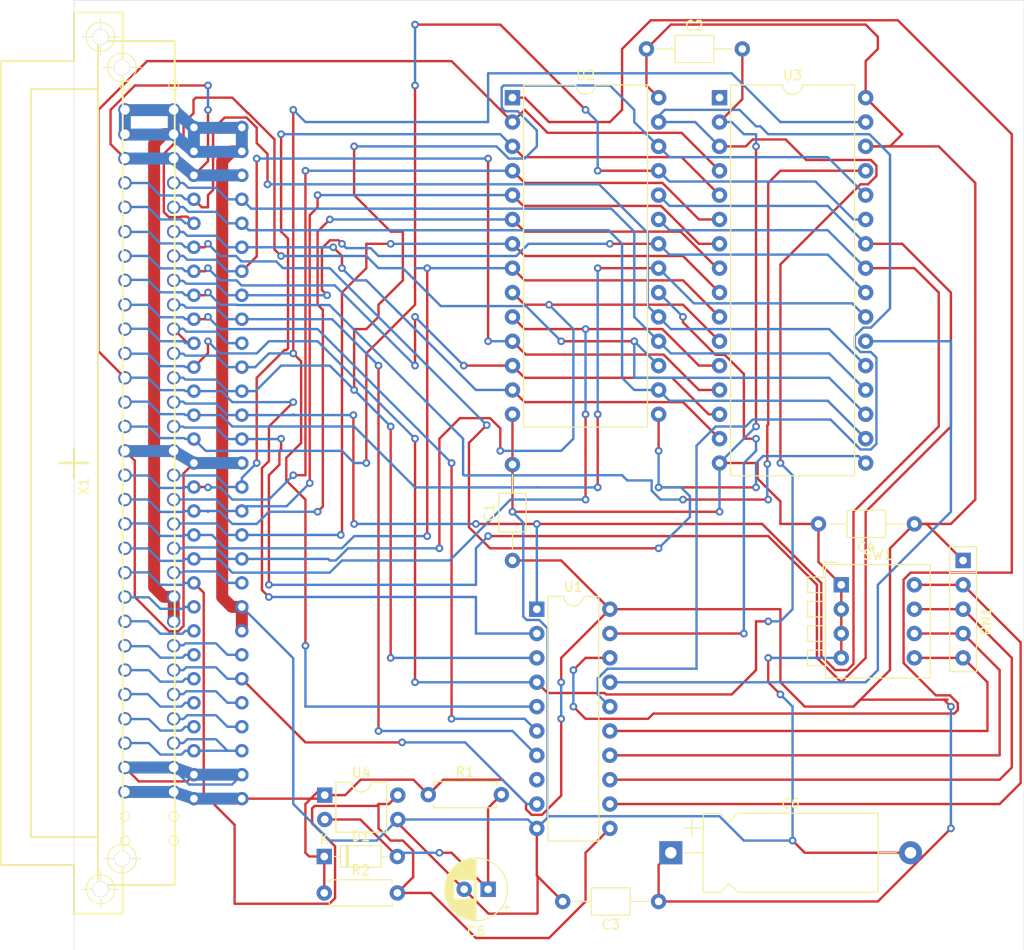
<source format=kicad_pcb>
(kicad_pcb (version 20171130) (host pcbnew "(5.1.10)-1")

  (general
    (thickness 1.6)
    (drawings 4)
    (tracks 963)
    (zones 0)
    (modules 16)
    (nets 62)
  )

  (page A4)
  (layers
    (0 F.Cu signal)
    (31 B.Cu signal)
    (32 B.Adhes user)
    (33 F.Adhes user)
    (34 B.Paste user)
    (35 F.Paste user)
    (36 B.SilkS user)
    (37 F.SilkS user)
    (38 B.Mask user)
    (39 F.Mask user)
    (40 Dwgs.User user)
    (41 Cmts.User user)
    (42 Eco1.User user)
    (43 Eco2.User user)
    (44 Edge.Cuts user)
    (45 Margin user)
    (46 B.CrtYd user)
    (47 F.CrtYd user)
    (48 B.Fab user)
    (49 F.Fab user)
  )

  (setup
    (last_trace_width 0.25)
    (trace_clearance 0.2)
    (zone_clearance 0.508)
    (zone_45_only no)
    (trace_min 0.2)
    (via_size 0.8)
    (via_drill 0.4)
    (via_min_size 0.4)
    (via_min_drill 0.3)
    (uvia_size 0.3)
    (uvia_drill 0.1)
    (uvias_allowed no)
    (uvia_min_size 0.2)
    (uvia_min_drill 0.1)
    (edge_width 0.05)
    (segment_width 0.2)
    (pcb_text_width 0.3)
    (pcb_text_size 1.5 1.5)
    (mod_edge_width 0.12)
    (mod_text_size 1 1)
    (mod_text_width 0.15)
    (pad_size 1.524 1.524)
    (pad_drill 0.762)
    (pad_to_mask_clearance 0)
    (aux_axis_origin 0 0)
    (visible_elements 7FFFFFFF)
    (pcbplotparams
      (layerselection 0x3ffff_ffffffff)
      (usegerberextensions false)
      (usegerberattributes true)
      (usegerberadvancedattributes true)
      (creategerberjobfile true)
      (excludeedgelayer true)
      (linewidth 0.100000)
      (plotframeref false)
      (viasonmask false)
      (mode 1)
      (useauxorigin false)
      (hpglpennumber 1)
      (hpglpenspeed 20)
      (hpglpendiameter 15.000000)
      (psnegative false)
      (psa4output false)
      (plotreference true)
      (plotvalue true)
      (plotinvisibletext false)
      (padsonsilk false)
      (subtractmaskfromsilk false)
      (outputformat 1)
      (mirror false)
      (drillshape 0)
      (scaleselection 1)
      (outputdirectory ""))
  )

  (net 0 "")
  (net 1 GND)
  (net 2 +5P)
  (net 3 "Net-(RN1-Pad5)")
  (net 4 "Net-(RN1-Pad4)")
  (net 5 "Net-(RN1-Pad3)")
  (net 6 "Net-(RN1-Pad2)")
  (net 7 "Net-(U1-Pad19)")
  (net 8 "Net-(U1-Pad18)")
  (net 9 "Net-(U1-Pad17)")
  (net 10 "Net-(U1-Pad16)")
  (net 11 "Net-(U3-Pad1)")
  (net 12 "Net-(U1-Pad9)")
  (net 13 "Net-(U2-Pad25)")
  (net 14 "Net-(U2-Pad24)")
  (net 15 "Net-(U2-Pad9)")
  (net 16 "Net-(U2-Pad22)")
  (net 17 "Net-(U2-Pad8)")
  (net 18 "Net-(U2-Pad21)")
  (net 19 "Net-(U2-Pad7)")
  (net 20 "Net-(U2-Pad6)")
  (net 21 "Net-(U2-Pad5)")
  (net 22 "Net-(U2-Pad4)")
  (net 23 "Net-(U2-Pad3)")
  (net 24 /AB_00)
  (net 25 "Net-(X1-PadC15)")
  (net 26 "Net-(X1-PadC28)")
  (net 27 "Net-(X1-PadA27)")
  (net 28 "Net-(X1-PadA26)")
  (net 29 "Net-(X1-PadA25)")
  (net 30 "Net-(X1-PadA24)")
  (net 31 "Net-(X1-PadA23)")
  (net 32 "Net-(X1-PadA22)")
  (net 33 "Net-(X1-PadA21)")
  (net 34 "Net-(X1-PadA10)")
  (net 35 "Net-(X1-PadC26)")
  (net 36 "Net-(X1-PadC25)")
  (net 37 "Net-(X1-PadC23)")
  (net 38 "Net-(X1-PadC20)")
  (net 39 "Net-(X1-PadC03)")
  (net 40 "Net-(X1-PadA03)")
  (net 41 "Net-(X1-PadA28)")
  (net 42 "Net-(X1-PadA15)")
  (net 43 "Net-(U1-Pad8)")
  (net 44 "Net-(U1-Pad7)")
  (net 45 "Net-(U1-Pad6)")
  (net 46 "Net-(U1-Pad5)")
  (net 47 "Net-(U1-Pad4)")
  (net 48 "Net-(U1-Pad3)")
  (net 49 "Net-(U1-Pad2)")
  (net 50 "Net-(U1-Pad1)")
  (net 51 "Net-(U2-Pad13)")
  (net 52 "Net-(U2-Pad12)")
  (net 53 "Net-(U2-Pad11)")
  (net 54 "Net-(U2-Pad19)")
  (net 55 "Net-(U2-Pad18)")
  (net 56 "Net-(U2-Pad17)")
  (net 57 "Net-(U2-Pad16)")
  (net 58 "Net-(U2-Pad15)")
  (net 59 "Net-(U3-Pad29)")
  (net 60 "Net-(C5-Pad1)")
  (net 61 "Net-(R2-Pad2)")

  (net_class Default "This is the default net class."
    (clearance 0.2)
    (trace_width 0.25)
    (via_dia 0.8)
    (via_drill 0.4)
    (uvia_dia 0.3)
    (uvia_drill 0.1)
    (add_net +5P)
    (add_net /AB_00)
    (add_net GND)
    (add_net "Net-(C5-Pad1)")
    (add_net "Net-(R2-Pad2)")
    (add_net "Net-(RN1-Pad2)")
    (add_net "Net-(RN1-Pad3)")
    (add_net "Net-(RN1-Pad4)")
    (add_net "Net-(RN1-Pad5)")
    (add_net "Net-(U1-Pad1)")
    (add_net "Net-(U1-Pad16)")
    (add_net "Net-(U1-Pad17)")
    (add_net "Net-(U1-Pad18)")
    (add_net "Net-(U1-Pad19)")
    (add_net "Net-(U1-Pad2)")
    (add_net "Net-(U1-Pad3)")
    (add_net "Net-(U1-Pad4)")
    (add_net "Net-(U1-Pad5)")
    (add_net "Net-(U1-Pad6)")
    (add_net "Net-(U1-Pad7)")
    (add_net "Net-(U1-Pad8)")
    (add_net "Net-(U1-Pad9)")
    (add_net "Net-(U2-Pad11)")
    (add_net "Net-(U2-Pad12)")
    (add_net "Net-(U2-Pad13)")
    (add_net "Net-(U2-Pad15)")
    (add_net "Net-(U2-Pad16)")
    (add_net "Net-(U2-Pad17)")
    (add_net "Net-(U2-Pad18)")
    (add_net "Net-(U2-Pad19)")
    (add_net "Net-(U2-Pad21)")
    (add_net "Net-(U2-Pad22)")
    (add_net "Net-(U2-Pad24)")
    (add_net "Net-(U2-Pad25)")
    (add_net "Net-(U2-Pad3)")
    (add_net "Net-(U2-Pad4)")
    (add_net "Net-(U2-Pad5)")
    (add_net "Net-(U2-Pad6)")
    (add_net "Net-(U2-Pad7)")
    (add_net "Net-(U2-Pad8)")
    (add_net "Net-(U2-Pad9)")
    (add_net "Net-(U3-Pad1)")
    (add_net "Net-(U3-Pad29)")
    (add_net "Net-(X1-PadA03)")
    (add_net "Net-(X1-PadA10)")
    (add_net "Net-(X1-PadA15)")
    (add_net "Net-(X1-PadA21)")
    (add_net "Net-(X1-PadA22)")
    (add_net "Net-(X1-PadA23)")
    (add_net "Net-(X1-PadA24)")
    (add_net "Net-(X1-PadA25)")
    (add_net "Net-(X1-PadA26)")
    (add_net "Net-(X1-PadA27)")
    (add_net "Net-(X1-PadA28)")
    (add_net "Net-(X1-PadC03)")
    (add_net "Net-(X1-PadC15)")
    (add_net "Net-(X1-PadC20)")
    (add_net "Net-(X1-PadC23)")
    (add_net "Net-(X1-PadC25)")
    (add_net "Net-(X1-PadC26)")
    (add_net "Net-(X1-PadC28)")
  )

  (module Capacitor_THT:CP_Axial_L18.0mm_D8.0mm_P25.00mm_Horizontal (layer F.Cu) (tedit 5AE50EF2) (tstamp 61D21983)
    (at 138.43 139.7)
    (descr "CP, Axial series, Axial, Horizontal, pin pitch=25mm, , length*diameter=18*8mm^2, Electrolytic Capacitor, , http://www.vishay.com/docs/28325/021asm.pdf")
    (tags "CP Axial series Axial Horizontal pin pitch 25mm  length 18mm diameter 8mm Electrolytic Capacitor")
    (path /61DFCB5F)
    (fp_text reference C6 (at 12.5 -5.12) (layer F.SilkS)
      (effects (font (size 1 1) (thickness 0.15)))
    )
    (fp_text value 100µF (at 12.5 5.12) (layer F.Fab)
      (effects (font (size 1 1) (thickness 0.15)))
    )
    (fp_text user %R (at 12.5 0) (layer F.Fab)
      (effects (font (size 1 1) (thickness 0.15)))
    )
    (fp_line (start 3.5 -4) (end 3.5 4) (layer F.Fab) (width 0.1))
    (fp_line (start 21.5 -4) (end 21.5 4) (layer F.Fab) (width 0.1))
    (fp_line (start 3.5 -4) (end 5.18 -4) (layer F.Fab) (width 0.1))
    (fp_line (start 5.18 -4) (end 6.08 -3.1) (layer F.Fab) (width 0.1))
    (fp_line (start 6.08 -3.1) (end 6.98 -4) (layer F.Fab) (width 0.1))
    (fp_line (start 6.98 -4) (end 21.5 -4) (layer F.Fab) (width 0.1))
    (fp_line (start 3.5 4) (end 5.18 4) (layer F.Fab) (width 0.1))
    (fp_line (start 5.18 4) (end 6.08 3.1) (layer F.Fab) (width 0.1))
    (fp_line (start 6.08 3.1) (end 6.98 4) (layer F.Fab) (width 0.1))
    (fp_line (start 6.98 4) (end 21.5 4) (layer F.Fab) (width 0.1))
    (fp_line (start 0 0) (end 3.5 0) (layer F.Fab) (width 0.1))
    (fp_line (start 25 0) (end 21.5 0) (layer F.Fab) (width 0.1))
    (fp_line (start 5.2 0) (end 7 0) (layer F.Fab) (width 0.1))
    (fp_line (start 6.1 -0.9) (end 6.1 0.9) (layer F.Fab) (width 0.1))
    (fp_line (start 1.28 -2.6) (end 3.08 -2.6) (layer F.SilkS) (width 0.12))
    (fp_line (start 2.18 -3.5) (end 2.18 -1.7) (layer F.SilkS) (width 0.12))
    (fp_line (start 3.38 -4.12) (end 3.38 4.12) (layer F.SilkS) (width 0.12))
    (fp_line (start 21.62 -4.12) (end 21.62 4.12) (layer F.SilkS) (width 0.12))
    (fp_line (start 3.38 -4.12) (end 5.18 -4.12) (layer F.SilkS) (width 0.12))
    (fp_line (start 5.18 -4.12) (end 6.08 -3.22) (layer F.SilkS) (width 0.12))
    (fp_line (start 6.08 -3.22) (end 6.98 -4.12) (layer F.SilkS) (width 0.12))
    (fp_line (start 6.98 -4.12) (end 21.62 -4.12) (layer F.SilkS) (width 0.12))
    (fp_line (start 3.38 4.12) (end 5.18 4.12) (layer F.SilkS) (width 0.12))
    (fp_line (start 5.18 4.12) (end 6.08 3.22) (layer F.SilkS) (width 0.12))
    (fp_line (start 6.08 3.22) (end 6.98 4.12) (layer F.SilkS) (width 0.12))
    (fp_line (start 6.98 4.12) (end 21.62 4.12) (layer F.SilkS) (width 0.12))
    (fp_line (start 1.44 0) (end 3.38 0) (layer F.SilkS) (width 0.12))
    (fp_line (start 23.56 0) (end 21.62 0) (layer F.SilkS) (width 0.12))
    (fp_line (start -1.45 -4.25) (end -1.45 4.25) (layer F.CrtYd) (width 0.05))
    (fp_line (start -1.45 4.25) (end 26.45 4.25) (layer F.CrtYd) (width 0.05))
    (fp_line (start 26.45 4.25) (end 26.45 -4.25) (layer F.CrtYd) (width 0.05))
    (fp_line (start 26.45 -4.25) (end -1.45 -4.25) (layer F.CrtYd) (width 0.05))
    (pad 2 thru_hole oval (at 25 0) (size 2.4 2.4) (drill 1.2) (layers *.Cu *.Mask)
      (net 1 GND))
    (pad 1 thru_hole rect (at 0 0) (size 2.4 2.4) (drill 1.2) (layers *.Cu *.Mask)
      (net 2 +5P))
    (model ${KISYS3DMOD}/Capacitor_THT.3dshapes/CP_Axial_L18.0mm_D8.0mm_P25.00mm_Horizontal.wrl
      (at (xyz 0 0 0))
      (scale (xyz 1 1 1))
      (rotate (xyz 0 0 0))
    )
  )

  (module K1520:K1520_EFS2x29_DIN_male (layer F.Cu) (tedit 5D68D8DF) (tstamp 61B9A376)
    (at 76.2 99.06 270)
    (tags "K1520 Z80")
    (path /6217363F)
    (fp_text reference X1 (at 1.4 -1 90) (layer F.SilkS)
      (effects (font (size 1 1) (thickness 0.15)) (justify right))
    )
    (fp_text value K1520_2x29-AC (at -1.4 -1 90) (layer F.Fab)
      (effects (font (size 1 1) (thickness 0.15)) (justify left))
    )
    (fp_line (start -1.5 0) (end 1.5 0) (layer F.SilkS) (width 0.25))
    (fp_line (start 0 -1.5) (end 0 1.5) (layer F.SilkS) (width 0.25))
    (fp_line (start 39.25 -5) (end 43.25 -5) (layer F.SilkS) (width 0.1))
    (fp_line (start 41.25 -7) (end 41.25 -3) (layer F.SilkS) (width 0.1))
    (fp_circle (center 41.25 -5) (end 39.75 -5) (layer F.SilkS) (width 0.1))
    (fp_line (start -43.25 -5) (end -39.25 -5) (layer F.SilkS) (width 0.1))
    (fp_line (start -41.25 -7) (end -41.25 -3) (layer F.SilkS) (width 0.1))
    (fp_circle (center -41.25 -5) (end -42.75 -5) (layer F.SilkS) (width 0.1))
    (fp_line (start -39 4.5) (end -39 -2.5) (layer F.SilkS) (width 0.2))
    (fp_line (start 39 4.5) (end -39 4.5) (layer F.SilkS) (width 0.2))
    (fp_line (start 39 -2.5) (end 39 4.5) (layer F.SilkS) (width 0.2))
    (fp_line (start 44 -10.5) (end 44 -2.5) (layer F.SilkS) (width 0.2))
    (fp_line (start -44 -10.5) (end 44 -10.5) (layer F.SilkS) (width 0.2))
    (fp_line (start -44 -2.5) (end -44 -10.5) (layer F.SilkS) (width 0.2))
    (fp_line (start -44 -2.5) (end 44 -2.5) (layer F.SilkS) (width 0.2))
    (fp_circle (center 39.37 -10.3886) (end 39.87 -10.3886) (layer F.SilkS) (width 0.1))
    (fp_circle (center 36.83 -10.3886) (end 37.33 -10.3886) (layer F.SilkS) (width 0.1))
    (fp_circle (center -39.37 -10.3886) (end -39.87 -10.3886) (layer F.SilkS) (width 0.1))
    (fp_circle (center 39.37 -5.3086) (end 39.87 -5.3086) (layer F.SilkS) (width 0.1))
    (fp_circle (center 36.83 -5.3086) (end 37.33 -5.3086) (layer F.SilkS) (width 0.1))
    (fp_circle (center -39.37 -5.3086) (end -39.87 -5.3086) (layer F.SilkS) (width 0.1))
    (fp_circle (center 44.45 -2.7686) (end 45.95 -2.7686) (layer F.SilkS) (width 0.1))
    (fp_line (start 44.45 -4.6736) (end 44.45 -0.8636) (layer F.SilkS) (width 0.1))
    (fp_line (start 42.545 -2.7686) (end 46.355 -2.7686) (layer F.SilkS) (width 0.1))
    (fp_line (start -44.4373 -4.6609) (end -44.4373 -0.8509) (layer F.SilkS) (width 0.1))
    (fp_line (start -46.3423 -2.7559) (end -42.5323 -2.7559) (layer F.SilkS) (width 0.1))
    (fp_circle (center -44.4373 -2.7559) (end -42.9373 -2.7559) (layer F.SilkS) (width 0.1))
    (fp_line (start -46.99 -5.08) (end -46.99 0) (layer F.SilkS) (width 0.2))
    (fp_line (start -41.91 0) (end -41.91 7.62) (layer F.SilkS) (width 0.2))
    (fp_line (start -46.99 0) (end -41.91 0) (layer F.SilkS) (width 0.2))
    (fp_line (start 46.99 0) (end 46.99 -5.08) (layer F.SilkS) (width 0.2))
    (fp_line (start 41.91 0) (end 46.99 0) (layer F.SilkS) (width 0.2))
    (fp_line (start 41.91 7.62) (end 41.91 0) (layer F.SilkS) (width 0.2))
    (fp_line (start -41.91 7.62) (end 41.91 7.62) (layer F.SilkS) (width 0.2))
    (fp_line (start 46.99 -5.08) (end -46.99 -5.08) (layer F.SilkS) (width 0.2))
    (fp_text user "Bohrungen nach Bedarf erweitern: M2, 2.5mm, M3, 3mm" (at -37.5 3 90) (layer Dwgs.User)
      (effects (font (size 1.1 1.1) (thickness 0.15)) (justify right))
    )
    (fp_text user "" (at -37.5 1.5 90) (layer Dwgs.User)
      (effects (font (size 1.1 1.1) (thickness 0.15)) (justify right))
    )
    (pad C15 smd custom (at 0 -17.5 270) (size 1.4 1.4) (layers B.Cu)
      (net 25 "Net-(X1-PadC15)")
      (options (clearance outline) (anchor circle))
      (primitives
        (gr_line (start -1.25 7.1) (end 0 5) (width 1.25))
        (gr_line (start 0 5) (end 0 0) (width 1.25))
        (gr_line (start -1.25 12.2) (end -1.25 7.1) (width 1.25))
      ))
    (pad C29 smd custom (at 35 -17.5 270) (size 1.4 1.4) (layers B.Cu)
      (net 2 +5P)
      (options (clearance outline) (anchor circle))
      (primitives
        (gr_line (start 0 0) (end 0 5) (width 1.25))
        (gr_line (start 0 5) (end -0.7 7.1) (width 1.25))
        (gr_line (start -0.7 7.1) (end -0.7 12.2) (width 1.25))
      ))
    (pad C28 smd custom (at 32.5 -17.5 270) (size 1.4 1.4) (layers B.Cu)
      (net 26 "Net-(X1-PadC28)")
      (options (clearance outline) (anchor circle))
      (primitives
        (gr_line (start -0.75 7.1) (end 0 5) (width 1.25))
        (gr_line (start -0.75 12.2) (end -0.75 7.1) (width 1.25))
        (gr_line (start 0 5) (end 0 0) (width 1.25))
      ))
    (pad A27 smd custom (at 30 -12.5 270) (size 1.4 1.4) (layers B.Cu)
      (net 27 "Net-(X1-PadA27)")
      (options (clearance outline) (anchor circle))
      (primitives
        (gr_line (start 0 0) (end 0 0.9) (width 0.25))
        (gr_line (start 0 0.9) (end 0.4 1.3) (width 0.25))
        (gr_line (start 0.4 1.3) (end 0.4 3.5) (width 0.25))
        (gr_line (start 0.4 3.5) (end -0.8 4.7) (width 0.25))
        (gr_line (start -0.8 4.7) (end -0.8 7.2) (width 0.25))
      ))
    (pad A26 smd custom (at 27.5 -12.5 270) (size 1.4 1.4) (layers B.Cu)
      (net 28 "Net-(X1-PadA26)")
      (options (clearance outline) (anchor circle))
      (primitives
        (gr_line (start 0 0) (end 0 0.9) (width 0.25))
        (gr_line (start 0 0.9) (end 0.4 1.3) (width 0.25))
        (gr_line (start 0.4 1.3) (end 0.4 3.5) (width 0.25))
        (gr_line (start 0.4 3.5) (end -0.8 4.7) (width 0.25))
        (gr_line (start -0.8 4.7) (end -0.8 7.2) (width 0.25))
      ))
    (pad A25 smd custom (at 25 -12.5 270) (size 1.4 1.4) (layers B.Cu)
      (net 29 "Net-(X1-PadA25)")
      (options (clearance outline) (anchor circle))
      (primitives
        (gr_line (start 0.4 3.5) (end -0.9 4.8) (width 0.25))
        (gr_line (start -0.9 4.8) (end -0.9 7.2) (width 0.25))
        (gr_line (start 0 0) (end 0 0.9) (width 0.25))
        (gr_line (start 0 0.9) (end 0.4 1.3) (width 0.25))
        (gr_line (start 0.4 1.3) (end 0.4 3.5) (width 0.25))
      ))
    (pad A24 smd custom (at 22.5 -12.5 270) (size 1.4 1.4) (layers B.Cu)
      (net 30 "Net-(X1-PadA24)")
      (options (clearance outline) (anchor circle))
      (primitives
        (gr_line (start 0 0) (end 0 0.9) (width 0.25))
        (gr_line (start 0 0.9) (end 0.3 1.2) (width 0.25))
        (gr_line (start 0.3 1.2) (end 0.3 3.5) (width 0.25))
        (gr_line (start 0.3 3.5) (end -0.9 4.7) (width 0.25))
        (gr_line (start -0.9 4.7) (end -0.9 7.2) (width 0.25))
      ))
    (pad A23 smd custom (at 20 -12.5 270) (size 1.4 1.4) (layers B.Cu)
      (net 31 "Net-(X1-PadA23)")
      (options (clearance outline) (anchor circle))
      (primitives
        (gr_line (start 0 0.9) (end 0.3 1.2) (width 0.25))
        (gr_line (start 0.3 1.2) (end 0.3 3.5) (width 0.25))
        (gr_line (start 0.3 3.5) (end -0.9 4.7) (width 0.25))
        (gr_line (start -0.9 4.7) (end -0.9 7.2) (width 0.25))
        (gr_line (start 0 0) (end 0 0.9) (width 0.25))
      ))
    (pad A22 smd custom (at 17.5 -12.5 270) (size 1.4 1.4) (layers B.Cu)
      (net 32 "Net-(X1-PadA22)")
      (options (clearance outline) (anchor circle))
      (primitives
        (gr_line (start 0 0) (end 0 0.9) (width 0.25))
        (gr_line (start 0 0.9) (end 0.3 1.2) (width 0.25))
        (gr_line (start 0.3 1.2) (end 0.3 3.5) (width 0.25))
        (gr_line (start 0.3 3.5) (end -1 4.8) (width 0.25))
        (gr_line (start -1 4.8) (end -1 7.2) (width 0.25))
      ))
    (pad A21 smd custom (at 15 -12.5 270) (size 1.4 1.4) (layers B.Cu)
      (net 33 "Net-(X1-PadA21)")
      (options (clearance outline) (anchor circle))
      (primitives
        (gr_line (start 0.2 3.5) (end -1 4.7) (width 0.25))
        (gr_line (start -1 4.7) (end -1 7.2) (width 0.25))
        (gr_line (start 0 0) (end 0 0.9) (width 0.25))
        (gr_line (start 0 0.9) (end 0.2 1.1) (width 0.25))
        (gr_line (start 0.2 1.1) (end 0.2 3.5) (width 0.25))
      ))
    (pad A20 smd custom (at 12.5 -12.5 270) (size 1.4 1.4) (layers B.Cu)
      (net 61 "Net-(R2-Pad2)")
      (options (clearance outline) (anchor circle))
      (primitives
        (gr_line (start 0 0) (end 0 0.9) (width 0.25))
        (gr_line (start 0 0.9) (end 0.2 1.1) (width 0.25))
        (gr_line (start 0.2 1.1) (end 0.2 3.5) (width 0.25))
        (gr_line (start 0.2 3.5) (end -1.1 4.8) (width 0.25))
        (gr_line (start -1.1 4.8) (end -1.1 7.2) (width 0.25))
      ))
    (pad A19 smd custom (at 10 -12.5 270) (size 1.4 1.4) (layers B.Cu)
      (net 24 /AB_00)
      (options (clearance outline) (anchor circle))
      (primitives
        (gr_line (start 0 0.9) (end 0.2 1.1) (width 0.25))
        (gr_line (start 0.2 1.1) (end 0.2 3.5) (width 0.25))
        (gr_line (start 0.2 3.5) (end -1.1 4.8) (width 0.25))
        (gr_line (start -1.1 4.8) (end -1.1 7.2) (width 0.25))
        (gr_line (start 0 0) (end 0 0.9) (width 0.25))
      ))
    (pad A18 smd custom (at 7.5 -12.5 270) (size 1.4 1.4) (layers B.Cu)
      (net 17 "Net-(U2-Pad8)")
      (options (clearance outline) (anchor circle))
      (primitives
        (gr_line (start 0.1 1) (end 0.1 3.5) (width 0.25))
        (gr_line (start 0.1 3.5) (end -1.2 4.8) (width 0.25))
        (gr_line (start -1.2 4.8) (end -1.2 7.2) (width 0.25))
        (gr_line (start 0 0) (end 0 0.9) (width 0.25))
        (gr_line (start 0 0.9) (end 0.1 1) (width 0.25))
      ))
    (pad A17 smd custom (at 5 -12.5 270) (size 1.4 1.4) (layers B.Cu)
      (net 20 "Net-(U2-Pad6)")
      (options (clearance outline) (anchor circle))
      (primitives
        (gr_line (start 0 0) (end 0 0.9) (width 0.25))
        (gr_line (start 0 0.9) (end 0.1 1) (width 0.25))
        (gr_line (start 0.1 1) (end 0.1 3.5) (width 0.25))
        (gr_line (start 0.1 3.5) (end -1.2 4.8) (width 0.25))
        (gr_line (start -1.2 4.8) (end -1.2 7.2) (width 0.25))
      ))
    (pad A16 smd custom (at 2.5 -12.5 270) (size 1.4 1.4) (layers B.Cu)
      (net 22 "Net-(U2-Pad4)")
      (options (clearance outline) (anchor circle))
      (primitives
        (gr_line (start -1.2 4.8) (end -1.2 7.2) (width 0.25))
        (gr_line (start 0 0) (end 0 0.9) (width 0.25))
        (gr_line (start 0 0.9) (end 0.1 1) (width 0.25))
        (gr_line (start 0.1 1) (end 0.1 3.5) (width 0.25))
        (gr_line (start 0.1 3.5) (end -1.2 4.8) (width 0.25))
      ))
    (pad A14 smd custom (at -2.5 -12.5 270) (size 1.4 1.4) (layers B.Cu)
      (net 13 "Net-(U2-Pad25)") (zone_connect 0)
      (options (clearance outline) (anchor circle))
      (primitives
        (gr_line (start 0 0.9) (end -0.1 1) (width 0.25))
        (gr_line (start -0.1 1) (end -0.1 3.5) (width 0.25))
        (gr_line (start -0.1 3.5) (end -1.3 4.7) (width 0.25))
        (gr_line (start -1.3 4.7) (end -1.3 7.2) (width 0.25))
        (gr_line (start 0 0) (end 0 0.9) (width 0.25))
      ))
    (pad A13 smd custom (at -5 -12.5 270) (size 1.4 1.4) (layers B.Cu)
      (net 18 "Net-(U2-Pad21)") (zone_connect 0)
      (options (clearance outline) (anchor circle))
      (primitives
        (gr_line (start -0.1 1) (end -0.1 3.5) (width 0.25))
        (gr_line (start -0.1 3.5) (end -1.4 4.8) (width 0.25))
        (gr_line (start -1.4 4.8) (end -1.4 7.2) (width 0.25))
        (gr_line (start 0 0) (end 0 0.9) (width 0.25))
        (gr_line (start 0 0.9) (end -0.1 1) (width 0.25))
      ))
    (pad A12 smd custom (at -7.5 -12.5 270) (size 1.4 1.4) (layers B.Cu)
      (net 49 "Net-(U1-Pad2)") (zone_connect 0)
      (options (clearance outline) (anchor circle))
      (primitives
        (gr_line (start 0 0) (end 0 0.9) (width 0.25))
        (gr_line (start 0 0.9) (end -0.1 1) (width 0.25))
        (gr_line (start -0.1 1) (end -0.1 3.5) (width 0.25))
        (gr_line (start -0.1 3.5) (end -1.4 4.8) (width 0.25))
        (gr_line (start -1.4 4.8) (end -1.4 7.2) (width 0.25))
      ))
    (pad A11 smd custom (at -10 -12.5 270) (size 1.4 1.4) (layers B.Cu)
      (net 47 "Net-(U1-Pad4)") (zone_connect 0)
      (options (clearance outline) (anchor circle))
      (primitives
        (gr_line (start 0 0) (end 0 0.9) (width 0.25))
        (gr_line (start 0 0.9) (end -0.1 1) (width 0.25))
        (gr_line (start -0.1 1) (end -0.1 3.5) (width 0.25))
        (gr_line (start -0.1 3.5) (end -1.4 4.8) (width 0.25))
        (gr_line (start -1.4 4.8) (end -1.4 7.2) (width 0.25))
      ))
    (pad A10 smd custom (at -12.5 -12.5 270) (size 1.4 1.4) (layers B.Cu)
      (net 34 "Net-(X1-PadA10)") (zone_connect 0)
      (options (clearance outline) (anchor circle))
      (primitives
        (gr_line (start 0 0.9) (end -0.2 1.1) (width 0.25))
        (gr_line (start -0.2 1.1) (end -0.2 3.5) (width 0.25))
        (gr_line (start -0.2 3.5) (end -1.5 4.8) (width 0.25))
        (gr_line (start -1.5 4.8) (end -1.5 7.2) (width 0.25))
        (gr_line (start 0 0) (end 0 0.9) (width 0.25))
      ))
    (pad A09 smd custom (at -15 -12.5 270) (size 1.4 1.4) (layers B.Cu)
      (net 45 "Net-(U1-Pad6)") (zone_connect 0)
      (options (clearance outline) (anchor circle))
      (primitives
        (gr_line (start 0 0) (end 0 0.9) (width 0.25))
        (gr_line (start 0 0.9) (end -0.2 1.1) (width 0.25))
        (gr_line (start -0.2 1.1) (end -0.2 3.5) (width 0.25))
        (gr_line (start -0.2 3.5) (end -1.5 4.8) (width 0.25))
        (gr_line (start -1.5 4.8) (end -1.5 7.2) (width 0.25))
      ))
    (pad A08 smd custom (at -17.5 -12.5 270) (size 1.4 1.4) (layers B.Cu)
      (net 59 "Net-(U3-Pad29)") (zone_connect 0)
      (options (clearance outline) (anchor circle))
      (primitives
        (gr_line (start -0.3 3.5) (end -1.6 4.8) (width 0.25))
        (gr_line (start -1.6 4.8) (end -1.6 7.2) (width 0.25))
        (gr_line (start 0 0) (end 0 0.9) (width 0.25))
        (gr_line (start 0 0.9) (end -0.3 1.2) (width 0.25))
        (gr_line (start -0.3 1.2) (end -0.3 3.5) (width 0.25))
      ))
    (pad A07 smd custom (at -20 -12.5 270) (size 1.4 1.4) (layers B.Cu)
      (net 52 "Net-(U2-Pad12)") (zone_connect 0)
      (options (clearance outline) (anchor circle))
      (primitives
        (gr_line (start 0 0) (end 0 0.9) (width 0.25))
        (gr_line (start 0 0.9) (end -0.3 1.2) (width 0.25))
        (gr_line (start -0.3 1.2) (end -0.3 3.5) (width 0.25))
        (gr_line (start -0.3 3.5) (end -1.6 4.8) (width 0.25))
        (gr_line (start -1.6 4.8) (end -1.6 7.2) (width 0.25))
      ))
    (pad A06 smd custom (at -22.5 -12.5 270) (size 1.4 1.4) (layers B.Cu)
      (net 58 "Net-(U2-Pad15)") (zone_connect 0)
      (options (clearance outline) (anchor circle))
      (primitives
        (gr_line (start 0 0) (end 0 0.9) (width 0.25))
        (gr_line (start 0 0.9) (end -0.4 1.3) (width 0.25))
        (gr_line (start -0.4 1.3) (end -0.4 3.5) (width 0.25))
        (gr_line (start -0.4 3.5) (end -1.6 4.7) (width 0.25))
        (gr_line (start -1.6 4.7) (end -1.6 7.2) (width 0.25))
      ))
    (pad A05 smd custom (at -25 -12.5 270) (size 1.4 1.4) (layers B.Cu)
      (net 56 "Net-(U2-Pad17)") (zone_connect 0)
      (options (clearance outline) (anchor circle))
      (primitives
        (gr_line (start -0.4 1.3) (end -0.4 3.5) (width 0.25))
        (gr_line (start -0.4 3.5) (end -1.7 4.8) (width 0.25))
        (gr_line (start -1.7 4.8) (end -1.7 7.2) (width 0.25))
        (gr_line (start 0 0) (end 0 0.9) (width 0.25))
        (gr_line (start 0 0.9) (end -0.4 1.3) (width 0.25))
      ))
    (pad C27 smd custom (at 30 -17.5 270) (size 1.4 1.4) (layers B.Cu)
      (net 27 "Net-(X1-PadA27)")
      (options (clearance outline) (anchor circle))
      (primitives
        (gr_line (start -0.8 7.1) (end -0.8 6.1) (width 0.25))
        (gr_line (start -0.8 6.1) (end -1.2 5.7) (width 0.25))
        (gr_line (start -1.2 5.7) (end -1.2 2.7) (width 0.25))
        (gr_line (start -1.2 2.7) (end 0 1.5) (width 0.25))
        (gr_line (start 0 1.5) (end 0 0) (width 0.25))
      ))
    (pad C26 smd custom (at 27.5 -17.5 270) (size 1.4 1.4) (layers B.Cu)
      (net 35 "Net-(X1-PadC26)")
      (options (clearance outline) (anchor circle))
      (primitives
        (gr_line (start -0.8 7.1) (end -0.8 6.1) (width 0.25))
        (gr_line (start -1.2 2.7) (end 0 1.5) (width 0.25))
        (gr_line (start 0 1.5) (end 0 0) (width 0.25))
        (gr_line (start -1.2 2.7) (end -1.2 5.7) (width 0.25))
        (gr_line (start -1.2 5.7) (end -0.8 6.1) (width 0.25))
      ))
    (pad C25 smd custom (at 25 -17.5 270) (size 1.4 1.4) (layers B.Cu)
      (net 36 "Net-(X1-PadC25)") (zone_connect 0)
      (options (clearance outline) (anchor circle))
      (primitives
        (gr_line (start -0.9 7.1) (end -0.9 6.1) (width 0.25))
        (gr_line (start -0.9 6.1) (end -1.2 5.8) (width 0.25))
        (gr_line (start -1.2 5.8) (end -1.2 2.7) (width 0.25))
        (gr_line (start -1.2 2.7) (end 0 1.5) (width 0.25))
        (gr_line (start 0 1.5) (end 0 0) (width 0.25))
      ))
    (pad C24 smd custom (at 22.5 -17.5 270) (size 1.4 1.4) (layers B.Cu)
      (net 12 "Net-(U1-Pad9)")
      (options (clearance outline) (anchor circle))
      (primitives
        (gr_line (start -0.9 7.1) (end -0.9 6.1) (width 0.25))
        (gr_line (start -0.9 6.1) (end -1.2 5.8) (width 0.25))
        (gr_line (start -1.2 5.8) (end -1.2 2.7) (width 0.25))
        (gr_line (start -1.2 2.7) (end 0 1.5) (width 0.25))
        (gr_line (start 0 1.5) (end 0 0) (width 0.25))
      ))
    (pad C23 smd custom (at 20 -17.5 270) (size 1.4 1.4) (layers B.Cu)
      (net 37 "Net-(X1-PadC23)")
      (options (clearance outline) (anchor circle))
      (primitives
        (gr_line (start -1.2 2.7) (end 0 1.5) (width 0.25))
        (gr_line (start 0 1.5) (end 0 0) (width 0.25))
        (gr_line (start -1 7.1) (end -1 6.1) (width 0.25))
        (gr_line (start -1 6.1) (end -1.2 5.9) (width 0.25))
        (gr_line (start -1.2 5.9) (end -1.2 2.7) (width 0.25))
      ))
    (pad C20 smd custom (at 12.5 -17.5 270) (size 1.4 1.4) (layers B.Cu)
      (net 38 "Net-(X1-PadC20)")
      (options (clearance outline) (anchor circle))
      (primitives
        (gr_line (start -1.1 7.1) (end -1.1 6.1) (width 0.25))
        (gr_line (start -1.1 6.1) (end -1.2 6) (width 0.25))
        (gr_line (start -1.2 6) (end -1.2 2.7) (width 0.25))
        (gr_line (start -1.2 2.7) (end 0 1.5) (width 0.25))
        (gr_line (start 0 1.5) (end 0 0) (width 0.25))
      ))
    (pad C19 smd custom (at 10 -17.5 270) (size 1.4 1.4) (layers B.Cu)
      (net 15 "Net-(U2-Pad9)")
      (options (clearance outline) (anchor circle))
      (primitives
        (gr_line (start -1.1 6.1) (end -1.2 6) (width 0.25))
        (gr_line (start -1.2 6) (end -1.2 2.7) (width 0.25))
        (gr_line (start -1.2 2.7) (end 0 1.5) (width 0.25))
        (gr_line (start 0 1.5) (end 0 0) (width 0.25))
        (gr_line (start -1.1 7.1) (end -1.1 6.1) (width 0.25))
      ))
    (pad C18 smd custom (at 7.5 -17.5 270) (size 1.4 1.4) (layers B.Cu)
      (net 19 "Net-(U2-Pad7)")
      (options (clearance outline) (anchor circle))
      (primitives
        (gr_line (start -1.2 7.2) (end -1.2 2.7) (width 0.25))
        (gr_line (start -1.2 2.7) (end 0 1.5) (width 0.25))
        (gr_line (start 0 1.5) (end 0 0) (width 0.25))
      ))
    (pad C17 smd custom (at 5 -17.5 270) (size 1.4 1.4) (layers B.Cu)
      (net 21 "Net-(U2-Pad5)")
      (options (clearance outline) (anchor circle))
      (primitives
        (gr_line (start -1.2 7.1) (end -1.2 2.7) (width 0.25))
        (gr_line (start -1.2 2.7) (end 0 1.5) (width 0.25))
        (gr_line (start 0 1.5) (end 0 0) (width 0.25))
      ))
    (pad C16 smd custom (at 2.5 -17.5 270) (size 1.4 1.4) (layers B.Cu)
      (net 23 "Net-(U2-Pad3)")
      (options (clearance outline) (anchor circle))
      (primitives
        (gr_line (start 0 1.5) (end 0 0) (width 0.25))
        (gr_line (start -1.2 7.1) (end -1.2 2.7) (width 0.25))
        (gr_line (start -1.2 2.7) (end 0 1.5) (width 0.25))
      ))
    (pad C14 smd custom (at -2.5 -17.5 270) (size 1.4 1.4) (layers B.Cu)
      (net 14 "Net-(U2-Pad24)")
      (options (clearance outline) (anchor circle))
      (primitives
        (gr_line (start -1.3 7.1) (end -1.3 6.1) (width 0.25))
        (gr_line (start -1.3 6.1) (end -1.2 6) (width 0.25))
        (gr_line (start -1.2 6) (end -1.2 2.7) (width 0.25))
        (gr_line (start -1.2 2.7) (end 0 1.5) (width 0.25))
        (gr_line (start 0 1.5) (end 0 0) (width 0.25))
      ))
    (pad C13 smd custom (at -5 -17.5 270) (size 1.4 1.4) (layers B.Cu)
      (net 50 "Net-(U1-Pad1)")
      (options (clearance outline) (anchor circle))
      (primitives
        (gr_line (start 0 1.5) (end 0 0) (width 0.25))
        (gr_line (start -1.4 6.1) (end -1.2 5.9) (width 0.25))
        (gr_line (start -1.2 5.9) (end -1.2 2.7) (width 0.25))
        (gr_line (start -1.2 2.7) (end 0 1.5) (width 0.25))
        (gr_line (start -1.4 7.1) (end -1.4 6.1) (width 0.25))
      ))
    (pad C12 smd custom (at -7.5 -17.5 270) (size 1.4 1.4) (layers B.Cu)
      (net 48 "Net-(U1-Pad3)")
      (options (clearance outline) (anchor circle))
      (primitives
        (gr_line (start -1.4 7.1) (end -1.4 6.1) (width 0.25))
        (gr_line (start -1.4 6.1) (end -1.2 5.9) (width 0.25))
        (gr_line (start -1.2 5.9) (end -1.2 2.7) (width 0.25))
        (gr_line (start -1.2 2.7) (end 0 1.5) (width 0.25))
        (gr_line (start 0 1.5) (end 0 0) (width 0.25))
      ))
    (pad C11 smd custom (at -10 -17.5 270) (size 1.4 1.4) (layers B.Cu)
      (net 46 "Net-(U1-Pad5)") (zone_connect 0)
      (options (clearance outline) (anchor circle))
      (primitives
        (gr_line (start -1.2 2.7) (end 0 1.5) (width 0.25))
        (gr_line (start 0 1.5) (end 0 0) (width 0.25))
        (gr_line (start -1.4 6.1) (end -1.2 5.9) (width 0.25))
        (gr_line (start -1.2 5.9) (end -1.2 2.7) (width 0.25))
        (gr_line (start -1.4 7.1) (end -1.4 6.1) (width 0.25))
      ))
    (pad C10 smd custom (at -12.5 -17.5 270) (size 1.4 1.4) (layers B.Cu)
      (net 34 "Net-(X1-PadA10)") (zone_connect 0)
      (options (clearance outline) (anchor circle))
      (primitives
        (gr_line (start -1.2 2.7) (end 0 1.5) (width 0.25))
        (gr_line (start -1.2 5.8) (end -1.2 2.7) (width 0.25))
        (gr_line (start -1.5 6.1) (end -1.2 5.8) (width 0.25))
        (gr_line (start -1.5 7.1) (end -1.5 6.1) (width 0.25))
        (gr_line (start 0 1.5) (end 0 0) (width 0.25))
      ))
    (pad C09 smd custom (at -15 -17.5 270) (size 1.4 1.4) (layers B.Cu)
      (net 44 "Net-(U1-Pad7)") (zone_connect 0)
      (options (clearance outline) (anchor circle))
      (primitives
        (gr_line (start -1.5 7.1) (end -1.5 6.1) (width 0.25))
        (gr_line (start 0 1.5) (end 0 0) (width 0.25))
        (gr_line (start -1.2 5.8) (end -1.2 2.7) (width 0.25))
        (gr_line (start -1.2 2.7) (end 0 1.5) (width 0.25))
        (gr_line (start -1.5 6.1) (end -1.2 5.8) (width 0.25))
      ))
    (pad C08 smd custom (at -17.5 -17.5 270) (size 1.4 1.4) (layers B.Cu)
      (net 16 "Net-(U2-Pad22)") (zone_connect 0)
      (options (clearance outline) (anchor circle))
      (primitives
        (gr_line (start -1.5 6.1) (end -1.2 5.8) (width 0.25))
        (gr_line (start 0 1.5) (end 0 0) (width 0.25))
        (gr_line (start -1.2 5.8) (end -1.2 2.7) (width 0.25))
        (gr_line (start -1.2 2.7) (end 0 1.5) (width 0.25))
        (gr_line (start -1.5 7.1) (end -1.5 6.1) (width 0.25))
      ))
    (pad C07 smd custom (at -20 -17.5 270) (size 1.4 1.4) (layers B.Cu)
      (net 53 "Net-(U2-Pad11)") (zone_connect 0)
      (options (clearance outline) (anchor circle))
      (primitives
        (gr_line (start -1.6 6.1) (end -1.2 5.7) (width 0.25))
        (gr_line (start -1.6 7.1) (end -1.6 6.1) (width 0.25))
        (gr_line (start -1.2 2.7) (end 0 1.5) (width 0.25))
        (gr_line (start -1.2 5.7) (end -1.2 2.7) (width 0.25))
        (gr_line (start 0 1.5) (end 0 0) (width 0.25))
      ))
    (pad C06 smd custom (at -22.5 -17.5 270) (size 1.4 1.4) (layers B.Cu)
      (net 51 "Net-(U2-Pad13)") (zone_connect 0)
      (options (clearance outline) (anchor circle))
      (primitives
        (gr_line (start -1.2 5.7) (end -1.2 2.7) (width 0.25))
        (gr_line (start -1.6 7.1) (end -1.6 6.1) (width 0.25))
        (gr_line (start 0 1.5) (end 0 0) (width 0.25))
        (gr_line (start -1.2 2.7) (end 0 1.5) (width 0.25))
        (gr_line (start -1.6 6.1) (end -1.2 5.7) (width 0.25))
      ))
    (pad C05 smd custom (at -25 -17.5 270) (size 1.4 1.4) (layers B.Cu)
      (net 57 "Net-(U2-Pad16)") (zone_connect 0)
      (options (clearance outline) (anchor circle))
      (primitives
        (gr_line (start -1.2 5.6) (end -1.2 2.7) (width 0.25))
        (gr_line (start -1.2 2.7) (end 0 1.5) (width 0.25))
        (gr_line (start -1.7 7.1) (end -1.7 6.1) (width 0.25))
        (gr_line (start -1.7 6.1) (end -1.2 5.6) (width 0.25))
        (gr_line (start 0 1.5) (end 0 0) (width 0.25))
      ))
    (pad C04 smd custom (at -27.5 -17.5 270) (size 1.4 1.4) (layers B.Cu)
      (net 55 "Net-(U2-Pad18)") (zone_connect 0)
      (options (clearance outline) (anchor circle))
      (primitives
        (gr_line (start -1.7 6.1) (end -1.2 5.6) (width 0.25))
        (gr_line (start -1.2 5.6) (end -1.2 2.7) (width 0.25))
        (gr_line (start -1.7 7.1) (end -1.7 6.1) (width 0.25))
        (gr_line (start 0 1.5) (end 0 0) (width 0.25))
        (gr_line (start -1.2 2.7) (end 0 1.5) (width 0.25))
      ))
    (pad A04 smd custom (at -27.5 -12.5 270) (size 1.4 1.4) (layers B.Cu)
      (net 54 "Net-(U2-Pad19)") (zone_connect 0)
      (options (clearance outline) (anchor circle))
      (primitives
        (gr_line (start -0.4 3.5) (end -1.7 4.8) (width 0.25))
        (gr_line (start -1.7 4.8) (end -1.7 7.2) (width 0.25))
        (gr_line (start 0 0) (end 0 0.9) (width 0.25))
        (gr_line (start 0 0.9) (end -0.4 1.3) (width 0.25))
        (gr_line (start -0.4 1.3) (end -0.4 3.5) (width 0.25))
      ))
    (pad C03 smd custom (at -30 -17.5 270) (size 1.4 1.4) (layers B.Cu)
      (net 39 "Net-(X1-PadC03)") (zone_connect 0)
      (options (clearance outline) (anchor circle))
      (primitives
        (gr_line (start -1.75 12.2) (end -1.75 7.1) (width 1.25))
        (gr_line (start -1.75 7.1) (end 0 5) (width 1.25))
        (gr_line (start 0 5) (end 0 0) (width 1.25))
      ))
    (pad C21 smd custom (at 15 -17.5 270) (size 1.4 1.4) (layers F.Cu)
      (net 1 GND) (zone_connect 0)
      (options (clearance outline) (anchor circle))
      (primitives
        (gr_line (start 0 0) (end 2.5 0) (width 1.25))
      ))
    (pad C21 smd custom (at 13.95 -10.4 270) (size 1.4 1.4) (layers F.Cu)
      (net 1 GND) (zone_connect 0)
      (options (clearance outline) (anchor circle))
      (primitives
        (gr_line (start 0 0) (end 2.55 0) (width 1.25))
      ))
    (pad C02 smd custom (at -32.5 -17.5 270) (size 1.4 1.4) (layers F.Cu)
      (net 1 GND)
      (options (clearance outline) (anchor circle))
      (primitives
        (gr_line (start 47.5 1.05) (end 46.5 2.05) (width 1.25))
        (gr_line (start 47.5 1.05) (end 47.5 0) (width 1.25))
        (gr_line (start 1 2.05) (end 46.5 2.05) (width 1.25))
        (gr_line (start 1 2.05) (end 0 1.05) (width 1.25))
        (gr_line (start 0 0) (end 0 1.05) (width 1.25))
      ))
    (pad C02 smd custom (at -34.3 -10.4 270) (size 1.4 1.4) (layers F.Cu)
      (net 1 GND) (zone_connect 0)
      (options (clearance outline) (anchor circle))
      (primitives
        (gr_line (start 1 2.05) (end 0 1.05) (width 1.25))
        (gr_line (start 0 0) (end 0 1.05) (width 1.25))
        (gr_line (start 48.25 1.05) (end 47.25 2.05) (width 1.25))
        (gr_line (start 48.25 1.05) (end 48.25 0) (width 1.25))
        (gr_line (start 47.25 2.05) (end 1 2.05) (width 1.25))
      ))
    (pad C01 smd custom (at -35 -17.5 270) (size 1.4 1.4) (layers B.Cu)
      (net 1 GND) (zone_connect 0)
      (options (clearance outline) (anchor circle))
      (primitives
        (gr_line (start 0.75 12.2) (end 0.75 7.1) (width 1.25))
        (gr_line (start 0.75 7.1) (end 2.55 5) (width 1.25))
        (gr_line (start -1.8 12.2) (end -1.8 7.05) (width 1.25))
        (gr_line (start 2.55 5) (end 2.55 0) (width 1.25))
        (gr_line (start 2.55 0) (end 0.05 0) (width 1.25))
        (gr_line (start 0.05 0) (end 0.05 5) (width 1.25))
        (gr_line (start 0.05 5) (end -1.8 7.1) (width 1.25))
        (gr_line (start -1.8 7.1) (end 0.7 7.1) (width 1.25))
        (gr_line (start 2.55 5) (end 0.1 5) (width 1.25))
        (gr_line (start 0.75 12.2) (end -1.8 12.2) (width 1.25))
      ))
    (pad A03 thru_hole circle (at -31.75 -5.3086 270) (size 1.4 1.4) (drill 1) (layers *.Cu *.Mask)
      (net 40 "Net-(X1-PadA03)"))
    (pad A29 thru_hole circle (at 35 -12.5 270) (size 1.4 1.4) (drill 0.8) (layers *.Cu *.Mask)
      (net 2 +5P))
    (pad A28 thru_hole circle (at 32.5 -12.5 270) (size 1.4 1.4) (drill 0.8) (layers *.Cu *.Mask)
      (net 41 "Net-(X1-PadA28)"))
    (pad A27 thru_hole circle (at 30 -12.5 270) (size 1.4 1.4) (drill 0.8) (layers *.Cu *.Mask)
      (net 27 "Net-(X1-PadA27)"))
    (pad A26 thru_hole circle (at 27.5 -12.5 270) (size 1.4 1.4) (drill 0.8) (layers *.Cu *.Mask)
      (net 28 "Net-(X1-PadA26)"))
    (pad A25 thru_hole circle (at 25 -12.5 270) (size 1.4 1.4) (drill 0.8) (layers *.Cu *.Mask)
      (net 29 "Net-(X1-PadA25)"))
    (pad A24 thru_hole circle (at 22.5 -12.5 270) (size 1.4 1.4) (drill 0.8) (layers *.Cu *.Mask)
      (net 30 "Net-(X1-PadA24)"))
    (pad A23 thru_hole circle (at 20 -12.5 270) (size 1.4 1.4) (drill 0.8) (layers *.Cu *.Mask)
      (net 31 "Net-(X1-PadA23)"))
    (pad A22 thru_hole circle (at 17.5 -12.5 270) (size 1.4 1.4) (drill 0.8) (layers *.Cu *.Mask)
      (net 32 "Net-(X1-PadA22)"))
    (pad A21 thru_hole circle (at 15 -12.5 270) (size 1.4 1.4) (drill 0.8) (layers *.Cu *.Mask)
      (net 33 "Net-(X1-PadA21)"))
    (pad A20 thru_hole circle (at 12.5 -12.5 270) (size 1.4 1.4) (drill 0.8) (layers *.Cu *.Mask)
      (net 61 "Net-(R2-Pad2)"))
    (pad A19 thru_hole circle (at 10 -12.5 270) (size 1.4 1.4) (drill 0.8) (layers *.Cu *.Mask)
      (net 24 /AB_00))
    (pad A18 thru_hole circle (at 7.5 -12.5 270) (size 1.4 1.4) (drill 0.8) (layers *.Cu *.Mask)
      (net 17 "Net-(U2-Pad8)"))
    (pad A17 thru_hole circle (at 5 -12.5 270) (size 1.4 1.4) (drill 0.8) (layers *.Cu *.Mask)
      (net 20 "Net-(U2-Pad6)"))
    (pad A16 thru_hole circle (at 2.5 -12.5 270) (size 1.4 1.4) (drill 0.8) (layers *.Cu *.Mask)
      (net 22 "Net-(U2-Pad4)"))
    (pad A15 thru_hole circle (at 0 -12.5 270) (size 1.4 1.4) (drill 0.8) (layers *.Cu *.Mask)
      (net 42 "Net-(X1-PadA15)"))
    (pad A14 thru_hole circle (at -2.5 -12.5 270) (size 1.4 1.4) (drill 0.8) (layers *.Cu *.Mask)
      (net 13 "Net-(U2-Pad25)"))
    (pad A13 thru_hole circle (at -5 -12.5 270) (size 1.4 1.4) (drill 0.8) (layers *.Cu *.Mask)
      (net 18 "Net-(U2-Pad21)"))
    (pad A12 thru_hole circle (at -7.5 -12.5 270) (size 1.4 1.4) (drill 0.8) (layers *.Cu *.Mask)
      (net 49 "Net-(U1-Pad2)"))
    (pad A11 thru_hole circle (at -10 -12.5 270) (size 1.4 1.4) (drill 0.8) (layers *.Cu *.Mask)
      (net 47 "Net-(U1-Pad4)"))
    (pad A10 thru_hole circle (at -12.5 -12.5 270) (size 1.4 1.4) (drill 0.8) (layers *.Cu *.Mask)
      (net 34 "Net-(X1-PadA10)"))
    (pad A09 thru_hole circle (at -15 -12.5 270) (size 1.4 1.4) (drill 0.8) (layers *.Cu *.Mask)
      (net 45 "Net-(U1-Pad6)"))
    (pad A08 thru_hole circle (at -17.5 -12.5 270) (size 1.4 1.4) (drill 0.8) (layers *.Cu *.Mask)
      (net 59 "Net-(U3-Pad29)"))
    (pad A07 thru_hole circle (at -20 -12.5 270) (size 1.4 1.4) (drill 0.8) (layers *.Cu *.Mask)
      (net 52 "Net-(U2-Pad12)"))
    (pad A06 thru_hole circle (at -22.5 -12.5 270) (size 1.4 1.4) (drill 0.8) (layers *.Cu *.Mask)
      (net 58 "Net-(U2-Pad15)"))
    (pad A05 thru_hole circle (at -25 -12.5 270) (size 1.4 1.4) (drill 0.8) (layers *.Cu *.Mask)
      (net 56 "Net-(U2-Pad17)"))
    (pad A04 thru_hole circle (at -27.5 -12.5 270) (size 1.4 1.4) (drill 0.8) (layers *.Cu *.Mask)
      (net 54 "Net-(U2-Pad19)"))
    (pad A03 thru_hole circle (at -30 -12.5 270) (size 1.4 1.4) (drill 0.8) (layers *.Cu *.Mask)
      (net 40 "Net-(X1-PadA03)"))
    (pad A02 thru_hole circle (at -32.5 -12.5 270) (size 1.4 1.4) (drill 0.8) (layers *.Cu *.Mask)
      (net 1 GND))
    (pad A01 thru_hole circle (at -35 -12.5 270) (size 1.4 1.4) (drill 0.8) (layers *.Cu *.Mask)
      (net 1 GND))
    (pad C29 thru_hole circle (at 35 -17.5 270) (size 1.4 1.4) (drill 0.8) (layers *.Cu *.Mask)
      (net 2 +5P))
    (pad C28 thru_hole circle (at 32.5 -17.5 270) (size 1.4 1.4) (drill 0.8) (layers *.Cu *.Mask)
      (net 26 "Net-(X1-PadC28)"))
    (pad C27 thru_hole circle (at 30 -17.5 270) (size 1.4 1.4) (drill 0.8) (layers *.Cu *.Mask)
      (net 27 "Net-(X1-PadA27)"))
    (pad C26 thru_hole circle (at 27.5 -17.5 270) (size 1.4 1.4) (drill 0.8) (layers *.Cu *.Mask)
      (net 35 "Net-(X1-PadC26)"))
    (pad C25 thru_hole circle (at 25 -17.5 270) (size 1.4 1.4) (drill 0.8) (layers *.Cu *.Mask)
      (net 36 "Net-(X1-PadC25)"))
    (pad C24 thru_hole circle (at 22.5 -17.5 270) (size 1.4 1.4) (drill 0.8) (layers *.Cu *.Mask)
      (net 12 "Net-(U1-Pad9)"))
    (pad C23 thru_hole circle (at 20 -17.5 270) (size 1.4 1.4) (drill 0.8) (layers *.Cu *.Mask)
      (net 37 "Net-(X1-PadC23)"))
    (pad C22 thru_hole circle (at 17.5 -17.5 270) (size 1.4 1.4) (drill 0.8) (layers *.Cu *.Mask)
      (net 1 GND))
    (pad C21 thru_hole circle (at 15 -17.5 270) (size 1.4 1.4) (drill 0.8) (layers *.Cu *.Mask)
      (net 1 GND))
    (pad C20 thru_hole circle (at 12.5 -17.5 270) (size 1.4 1.4) (drill 0.8) (layers *.Cu *.Mask)
      (net 38 "Net-(X1-PadC20)"))
    (pad C19 thru_hole circle (at 10 -17.5 270) (size 1.4 1.4) (drill 0.8) (layers *.Cu *.Mask)
      (net 15 "Net-(U2-Pad9)"))
    (pad C18 thru_hole circle (at 7.5 -17.5 270) (size 1.4 1.4) (drill 0.8) (layers *.Cu *.Mask)
      (net 19 "Net-(U2-Pad7)"))
    (pad C17 thru_hole circle (at 5 -17.5 270) (size 1.4 1.4) (drill 0.8) (layers *.Cu *.Mask)
      (net 21 "Net-(U2-Pad5)"))
    (pad C16 thru_hole circle (at 2.5 -17.5 270) (size 1.4 1.4) (drill 0.8) (layers *.Cu *.Mask)
      (net 23 "Net-(U2-Pad3)"))
    (pad C15 thru_hole circle (at 0 -17.5 270) (size 1.4 1.4) (drill 0.8) (layers *.Cu *.Mask)
      (net 25 "Net-(X1-PadC15)"))
    (pad C14 thru_hole circle (at -2.5 -17.5 270) (size 1.4 1.4) (drill 0.8) (layers *.Cu *.Mask)
      (net 14 "Net-(U2-Pad24)"))
    (pad C13 thru_hole circle (at -5 -17.5 270) (size 1.4 1.4) (drill 0.8) (layers *.Cu *.Mask)
      (net 50 "Net-(U1-Pad1)"))
    (pad C12 thru_hole circle (at -7.5 -17.5 270) (size 1.4 1.4) (drill 0.8) (layers *.Cu *.Mask)
      (net 48 "Net-(U1-Pad3)"))
    (pad C11 thru_hole circle (at -10 -17.5 270) (size 1.4 1.4) (drill 0.8) (layers *.Cu *.Mask)
      (net 46 "Net-(U1-Pad5)"))
    (pad C10 thru_hole circle (at -12.5 -17.5 270) (size 1.4 1.4) (drill 0.8) (layers *.Cu *.Mask)
      (net 34 "Net-(X1-PadA10)"))
    (pad C09 thru_hole circle (at -15 -17.5 270) (size 1.4 1.4) (drill 0.8) (layers *.Cu *.Mask)
      (net 44 "Net-(U1-Pad7)"))
    (pad C08 thru_hole circle (at -17.5 -17.5 270) (size 1.4 1.4) (drill 0.8) (layers *.Cu *.Mask)
      (net 16 "Net-(U2-Pad22)"))
    (pad C07 thru_hole circle (at -20 -17.5 270) (size 1.4 1.4) (drill 0.8) (layers *.Cu *.Mask)
      (net 53 "Net-(U2-Pad11)"))
    (pad C06 thru_hole circle (at -22.5 -17.5 270) (size 1.4 1.4) (drill 0.8) (layers *.Cu *.Mask)
      (net 51 "Net-(U2-Pad13)"))
    (pad C05 thru_hole circle (at -25 -17.5 270) (size 1.4 1.4) (drill 0.8) (layers *.Cu *.Mask)
      (net 57 "Net-(U2-Pad16)"))
    (pad C04 thru_hole circle (at -27.5 -17.5 270) (size 1.4 1.4) (drill 0.8) (layers *.Cu *.Mask)
      (net 55 "Net-(U2-Pad18)"))
    (pad C03 thru_hole circle (at -30 -17.5 270) (size 1.4 1.4) (drill 0.8) (layers *.Cu *.Mask)
      (net 39 "Net-(X1-PadC03)"))
    (pad C02 thru_hole circle (at -32.5 -17.5 270) (size 1.4 1.4) (drill 0.8) (layers *.Cu *.Mask)
      (net 1 GND))
    (pad C01 thru_hole circle (at -35 -17.5 270) (size 1.4 1.4) (drill 0.8) (layers *.Cu *.Mask)
      (net 1 GND))
    (pad "" thru_hole circle (at 41.25 -5 270) (size 1.61 1.61) (drill 1.6) (layers *.Cu))
    (pad "" thru_hole circle (at -41.25 -5 270) (size 1.61 1.61) (drill 1.6) (layers *.Cu *.Mask))
    (pad C29 thru_hole circle (at 34.29 -10.3886 270) (size 1.4 1.4) (drill 1) (layers *.Cu *.Mask)
      (net 2 +5P))
    (pad C28 thru_hole circle (at 31.75 -10.3886 270) (size 1.4 1.4) (drill 1) (layers *.Cu *.Mask)
      (net 26 "Net-(X1-PadC28)"))
    (pad C27 thru_hole circle (at 29.21 -10.3886 270) (size 1.4 1.4) (drill 1) (layers *.Cu *.Mask)
      (net 27 "Net-(X1-PadA27)"))
    (pad C26 thru_hole circle (at 26.67 -10.3886 270) (size 1.4 1.4) (drill 1) (layers *.Cu *.Mask)
      (net 35 "Net-(X1-PadC26)"))
    (pad C25 thru_hole circle (at 24.13 -10.3886 270) (size 1.4 1.4) (drill 1) (layers *.Cu *.Mask)
      (net 36 "Net-(X1-PadC25)"))
    (pad C24 thru_hole circle (at 21.59 -10.3886 270) (size 1.4 1.4) (drill 1) (layers *.Cu *.Mask)
      (net 12 "Net-(U1-Pad9)"))
    (pad C23 thru_hole circle (at 19.05 -10.3886 270) (size 1.4 1.4) (drill 1) (layers *.Cu *.Mask)
      (net 37 "Net-(X1-PadC23)"))
    (pad C22 thru_hole circle (at 16.51 -10.3886 270) (size 1.4 1.4) (drill 1) (layers *.Cu *.Mask)
      (net 1 GND))
    (pad C21 thru_hole circle (at 13.97 -10.3886 270) (size 1.4 1.4) (drill 1) (layers *.Cu *.Mask)
      (net 1 GND))
    (pad C20 thru_hole circle (at 11.43 -10.3886 270) (size 1.4 1.4) (drill 1) (layers *.Cu *.Mask)
      (net 38 "Net-(X1-PadC20)"))
    (pad C19 thru_hole circle (at 8.89 -10.3886 270) (size 1.4 1.4) (drill 1) (layers *.Cu *.Mask)
      (net 15 "Net-(U2-Pad9)"))
    (pad C18 thru_hole circle (at 6.35 -10.3886 270) (size 1.4 1.4) (drill 1) (layers *.Cu *.Mask)
      (net 19 "Net-(U2-Pad7)"))
    (pad C17 thru_hole circle (at 3.81 -10.3886 270) (size 1.4 1.4) (drill 1) (layers *.Cu *.Mask)
      (net 21 "Net-(U2-Pad5)"))
    (pad C16 thru_hole circle (at 1.27 -10.3886 270) (size 1.4 1.4) (drill 1) (layers *.Cu *.Mask)
      (net 23 "Net-(U2-Pad3)"))
    (pad C15 thru_hole circle (at -1.27 -10.3886 270) (size 1.4 1.4) (drill 1) (layers *.Cu *.Mask)
      (net 25 "Net-(X1-PadC15)"))
    (pad C14 thru_hole circle (at -3.81 -10.3886 270) (size 1.4 1.4) (drill 1) (layers *.Cu *.Mask)
      (net 14 "Net-(U2-Pad24)"))
    (pad C13 thru_hole circle (at -6.35 -10.3886 270) (size 1.4 1.4) (drill 1) (layers *.Cu *.Mask)
      (net 50 "Net-(U1-Pad1)"))
    (pad C12 thru_hole circle (at -8.89 -10.3886 270) (size 1.4 1.4) (drill 1) (layers *.Cu *.Mask)
      (net 48 "Net-(U1-Pad3)"))
    (pad C11 thru_hole circle (at -11.43 -10.3886 270) (size 1.4 1.4) (drill 1) (layers *.Cu *.Mask)
      (net 46 "Net-(U1-Pad5)"))
    (pad C10 thru_hole circle (at -13.97 -10.3886 270) (size 1.4 1.4) (drill 1) (layers *.Cu *.Mask)
      (net 34 "Net-(X1-PadA10)"))
    (pad C09 thru_hole circle (at -16.51 -10.3886 270) (size 1.4 1.4) (drill 1) (layers *.Cu *.Mask)
      (net 44 "Net-(U1-Pad7)"))
    (pad C08 thru_hole circle (at -19.05 -10.3886 270) (size 1.4 1.4) (drill 1) (layers *.Cu *.Mask)
      (net 16 "Net-(U2-Pad22)"))
    (pad C07 thru_hole circle (at -21.59 -10.3886 270) (size 1.4 1.4) (drill 1) (layers *.Cu *.Mask)
      (net 53 "Net-(U2-Pad11)"))
    (pad C06 thru_hole circle (at -24.13 -10.3886 270) (size 1.4 1.4) (drill 1) (layers *.Cu *.Mask)
      (net 51 "Net-(U2-Pad13)"))
    (pad C05 thru_hole circle (at -26.67 -10.3886 270) (size 1.4 1.4) (drill 1) (layers *.Cu *.Mask)
      (net 57 "Net-(U2-Pad16)"))
    (pad C04 thru_hole circle (at -29.21 -10.3886 270) (size 1.4 1.4) (drill 1) (layers *.Cu *.Mask)
      (net 55 "Net-(U2-Pad18)"))
    (pad C03 thru_hole circle (at -31.75 -10.3886 270) (size 1.4 1.4) (drill 1) (layers *.Cu *.Mask)
      (net 39 "Net-(X1-PadC03)"))
    (pad C02 thru_hole circle (at -34.29 -10.3886 270) (size 1.4 1.4) (drill 1) (layers *.Cu *.Mask)
      (net 1 GND))
    (pad C01 thru_hole circle (at -36.83 -10.3886 270) (size 1.4 1.4) (drill 1) (layers *.Cu *.Mask)
      (net 1 GND))
    (pad A29 thru_hole circle (at 34.29 -5.3086 270) (size 1.4 1.4) (drill 1) (layers *.Cu *.Mask)
      (net 2 +5P))
    (pad A28 thru_hole circle (at 31.75 -5.3086 270) (size 1.4 1.4) (drill 1) (layers *.Cu *.Mask)
      (net 41 "Net-(X1-PadA28)"))
    (pad A27 thru_hole circle (at 29.21 -5.3086 270) (size 1.4 1.4) (drill 1) (layers *.Cu *.Mask)
      (net 27 "Net-(X1-PadA27)"))
    (pad A26 thru_hole circle (at 26.67 -5.3086 270) (size 1.4 1.4) (drill 1) (layers *.Cu *.Mask)
      (net 28 "Net-(X1-PadA26)"))
    (pad A25 thru_hole circle (at 24.13 -5.3086 270) (size 1.4 1.4) (drill 1) (layers *.Cu *.Mask)
      (net 29 "Net-(X1-PadA25)"))
    (pad A24 thru_hole circle (at 21.59 -5.3086 270) (size 1.4 1.4) (drill 1) (layers *.Cu *.Mask)
      (net 30 "Net-(X1-PadA24)"))
    (pad A23 thru_hole circle (at 19.05 -5.3086 270) (size 1.4 1.4) (drill 1) (layers *.Cu *.Mask)
      (net 31 "Net-(X1-PadA23)"))
    (pad A22 thru_hole circle (at 16.51 -5.3086 270) (size 1.4 1.4) (drill 1) (layers *.Cu *.Mask)
      (net 32 "Net-(X1-PadA22)"))
    (pad A21 thru_hole circle (at 13.97 -5.3086 270) (size 1.4 1.4) (drill 1) (layers *.Cu *.Mask)
      (net 33 "Net-(X1-PadA21)"))
    (pad A20 thru_hole circle (at 11.43 -5.3086 270) (size 1.4 1.4) (drill 1) (layers *.Cu *.Mask)
      (net 61 "Net-(R2-Pad2)"))
    (pad A19 thru_hole circle (at 8.89 -5.3086 270) (size 1.4 1.4) (drill 1) (layers *.Cu *.Mask)
      (net 24 /AB_00))
    (pad A18 thru_hole circle (at 6.35 -5.3086 270) (size 1.4 1.4) (drill 1) (layers *.Cu *.Mask)
      (net 17 "Net-(U2-Pad8)"))
    (pad A17 thru_hole circle (at 3.81 -5.3086 270) (size 1.4 1.4) (drill 1) (layers *.Cu *.Mask)
      (net 20 "Net-(U2-Pad6)"))
    (pad A16 thru_hole circle (at 1.27 -5.3086 270) (size 1.4 1.4) (drill 1) (layers *.Cu *.Mask)
      (net 22 "Net-(U2-Pad4)"))
    (pad A15 thru_hole circle (at -1.27 -5.3086 270) (size 1.4 1.4) (drill 1) (layers *.Cu *.Mask)
      (net 42 "Net-(X1-PadA15)"))
    (pad A14 thru_hole circle (at -3.81 -5.3086 270) (size 1.4 1.4) (drill 1) (layers *.Cu *.Mask)
      (net 13 "Net-(U2-Pad25)"))
    (pad A13 thru_hole circle (at -6.35 -5.3086 270) (size 1.4 1.4) (drill 1) (layers *.Cu *.Mask)
      (net 18 "Net-(U2-Pad21)"))
    (pad A12 thru_hole circle (at -8.89 -5.3086 270) (size 1.4 1.4) (drill 1) (layers *.Cu *.Mask)
      (net 49 "Net-(U1-Pad2)"))
    (pad A11 thru_hole circle (at -11.43 -5.3086 270) (size 1.4 1.4) (drill 1) (layers *.Cu *.Mask)
      (net 47 "Net-(U1-Pad4)"))
    (pad A10 thru_hole circle (at -13.97 -5.3086 270) (size 1.4 1.4) (drill 1) (layers *.Cu *.Mask)
      (net 34 "Net-(X1-PadA10)"))
    (pad A09 thru_hole circle (at -16.51 -5.3086 270) (size 1.4 1.4) (drill 1) (layers *.Cu *.Mask)
      (net 45 "Net-(U1-Pad6)"))
    (pad A08 thru_hole circle (at -19.05 -5.3086 270) (size 1.4 1.4) (drill 1) (layers *.Cu *.Mask)
      (net 59 "Net-(U3-Pad29)"))
    (pad A07 thru_hole circle (at -21.59 -5.3086 270) (size 1.4 1.4) (drill 1) (layers *.Cu *.Mask)
      (net 52 "Net-(U2-Pad12)"))
    (pad A06 thru_hole circle (at -24.13 -5.3086 270) (size 1.4 1.4) (drill 1) (layers *.Cu *.Mask)
      (net 58 "Net-(U2-Pad15)"))
    (pad A05 thru_hole circle (at -26.67 -5.3086 270) (size 1.4 1.4) (drill 1) (layers *.Cu *.Mask)
      (net 56 "Net-(U2-Pad17)"))
    (pad A04 thru_hole circle (at -29.21 -5.3086 270) (size 1.4 1.4) (drill 1) (layers *.Cu *.Mask)
      (net 54 "Net-(U2-Pad19)"))
    (pad A02 thru_hole circle (at -34.29 -5.3086 270) (size 1.4 1.4) (drill 1) (layers *.Cu *.Mask)
      (net 1 GND))
    (pad A01 thru_hole circle (at -36.83 -5.3086 270) (size 1.4 1.4) (drill 1) (layers *.Cu *.Mask)
      (net 1 GND))
    (pad "" thru_hole circle (at 44.45 -2.7686 270) (size 1.61 1.61) (drill 1.6) (layers *.Cu *.Mask))
    (pad "" thru_hole circle (at -44.45 -2.7686 270) (size 1.61 1.61) (drill 1.6) (layers *.Cu *.Mask))
  )

  (module Package_DIP:DIP-28_W15.24mm (layer F.Cu) (tedit 5A02E8C5) (tstamp 61B92FC8)
    (at 121.92 60.96)
    (descr "28-lead though-hole mounted DIP package, row spacing 15.24 mm (600 mils)")
    (tags "THT DIP DIL PDIP 2.54mm 15.24mm 600mil")
    (path /61B9A1D1)
    (fp_text reference U2 (at 7.62 -2.33) (layer F.SilkS)
      (effects (font (size 1 1) (thickness 0.15)))
    )
    (fp_text value 27C512 (at 7.62 35.35) (layer F.Fab)
      (effects (font (size 1 1) (thickness 0.15)))
    )
    (fp_line (start 1.255 -1.27) (end 14.985 -1.27) (layer F.Fab) (width 0.1))
    (fp_line (start 14.985 -1.27) (end 14.985 34.29) (layer F.Fab) (width 0.1))
    (fp_line (start 14.985 34.29) (end 0.255 34.29) (layer F.Fab) (width 0.1))
    (fp_line (start 0.255 34.29) (end 0.255 -0.27) (layer F.Fab) (width 0.1))
    (fp_line (start 0.255 -0.27) (end 1.255 -1.27) (layer F.Fab) (width 0.1))
    (fp_line (start 6.62 -1.33) (end 1.16 -1.33) (layer F.SilkS) (width 0.12))
    (fp_line (start 1.16 -1.33) (end 1.16 34.35) (layer F.SilkS) (width 0.12))
    (fp_line (start 1.16 34.35) (end 14.08 34.35) (layer F.SilkS) (width 0.12))
    (fp_line (start 14.08 34.35) (end 14.08 -1.33) (layer F.SilkS) (width 0.12))
    (fp_line (start 14.08 -1.33) (end 8.62 -1.33) (layer F.SilkS) (width 0.12))
    (fp_line (start -1.05 -1.55) (end -1.05 34.55) (layer F.CrtYd) (width 0.05))
    (fp_line (start -1.05 34.55) (end 16.3 34.55) (layer F.CrtYd) (width 0.05))
    (fp_line (start 16.3 34.55) (end 16.3 -1.55) (layer F.CrtYd) (width 0.05))
    (fp_line (start 16.3 -1.55) (end -1.05 -1.55) (layer F.CrtYd) (width 0.05))
    (fp_text user %R (at 7.62 16.51) (layer F.Fab)
      (effects (font (size 1 1) (thickness 0.15)))
    )
    (fp_arc (start 7.62 -1.33) (end 6.62 -1.33) (angle -180) (layer F.SilkS) (width 0.12))
    (pad 28 thru_hole oval (at 15.24 0) (size 1.6 1.6) (drill 0.8) (layers *.Cu *.Mask)
      (net 2 +5P))
    (pad 14 thru_hole oval (at 0 33.02) (size 1.6 1.6) (drill 0.8) (layers *.Cu *.Mask)
      (net 1 GND))
    (pad 27 thru_hole oval (at 15.24 2.54) (size 1.6 1.6) (drill 0.8) (layers *.Cu *.Mask)
      (net 10 "Net-(U1-Pad16)"))
    (pad 13 thru_hole oval (at 0 30.48) (size 1.6 1.6) (drill 0.8) (layers *.Cu *.Mask)
      (net 51 "Net-(U2-Pad13)"))
    (pad 26 thru_hole oval (at 15.24 5.08) (size 1.6 1.6) (drill 0.8) (layers *.Cu *.Mask)
      (net 48 "Net-(U1-Pad3)"))
    (pad 12 thru_hole oval (at 0 27.94) (size 1.6 1.6) (drill 0.8) (layers *.Cu *.Mask)
      (net 52 "Net-(U2-Pad12)"))
    (pad 25 thru_hole oval (at 15.24 7.62) (size 1.6 1.6) (drill 0.8) (layers *.Cu *.Mask)
      (net 13 "Net-(U2-Pad25)"))
    (pad 11 thru_hole oval (at 0 25.4) (size 1.6 1.6) (drill 0.8) (layers *.Cu *.Mask)
      (net 53 "Net-(U2-Pad11)"))
    (pad 24 thru_hole oval (at 15.24 10.16) (size 1.6 1.6) (drill 0.8) (layers *.Cu *.Mask)
      (net 14 "Net-(U2-Pad24)"))
    (pad 10 thru_hole oval (at 0 22.86) (size 1.6 1.6) (drill 0.8) (layers *.Cu *.Mask)
      (net 24 /AB_00))
    (pad 23 thru_hole oval (at 15.24 12.7) (size 1.6 1.6) (drill 0.8) (layers *.Cu *.Mask)
      (net 50 "Net-(U1-Pad1)"))
    (pad 9 thru_hole oval (at 0 20.32) (size 1.6 1.6) (drill 0.8) (layers *.Cu *.Mask)
      (net 15 "Net-(U2-Pad9)"))
    (pad 22 thru_hole oval (at 15.24 15.24) (size 1.6 1.6) (drill 0.8) (layers *.Cu *.Mask)
      (net 16 "Net-(U2-Pad22)"))
    (pad 8 thru_hole oval (at 0 17.78) (size 1.6 1.6) (drill 0.8) (layers *.Cu *.Mask)
      (net 17 "Net-(U2-Pad8)"))
    (pad 21 thru_hole oval (at 15.24 17.78) (size 1.6 1.6) (drill 0.8) (layers *.Cu *.Mask)
      (net 18 "Net-(U2-Pad21)"))
    (pad 7 thru_hole oval (at 0 15.24) (size 1.6 1.6) (drill 0.8) (layers *.Cu *.Mask)
      (net 19 "Net-(U2-Pad7)"))
    (pad 20 thru_hole oval (at 15.24 20.32) (size 1.6 1.6) (drill 0.8) (layers *.Cu *.Mask)
      (net 7 "Net-(U1-Pad19)"))
    (pad 6 thru_hole oval (at 0 12.7) (size 1.6 1.6) (drill 0.8) (layers *.Cu *.Mask)
      (net 20 "Net-(U2-Pad6)"))
    (pad 19 thru_hole oval (at 15.24 22.86) (size 1.6 1.6) (drill 0.8) (layers *.Cu *.Mask)
      (net 54 "Net-(U2-Pad19)"))
    (pad 5 thru_hole oval (at 0 10.16) (size 1.6 1.6) (drill 0.8) (layers *.Cu *.Mask)
      (net 21 "Net-(U2-Pad5)"))
    (pad 18 thru_hole oval (at 15.24 25.4) (size 1.6 1.6) (drill 0.8) (layers *.Cu *.Mask)
      (net 55 "Net-(U2-Pad18)"))
    (pad 4 thru_hole oval (at 0 7.62) (size 1.6 1.6) (drill 0.8) (layers *.Cu *.Mask)
      (net 22 "Net-(U2-Pad4)"))
    (pad 17 thru_hole oval (at 15.24 27.94) (size 1.6 1.6) (drill 0.8) (layers *.Cu *.Mask)
      (net 56 "Net-(U2-Pad17)"))
    (pad 3 thru_hole oval (at 0 5.08) (size 1.6 1.6) (drill 0.8) (layers *.Cu *.Mask)
      (net 23 "Net-(U2-Pad3)"))
    (pad 16 thru_hole oval (at 15.24 30.48) (size 1.6 1.6) (drill 0.8) (layers *.Cu *.Mask)
      (net 57 "Net-(U2-Pad16)"))
    (pad 2 thru_hole oval (at 0 2.54) (size 1.6 1.6) (drill 0.8) (layers *.Cu *.Mask)
      (net 49 "Net-(U1-Pad2)"))
    (pad 15 thru_hole oval (at 15.24 33.02) (size 1.6 1.6) (drill 0.8) (layers *.Cu *.Mask)
      (net 58 "Net-(U2-Pad15)"))
    (pad 1 thru_hole rect (at 0 0) (size 1.6 1.6) (drill 0.8) (layers *.Cu *.Mask)
      (net 8 "Net-(U1-Pad18)"))
    (model ${KISYS3DMOD}/Package_DIP.3dshapes/DIP-28_W15.24mm.wrl
      (at (xyz 0 0 0))
      (scale (xyz 1 1 1))
      (rotate (xyz 0 0 0))
    )
  )

  (module Package_DIP:DIP-4_W7.62mm (layer F.Cu) (tedit 5A02E8C5) (tstamp 61BA3BCE)
    (at 102.344759 133.69)
    (descr "4-lead though-hole mounted DIP package, row spacing 7.62 mm (300 mils)")
    (tags "THT DIP DIL PDIP 2.54mm 7.62mm 300mil")
    (path /61BC5CA6)
    (fp_text reference U4 (at 3.81 -2.33) (layer F.SilkS)
      (effects (font (size 1 1) (thickness 0.15)))
    )
    (fp_text value A302-Analog (at 3.81 4.87) (layer F.Fab)
      (effects (font (size 1 1) (thickness 0.15)))
    )
    (fp_line (start 8.7 -1.55) (end -1.1 -1.55) (layer F.CrtYd) (width 0.05))
    (fp_line (start 8.7 4.1) (end 8.7 -1.55) (layer F.CrtYd) (width 0.05))
    (fp_line (start -1.1 4.1) (end 8.7 4.1) (layer F.CrtYd) (width 0.05))
    (fp_line (start -1.1 -1.55) (end -1.1 4.1) (layer F.CrtYd) (width 0.05))
    (fp_line (start 6.46 -1.33) (end 4.81 -1.33) (layer F.SilkS) (width 0.12))
    (fp_line (start 6.46 3.87) (end 6.46 -1.33) (layer F.SilkS) (width 0.12))
    (fp_line (start 1.16 3.87) (end 6.46 3.87) (layer F.SilkS) (width 0.12))
    (fp_line (start 1.16 -1.33) (end 1.16 3.87) (layer F.SilkS) (width 0.12))
    (fp_line (start 2.81 -1.33) (end 1.16 -1.33) (layer F.SilkS) (width 0.12))
    (fp_line (start 0.635 -0.27) (end 1.635 -1.27) (layer F.Fab) (width 0.1))
    (fp_line (start 0.635 3.81) (end 0.635 -0.27) (layer F.Fab) (width 0.1))
    (fp_line (start 6.985 3.81) (end 0.635 3.81) (layer F.Fab) (width 0.1))
    (fp_line (start 6.985 -1.27) (end 6.985 3.81) (layer F.Fab) (width 0.1))
    (fp_line (start 1.635 -1.27) (end 6.985 -1.27) (layer F.Fab) (width 0.1))
    (fp_text user %R (at 3.81 1.27) (layer F.Fab)
      (effects (font (size 1 1) (thickness 0.15)))
    )
    (fp_arc (start 3.81 -1.33) (end 2.81 -1.33) (angle -180) (layer F.SilkS) (width 0.12))
    (pad 4 thru_hole oval (at 7.62 0) (size 1.6 1.6) (drill 0.8) (layers *.Cu *.Mask)
      (net 61 "Net-(R2-Pad2)"))
    (pad 2 thru_hole oval (at 0 2.54) (size 1.6 1.6) (drill 0.8) (layers *.Cu *.Mask)
      (net 60 "Net-(C5-Pad1)"))
    (pad 3 thru_hole oval (at 7.62 2.54) (size 1.6 1.6) (drill 0.8) (layers *.Cu *.Mask)
      (net 1 GND))
    (pad 1 thru_hole rect (at 0 0) (size 1.6 1.6) (drill 0.8) (layers *.Cu *.Mask)
      (net 2 +5P))
    (model ${KISYS3DMOD}/Package_DIP.3dshapes/DIP-4_W7.62mm.wrl
      (at (xyz 0 0 0))
      (scale (xyz 1 1 1))
      (rotate (xyz 0 0 0))
    )
  )

  (module Resistor_THT:R_Axial_DIN0207_L6.3mm_D2.5mm_P7.62mm_Horizontal (layer F.Cu) (tedit 5AE5139B) (tstamp 61BA3A00)
    (at 102.294759 143.89)
    (descr "Resistor, Axial_DIN0207 series, Axial, Horizontal, pin pitch=7.62mm, 0.25W = 1/4W, length*diameter=6.3*2.5mm^2, http://cdn-reichelt.de/documents/datenblatt/B400/1_4W%23YAG.pdf")
    (tags "Resistor Axial_DIN0207 series Axial Horizontal pin pitch 7.62mm 0.25W = 1/4W length 6.3mm diameter 2.5mm")
    (path /61BCBD72)
    (fp_text reference R2 (at 3.81 -2.37) (layer F.SilkS)
      (effects (font (size 1 1) (thickness 0.15)))
    )
    (fp_text value 1K (at 3.81 2.37) (layer F.Fab)
      (effects (font (size 1 1) (thickness 0.15)))
    )
    (fp_line (start 8.67 -1.5) (end -1.05 -1.5) (layer F.CrtYd) (width 0.05))
    (fp_line (start 8.67 1.5) (end 8.67 -1.5) (layer F.CrtYd) (width 0.05))
    (fp_line (start -1.05 1.5) (end 8.67 1.5) (layer F.CrtYd) (width 0.05))
    (fp_line (start -1.05 -1.5) (end -1.05 1.5) (layer F.CrtYd) (width 0.05))
    (fp_line (start 7.08 1.37) (end 7.08 1.04) (layer F.SilkS) (width 0.12))
    (fp_line (start 0.54 1.37) (end 7.08 1.37) (layer F.SilkS) (width 0.12))
    (fp_line (start 0.54 1.04) (end 0.54 1.37) (layer F.SilkS) (width 0.12))
    (fp_line (start 7.08 -1.37) (end 7.08 -1.04) (layer F.SilkS) (width 0.12))
    (fp_line (start 0.54 -1.37) (end 7.08 -1.37) (layer F.SilkS) (width 0.12))
    (fp_line (start 0.54 -1.04) (end 0.54 -1.37) (layer F.SilkS) (width 0.12))
    (fp_line (start 7.62 0) (end 6.96 0) (layer F.Fab) (width 0.1))
    (fp_line (start 0 0) (end 0.66 0) (layer F.Fab) (width 0.1))
    (fp_line (start 6.96 -1.25) (end 0.66 -1.25) (layer F.Fab) (width 0.1))
    (fp_line (start 6.96 1.25) (end 6.96 -1.25) (layer F.Fab) (width 0.1))
    (fp_line (start 0.66 1.25) (end 6.96 1.25) (layer F.Fab) (width 0.1))
    (fp_line (start 0.66 -1.25) (end 0.66 1.25) (layer F.Fab) (width 0.1))
    (fp_text user %R (at 3.81 0) (layer F.Fab)
      (effects (font (size 1 1) (thickness 0.15)))
    )
    (pad 2 thru_hole oval (at 7.62 0) (size 1.6 1.6) (drill 0.8) (layers *.Cu *.Mask)
      (net 61 "Net-(R2-Pad2)"))
    (pad 1 thru_hole circle (at 0 0) (size 1.6 1.6) (drill 0.8) (layers *.Cu *.Mask)
      (net 2 +5P))
    (model ${KISYS3DMOD}/Resistor_THT.3dshapes/R_Axial_DIN0207_L6.3mm_D2.5mm_P7.62mm_Horizontal.wrl
      (at (xyz 0 0 0))
      (scale (xyz 1 1 1))
      (rotate (xyz 0 0 0))
    )
  )

  (module Resistor_THT:R_Axial_DIN0207_L6.3mm_D2.5mm_P7.62mm_Horizontal (layer F.Cu) (tedit 5AE5139B) (tstamp 61BA39E9)
    (at 113.144759 133.64)
    (descr "Resistor, Axial_DIN0207 series, Axial, Horizontal, pin pitch=7.62mm, 0.25W = 1/4W, length*diameter=6.3*2.5mm^2, http://cdn-reichelt.de/documents/datenblatt/B400/1_4W%23YAG.pdf")
    (tags "Resistor Axial_DIN0207 series Axial Horizontal pin pitch 7.62mm 0.25W = 1/4W length 6.3mm diameter 2.5mm")
    (path /61BCB11E)
    (fp_text reference R1 (at 3.81 -2.37) (layer F.SilkS)
      (effects (font (size 1 1) (thickness 0.15)))
    )
    (fp_text value 110K (at 3.81 2.37) (layer F.Fab)
      (effects (font (size 1 1) (thickness 0.15)))
    )
    (fp_line (start 8.67 -1.5) (end -1.05 -1.5) (layer F.CrtYd) (width 0.05))
    (fp_line (start 8.67 1.5) (end 8.67 -1.5) (layer F.CrtYd) (width 0.05))
    (fp_line (start -1.05 1.5) (end 8.67 1.5) (layer F.CrtYd) (width 0.05))
    (fp_line (start -1.05 -1.5) (end -1.05 1.5) (layer F.CrtYd) (width 0.05))
    (fp_line (start 7.08 1.37) (end 7.08 1.04) (layer F.SilkS) (width 0.12))
    (fp_line (start 0.54 1.37) (end 7.08 1.37) (layer F.SilkS) (width 0.12))
    (fp_line (start 0.54 1.04) (end 0.54 1.37) (layer F.SilkS) (width 0.12))
    (fp_line (start 7.08 -1.37) (end 7.08 -1.04) (layer F.SilkS) (width 0.12))
    (fp_line (start 0.54 -1.37) (end 7.08 -1.37) (layer F.SilkS) (width 0.12))
    (fp_line (start 0.54 -1.04) (end 0.54 -1.37) (layer F.SilkS) (width 0.12))
    (fp_line (start 7.62 0) (end 6.96 0) (layer F.Fab) (width 0.1))
    (fp_line (start 0 0) (end 0.66 0) (layer F.Fab) (width 0.1))
    (fp_line (start 6.96 -1.25) (end 0.66 -1.25) (layer F.Fab) (width 0.1))
    (fp_line (start 6.96 1.25) (end 6.96 -1.25) (layer F.Fab) (width 0.1))
    (fp_line (start 0.66 1.25) (end 6.96 1.25) (layer F.Fab) (width 0.1))
    (fp_line (start 0.66 -1.25) (end 0.66 1.25) (layer F.Fab) (width 0.1))
    (fp_text user %R (at 3.81 0) (layer F.Fab)
      (effects (font (size 1 1) (thickness 0.15)))
    )
    (pad 2 thru_hole oval (at 7.62 0) (size 1.6 1.6) (drill 0.8) (layers *.Cu *.Mask)
      (net 60 "Net-(C5-Pad1)"))
    (pad 1 thru_hole circle (at 0 0) (size 1.6 1.6) (drill 0.8) (layers *.Cu *.Mask)
      (net 2 +5P))
    (model ${KISYS3DMOD}/Resistor_THT.3dshapes/R_Axial_DIN0207_L6.3mm_D2.5mm_P7.62mm_Horizontal.wrl
      (at (xyz 0 0 0))
      (scale (xyz 1 1 1))
      (rotate (xyz 0 0 0))
    )
  )

  (module Diode_THT:D_DO-35_SOD27_P7.62mm_Horizontal (layer F.Cu) (tedit 5AE50CD5) (tstamp 61BA39D2)
    (at 102.294759 140.09)
    (descr "Diode, DO-35_SOD27 series, Axial, Horizontal, pin pitch=7.62mm, , length*diameter=4*2mm^2, , http://www.diodes.com/_files/packages/DO-35.pdf")
    (tags "Diode DO-35_SOD27 series Axial Horizontal pin pitch 7.62mm  length 4mm diameter 2mm")
    (path /61BC812A)
    (fp_text reference D1 (at 3.81 -2.12) (layer F.SilkS)
      (effects (font (size 1 1) (thickness 0.15)))
    )
    (fp_text value 1N4148 (at 3.81 2.12) (layer F.Fab)
      (effects (font (size 1 1) (thickness 0.15)))
    )
    (fp_line (start 8.67 -1.25) (end -1.05 -1.25) (layer F.CrtYd) (width 0.05))
    (fp_line (start 8.67 1.25) (end 8.67 -1.25) (layer F.CrtYd) (width 0.05))
    (fp_line (start -1.05 1.25) (end 8.67 1.25) (layer F.CrtYd) (width 0.05))
    (fp_line (start -1.05 -1.25) (end -1.05 1.25) (layer F.CrtYd) (width 0.05))
    (fp_line (start 2.29 -1.12) (end 2.29 1.12) (layer F.SilkS) (width 0.12))
    (fp_line (start 2.53 -1.12) (end 2.53 1.12) (layer F.SilkS) (width 0.12))
    (fp_line (start 2.41 -1.12) (end 2.41 1.12) (layer F.SilkS) (width 0.12))
    (fp_line (start 6.58 0) (end 5.93 0) (layer F.SilkS) (width 0.12))
    (fp_line (start 1.04 0) (end 1.69 0) (layer F.SilkS) (width 0.12))
    (fp_line (start 5.93 -1.12) (end 1.69 -1.12) (layer F.SilkS) (width 0.12))
    (fp_line (start 5.93 1.12) (end 5.93 -1.12) (layer F.SilkS) (width 0.12))
    (fp_line (start 1.69 1.12) (end 5.93 1.12) (layer F.SilkS) (width 0.12))
    (fp_line (start 1.69 -1.12) (end 1.69 1.12) (layer F.SilkS) (width 0.12))
    (fp_line (start 2.31 -1) (end 2.31 1) (layer F.Fab) (width 0.1))
    (fp_line (start 2.51 -1) (end 2.51 1) (layer F.Fab) (width 0.1))
    (fp_line (start 2.41 -1) (end 2.41 1) (layer F.Fab) (width 0.1))
    (fp_line (start 7.62 0) (end 5.81 0) (layer F.Fab) (width 0.1))
    (fp_line (start 0 0) (end 1.81 0) (layer F.Fab) (width 0.1))
    (fp_line (start 5.81 -1) (end 1.81 -1) (layer F.Fab) (width 0.1))
    (fp_line (start 5.81 1) (end 5.81 -1) (layer F.Fab) (width 0.1))
    (fp_line (start 1.81 1) (end 5.81 1) (layer F.Fab) (width 0.1))
    (fp_line (start 1.81 -1) (end 1.81 1) (layer F.Fab) (width 0.1))
    (fp_text user K (at 0 -1.8) (layer F.SilkS)
      (effects (font (size 1 1) (thickness 0.15)))
    )
    (fp_text user K (at 0 -1.8) (layer F.Fab)
      (effects (font (size 1 1) (thickness 0.15)))
    )
    (fp_text user %R (at 4.11 0) (layer F.Fab)
      (effects (font (size 0.8 0.8) (thickness 0.12)))
    )
    (pad 2 thru_hole oval (at 7.62 0) (size 1.6 1.6) (drill 0.8) (layers *.Cu *.Mask)
      (net 60 "Net-(C5-Pad1)"))
    (pad 1 thru_hole rect (at 0 0) (size 1.6 1.6) (drill 0.8) (layers *.Cu *.Mask)
      (net 2 +5P))
    (model ${KISYS3DMOD}/Diode_THT.3dshapes/D_DO-35_SOD27_P7.62mm_Horizontal.wrl
      (at (xyz 0 0 0))
      (scale (xyz 1 1 1))
      (rotate (xyz 0 0 0))
    )
  )

  (module Capacitor_THT:CP_Radial_D6.3mm_P2.50mm (layer F.Cu) (tedit 5AE50EF0) (tstamp 61BA39B3)
    (at 119.38 143.51 180)
    (descr "CP, Radial series, Radial, pin pitch=2.50mm, , diameter=6.3mm, Electrolytic Capacitor")
    (tags "CP Radial series Radial pin pitch 2.50mm  diameter 6.3mm Electrolytic Capacitor")
    (path /61BCA487)
    (fp_text reference C5 (at 1.25 -4.4) (layer F.SilkS)
      (effects (font (size 1 1) (thickness 0.15)))
    )
    (fp_text value 10µF (at 1.25 4.4) (layer F.Fab)
      (effects (font (size 1 1) (thickness 0.15)))
    )
    (fp_line (start -1.935241 -2.154) (end -1.935241 -1.524) (layer F.SilkS) (width 0.12))
    (fp_line (start -2.250241 -1.839) (end -1.620241 -1.839) (layer F.SilkS) (width 0.12))
    (fp_line (start 4.491 -0.402) (end 4.491 0.402) (layer F.SilkS) (width 0.12))
    (fp_line (start 4.451 -0.633) (end 4.451 0.633) (layer F.SilkS) (width 0.12))
    (fp_line (start 4.411 -0.802) (end 4.411 0.802) (layer F.SilkS) (width 0.12))
    (fp_line (start 4.371 -0.94) (end 4.371 0.94) (layer F.SilkS) (width 0.12))
    (fp_line (start 4.331 -1.059) (end 4.331 1.059) (layer F.SilkS) (width 0.12))
    (fp_line (start 4.291 -1.165) (end 4.291 1.165) (layer F.SilkS) (width 0.12))
    (fp_line (start 4.251 -1.262) (end 4.251 1.262) (layer F.SilkS) (width 0.12))
    (fp_line (start 4.211 -1.35) (end 4.211 1.35) (layer F.SilkS) (width 0.12))
    (fp_line (start 4.171 -1.432) (end 4.171 1.432) (layer F.SilkS) (width 0.12))
    (fp_line (start 4.131 -1.509) (end 4.131 1.509) (layer F.SilkS) (width 0.12))
    (fp_line (start 4.091 -1.581) (end 4.091 1.581) (layer F.SilkS) (width 0.12))
    (fp_line (start 4.051 -1.65) (end 4.051 1.65) (layer F.SilkS) (width 0.12))
    (fp_line (start 4.011 -1.714) (end 4.011 1.714) (layer F.SilkS) (width 0.12))
    (fp_line (start 3.971 -1.776) (end 3.971 1.776) (layer F.SilkS) (width 0.12))
    (fp_line (start 3.931 -1.834) (end 3.931 1.834) (layer F.SilkS) (width 0.12))
    (fp_line (start 3.891 -1.89) (end 3.891 1.89) (layer F.SilkS) (width 0.12))
    (fp_line (start 3.851 -1.944) (end 3.851 1.944) (layer F.SilkS) (width 0.12))
    (fp_line (start 3.811 -1.995) (end 3.811 1.995) (layer F.SilkS) (width 0.12))
    (fp_line (start 3.771 -2.044) (end 3.771 2.044) (layer F.SilkS) (width 0.12))
    (fp_line (start 3.731 -2.092) (end 3.731 2.092) (layer F.SilkS) (width 0.12))
    (fp_line (start 3.691 -2.137) (end 3.691 2.137) (layer F.SilkS) (width 0.12))
    (fp_line (start 3.651 -2.182) (end 3.651 2.182) (layer F.SilkS) (width 0.12))
    (fp_line (start 3.611 -2.224) (end 3.611 2.224) (layer F.SilkS) (width 0.12))
    (fp_line (start 3.571 -2.265) (end 3.571 2.265) (layer F.SilkS) (width 0.12))
    (fp_line (start 3.531 1.04) (end 3.531 2.305) (layer F.SilkS) (width 0.12))
    (fp_line (start 3.531 -2.305) (end 3.531 -1.04) (layer F.SilkS) (width 0.12))
    (fp_line (start 3.491 1.04) (end 3.491 2.343) (layer F.SilkS) (width 0.12))
    (fp_line (start 3.491 -2.343) (end 3.491 -1.04) (layer F.SilkS) (width 0.12))
    (fp_line (start 3.451 1.04) (end 3.451 2.38) (layer F.SilkS) (width 0.12))
    (fp_line (start 3.451 -2.38) (end 3.451 -1.04) (layer F.SilkS) (width 0.12))
    (fp_line (start 3.411 1.04) (end 3.411 2.416) (layer F.SilkS) (width 0.12))
    (fp_line (start 3.411 -2.416) (end 3.411 -1.04) (layer F.SilkS) (width 0.12))
    (fp_line (start 3.371 1.04) (end 3.371 2.45) (layer F.SilkS) (width 0.12))
    (fp_line (start 3.371 -2.45) (end 3.371 -1.04) (layer F.SilkS) (width 0.12))
    (fp_line (start 3.331 1.04) (end 3.331 2.484) (layer F.SilkS) (width 0.12))
    (fp_line (start 3.331 -2.484) (end 3.331 -1.04) (layer F.SilkS) (width 0.12))
    (fp_line (start 3.291 1.04) (end 3.291 2.516) (layer F.SilkS) (width 0.12))
    (fp_line (start 3.291 -2.516) (end 3.291 -1.04) (layer F.SilkS) (width 0.12))
    (fp_line (start 3.251 1.04) (end 3.251 2.548) (layer F.SilkS) (width 0.12))
    (fp_line (start 3.251 -2.548) (end 3.251 -1.04) (layer F.SilkS) (width 0.12))
    (fp_line (start 3.211 1.04) (end 3.211 2.578) (layer F.SilkS) (width 0.12))
    (fp_line (start 3.211 -2.578) (end 3.211 -1.04) (layer F.SilkS) (width 0.12))
    (fp_line (start 3.171 1.04) (end 3.171 2.607) (layer F.SilkS) (width 0.12))
    (fp_line (start 3.171 -2.607) (end 3.171 -1.04) (layer F.SilkS) (width 0.12))
    (fp_line (start 3.131 1.04) (end 3.131 2.636) (layer F.SilkS) (width 0.12))
    (fp_line (start 3.131 -2.636) (end 3.131 -1.04) (layer F.SilkS) (width 0.12))
    (fp_line (start 3.091 1.04) (end 3.091 2.664) (layer F.SilkS) (width 0.12))
    (fp_line (start 3.091 -2.664) (end 3.091 -1.04) (layer F.SilkS) (width 0.12))
    (fp_line (start 3.051 1.04) (end 3.051 2.69) (layer F.SilkS) (width 0.12))
    (fp_line (start 3.051 -2.69) (end 3.051 -1.04) (layer F.SilkS) (width 0.12))
    (fp_line (start 3.011 1.04) (end 3.011 2.716) (layer F.SilkS) (width 0.12))
    (fp_line (start 3.011 -2.716) (end 3.011 -1.04) (layer F.SilkS) (width 0.12))
    (fp_line (start 2.971 1.04) (end 2.971 2.742) (layer F.SilkS) (width 0.12))
    (fp_line (start 2.971 -2.742) (end 2.971 -1.04) (layer F.SilkS) (width 0.12))
    (fp_line (start 2.931 1.04) (end 2.931 2.766) (layer F.SilkS) (width 0.12))
    (fp_line (start 2.931 -2.766) (end 2.931 -1.04) (layer F.SilkS) (width 0.12))
    (fp_line (start 2.891 1.04) (end 2.891 2.79) (layer F.SilkS) (width 0.12))
    (fp_line (start 2.891 -2.79) (end 2.891 -1.04) (layer F.SilkS) (width 0.12))
    (fp_line (start 2.851 1.04) (end 2.851 2.812) (layer F.SilkS) (width 0.12))
    (fp_line (start 2.851 -2.812) (end 2.851 -1.04) (layer F.SilkS) (width 0.12))
    (fp_line (start 2.811 1.04) (end 2.811 2.834) (layer F.SilkS) (width 0.12))
    (fp_line (start 2.811 -2.834) (end 2.811 -1.04) (layer F.SilkS) (width 0.12))
    (fp_line (start 2.771 1.04) (end 2.771 2.856) (layer F.SilkS) (width 0.12))
    (fp_line (start 2.771 -2.856) (end 2.771 -1.04) (layer F.SilkS) (width 0.12))
    (fp_line (start 2.731 1.04) (end 2.731 2.876) (layer F.SilkS) (width 0.12))
    (fp_line (start 2.731 -2.876) (end 2.731 -1.04) (layer F.SilkS) (width 0.12))
    (fp_line (start 2.691 1.04) (end 2.691 2.896) (layer F.SilkS) (width 0.12))
    (fp_line (start 2.691 -2.896) (end 2.691 -1.04) (layer F.SilkS) (width 0.12))
    (fp_line (start 2.651 1.04) (end 2.651 2.916) (layer F.SilkS) (width 0.12))
    (fp_line (start 2.651 -2.916) (end 2.651 -1.04) (layer F.SilkS) (width 0.12))
    (fp_line (start 2.611 1.04) (end 2.611 2.934) (layer F.SilkS) (width 0.12))
    (fp_line (start 2.611 -2.934) (end 2.611 -1.04) (layer F.SilkS) (width 0.12))
    (fp_line (start 2.571 1.04) (end 2.571 2.952) (layer F.SilkS) (width 0.12))
    (fp_line (start 2.571 -2.952) (end 2.571 -1.04) (layer F.SilkS) (width 0.12))
    (fp_line (start 2.531 1.04) (end 2.531 2.97) (layer F.SilkS) (width 0.12))
    (fp_line (start 2.531 -2.97) (end 2.531 -1.04) (layer F.SilkS) (width 0.12))
    (fp_line (start 2.491 1.04) (end 2.491 2.986) (layer F.SilkS) (width 0.12))
    (fp_line (start 2.491 -2.986) (end 2.491 -1.04) (layer F.SilkS) (width 0.12))
    (fp_line (start 2.451 1.04) (end 2.451 3.002) (layer F.SilkS) (width 0.12))
    (fp_line (start 2.451 -3.002) (end 2.451 -1.04) (layer F.SilkS) (width 0.12))
    (fp_line (start 2.411 1.04) (end 2.411 3.018) (layer F.SilkS) (width 0.12))
    (fp_line (start 2.411 -3.018) (end 2.411 -1.04) (layer F.SilkS) (width 0.12))
    (fp_line (start 2.371 1.04) (end 2.371 3.033) (layer F.SilkS) (width 0.12))
    (fp_line (start 2.371 -3.033) (end 2.371 -1.04) (layer F.SilkS) (width 0.12))
    (fp_line (start 2.331 1.04) (end 2.331 3.047) (layer F.SilkS) (width 0.12))
    (fp_line (start 2.331 -3.047) (end 2.331 -1.04) (layer F.SilkS) (width 0.12))
    (fp_line (start 2.291 1.04) (end 2.291 3.061) (layer F.SilkS) (width 0.12))
    (fp_line (start 2.291 -3.061) (end 2.291 -1.04) (layer F.SilkS) (width 0.12))
    (fp_line (start 2.251 1.04) (end 2.251 3.074) (layer F.SilkS) (width 0.12))
    (fp_line (start 2.251 -3.074) (end 2.251 -1.04) (layer F.SilkS) (width 0.12))
    (fp_line (start 2.211 1.04) (end 2.211 3.086) (layer F.SilkS) (width 0.12))
    (fp_line (start 2.211 -3.086) (end 2.211 -1.04) (layer F.SilkS) (width 0.12))
    (fp_line (start 2.171 1.04) (end 2.171 3.098) (layer F.SilkS) (width 0.12))
    (fp_line (start 2.171 -3.098) (end 2.171 -1.04) (layer F.SilkS) (width 0.12))
    (fp_line (start 2.131 1.04) (end 2.131 3.11) (layer F.SilkS) (width 0.12))
    (fp_line (start 2.131 -3.11) (end 2.131 -1.04) (layer F.SilkS) (width 0.12))
    (fp_line (start 2.091 1.04) (end 2.091 3.121) (layer F.SilkS) (width 0.12))
    (fp_line (start 2.091 -3.121) (end 2.091 -1.04) (layer F.SilkS) (width 0.12))
    (fp_line (start 2.051 1.04) (end 2.051 3.131) (layer F.SilkS) (width 0.12))
    (fp_line (start 2.051 -3.131) (end 2.051 -1.04) (layer F.SilkS) (width 0.12))
    (fp_line (start 2.011 1.04) (end 2.011 3.141) (layer F.SilkS) (width 0.12))
    (fp_line (start 2.011 -3.141) (end 2.011 -1.04) (layer F.SilkS) (width 0.12))
    (fp_line (start 1.971 1.04) (end 1.971 3.15) (layer F.SilkS) (width 0.12))
    (fp_line (start 1.971 -3.15) (end 1.971 -1.04) (layer F.SilkS) (width 0.12))
    (fp_line (start 1.93 1.04) (end 1.93 3.159) (layer F.SilkS) (width 0.12))
    (fp_line (start 1.93 -3.159) (end 1.93 -1.04) (layer F.SilkS) (width 0.12))
    (fp_line (start 1.89 1.04) (end 1.89 3.167) (layer F.SilkS) (width 0.12))
    (fp_line (start 1.89 -3.167) (end 1.89 -1.04) (layer F.SilkS) (width 0.12))
    (fp_line (start 1.85 1.04) (end 1.85 3.175) (layer F.SilkS) (width 0.12))
    (fp_line (start 1.85 -3.175) (end 1.85 -1.04) (layer F.SilkS) (width 0.12))
    (fp_line (start 1.81 1.04) (end 1.81 3.182) (layer F.SilkS) (width 0.12))
    (fp_line (start 1.81 -3.182) (end 1.81 -1.04) (layer F.SilkS) (width 0.12))
    (fp_line (start 1.77 1.04) (end 1.77 3.189) (layer F.SilkS) (width 0.12))
    (fp_line (start 1.77 -3.189) (end 1.77 -1.04) (layer F.SilkS) (width 0.12))
    (fp_line (start 1.73 1.04) (end 1.73 3.195) (layer F.SilkS) (width 0.12))
    (fp_line (start 1.73 -3.195) (end 1.73 -1.04) (layer F.SilkS) (width 0.12))
    (fp_line (start 1.69 1.04) (end 1.69 3.201) (layer F.SilkS) (width 0.12))
    (fp_line (start 1.69 -3.201) (end 1.69 -1.04) (layer F.SilkS) (width 0.12))
    (fp_line (start 1.65 1.04) (end 1.65 3.206) (layer F.SilkS) (width 0.12))
    (fp_line (start 1.65 -3.206) (end 1.65 -1.04) (layer F.SilkS) (width 0.12))
    (fp_line (start 1.61 1.04) (end 1.61 3.211) (layer F.SilkS) (width 0.12))
    (fp_line (start 1.61 -3.211) (end 1.61 -1.04) (layer F.SilkS) (width 0.12))
    (fp_line (start 1.57 1.04) (end 1.57 3.215) (layer F.SilkS) (width 0.12))
    (fp_line (start 1.57 -3.215) (end 1.57 -1.04) (layer F.SilkS) (width 0.12))
    (fp_line (start 1.53 1.04) (end 1.53 3.218) (layer F.SilkS) (width 0.12))
    (fp_line (start 1.53 -3.218) (end 1.53 -1.04) (layer F.SilkS) (width 0.12))
    (fp_line (start 1.49 1.04) (end 1.49 3.222) (layer F.SilkS) (width 0.12))
    (fp_line (start 1.49 -3.222) (end 1.49 -1.04) (layer F.SilkS) (width 0.12))
    (fp_line (start 1.45 -3.224) (end 1.45 3.224) (layer F.SilkS) (width 0.12))
    (fp_line (start 1.41 -3.227) (end 1.41 3.227) (layer F.SilkS) (width 0.12))
    (fp_line (start 1.37 -3.228) (end 1.37 3.228) (layer F.SilkS) (width 0.12))
    (fp_line (start 1.33 -3.23) (end 1.33 3.23) (layer F.SilkS) (width 0.12))
    (fp_line (start 1.29 -3.23) (end 1.29 3.23) (layer F.SilkS) (width 0.12))
    (fp_line (start 1.25 -3.23) (end 1.25 3.23) (layer F.SilkS) (width 0.12))
    (fp_line (start -1.128972 -1.6885) (end -1.128972 -1.0585) (layer F.Fab) (width 0.1))
    (fp_line (start -1.443972 -1.3735) (end -0.813972 -1.3735) (layer F.Fab) (width 0.1))
    (fp_circle (center 1.25 0) (end 4.65 0) (layer F.CrtYd) (width 0.05))
    (fp_circle (center 1.25 0) (end 4.52 0) (layer F.SilkS) (width 0.12))
    (fp_circle (center 1.25 0) (end 4.4 0) (layer F.Fab) (width 0.1))
    (fp_text user %R (at 1.25 0) (layer F.Fab)
      (effects (font (size 1 1) (thickness 0.15)))
    )
    (pad 2 thru_hole circle (at 2.5 0 180) (size 1.6 1.6) (drill 0.8) (layers *.Cu *.Mask)
      (net 1 GND))
    (pad 1 thru_hole rect (at 0 0 180) (size 1.6 1.6) (drill 0.8) (layers *.Cu *.Mask)
      (net 60 "Net-(C5-Pad1)"))
    (model ${KISYS3DMOD}/Capacitor_THT.3dshapes/CP_Radial_D6.3mm_P2.50mm.wrl
      (at (xyz 0 0 0))
      (scale (xyz 1 1 1))
      (rotate (xyz 0 0 0))
    )
  )

  (module Package_DIP:DIP-32_W15.24mm (layer F.Cu) (tedit 5A02E8C5) (tstamp 61B92FFC)
    (at 143.51 60.96)
    (descr "32-lead though-hole mounted DIP package, row spacing 15.24 mm (600 mils)")
    (tags "THT DIP DIL PDIP 2.54mm 15.24mm 600mil")
    (path /61B9C2C4)
    (fp_text reference U3 (at 7.62 -2.33) (layer F.SilkS)
      (effects (font (size 1 1) (thickness 0.15)))
    )
    (fp_text value 628128_DIP32_SSOP32 (at 7.62 40.43) (layer F.Fab)
      (effects (font (size 1 1) (thickness 0.15)))
    )
    (fp_line (start 1.255 -1.27) (end 14.985 -1.27) (layer F.Fab) (width 0.1))
    (fp_line (start 14.985 -1.27) (end 14.985 39.37) (layer F.Fab) (width 0.1))
    (fp_line (start 14.985 39.37) (end 0.255 39.37) (layer F.Fab) (width 0.1))
    (fp_line (start 0.255 39.37) (end 0.255 -0.27) (layer F.Fab) (width 0.1))
    (fp_line (start 0.255 -0.27) (end 1.255 -1.27) (layer F.Fab) (width 0.1))
    (fp_line (start 6.62 -1.33) (end 1.16 -1.33) (layer F.SilkS) (width 0.12))
    (fp_line (start 1.16 -1.33) (end 1.16 39.43) (layer F.SilkS) (width 0.12))
    (fp_line (start 1.16 39.43) (end 14.08 39.43) (layer F.SilkS) (width 0.12))
    (fp_line (start 14.08 39.43) (end 14.08 -1.33) (layer F.SilkS) (width 0.12))
    (fp_line (start 14.08 -1.33) (end 8.62 -1.33) (layer F.SilkS) (width 0.12))
    (fp_line (start -1.05 -1.55) (end -1.05 39.65) (layer F.CrtYd) (width 0.05))
    (fp_line (start -1.05 39.65) (end 16.3 39.65) (layer F.CrtYd) (width 0.05))
    (fp_line (start 16.3 39.65) (end 16.3 -1.55) (layer F.CrtYd) (width 0.05))
    (fp_line (start 16.3 -1.55) (end -1.05 -1.55) (layer F.CrtYd) (width 0.05))
    (fp_text user %R (at 7.62 19.05) (layer F.Fab)
      (effects (font (size 1 1) (thickness 0.15)))
    )
    (fp_arc (start 7.62 -1.33) (end 6.62 -1.33) (angle -180) (layer F.SilkS) (width 0.12))
    (pad 32 thru_hole oval (at 15.24 0) (size 1.6 1.6) (drill 0.8) (layers *.Cu *.Mask)
      (net 2 +5P))
    (pad 16 thru_hole oval (at 0 38.1) (size 1.6 1.6) (drill 0.8) (layers *.Cu *.Mask)
      (net 1 GND))
    (pad 31 thru_hole oval (at 15.24 2.54) (size 1.6 1.6) (drill 0.8) (layers *.Cu *.Mask)
      (net 46 "Net-(U1-Pad5)"))
    (pad 15 thru_hole oval (at 0 35.56) (size 1.6 1.6) (drill 0.8) (layers *.Cu *.Mask)
      (net 51 "Net-(U2-Pad13)"))
    (pad 30 thru_hole oval (at 15.24 5.08) (size 1.6 1.6) (drill 0.8) (layers *.Cu *.Mask)
      (net 2 +5P))
    (pad 14 thru_hole oval (at 0 33.02) (size 1.6 1.6) (drill 0.8) (layers *.Cu *.Mask)
      (net 52 "Net-(U2-Pad12)"))
    (pad 29 thru_hole oval (at 15.24 7.62) (size 1.6 1.6) (drill 0.8) (layers *.Cu *.Mask)
      (net 59 "Net-(U3-Pad29)"))
    (pad 13 thru_hole oval (at 0 30.48) (size 1.6 1.6) (drill 0.8) (layers *.Cu *.Mask)
      (net 53 "Net-(U2-Pad11)"))
    (pad 28 thru_hole oval (at 15.24 10.16) (size 1.6 1.6) (drill 0.8) (layers *.Cu *.Mask)
      (net 48 "Net-(U1-Pad3)"))
    (pad 12 thru_hole oval (at 0 27.94) (size 1.6 1.6) (drill 0.8) (layers *.Cu *.Mask)
      (net 24 /AB_00))
    (pad 27 thru_hole oval (at 15.24 12.7) (size 1.6 1.6) (drill 0.8) (layers *.Cu *.Mask)
      (net 13 "Net-(U2-Pad25)"))
    (pad 11 thru_hole oval (at 0 25.4) (size 1.6 1.6) (drill 0.8) (layers *.Cu *.Mask)
      (net 15 "Net-(U2-Pad9)"))
    (pad 26 thru_hole oval (at 15.24 15.24) (size 1.6 1.6) (drill 0.8) (layers *.Cu *.Mask)
      (net 14 "Net-(U2-Pad24)"))
    (pad 10 thru_hole oval (at 0 22.86) (size 1.6 1.6) (drill 0.8) (layers *.Cu *.Mask)
      (net 17 "Net-(U2-Pad8)"))
    (pad 25 thru_hole oval (at 15.24 17.78) (size 1.6 1.6) (drill 0.8) (layers *.Cu *.Mask)
      (net 50 "Net-(U1-Pad1)"))
    (pad 9 thru_hole oval (at 0 20.32) (size 1.6 1.6) (drill 0.8) (layers *.Cu *.Mask)
      (net 19 "Net-(U2-Pad7)"))
    (pad 24 thru_hole oval (at 15.24 20.32) (size 1.6 1.6) (drill 0.8) (layers *.Cu *.Mask)
      (net 16 "Net-(U2-Pad22)"))
    (pad 8 thru_hole oval (at 0 17.78) (size 1.6 1.6) (drill 0.8) (layers *.Cu *.Mask)
      (net 20 "Net-(U2-Pad6)"))
    (pad 23 thru_hole oval (at 15.24 22.86) (size 1.6 1.6) (drill 0.8) (layers *.Cu *.Mask)
      (net 18 "Net-(U2-Pad21)"))
    (pad 7 thru_hole oval (at 0 15.24) (size 1.6 1.6) (drill 0.8) (layers *.Cu *.Mask)
      (net 21 "Net-(U2-Pad5)"))
    (pad 22 thru_hole oval (at 15.24 25.4) (size 1.6 1.6) (drill 0.8) (layers *.Cu *.Mask)
      (net 9 "Net-(U1-Pad17)"))
    (pad 6 thru_hole oval (at 0 12.7) (size 1.6 1.6) (drill 0.8) (layers *.Cu *.Mask)
      (net 22 "Net-(U2-Pad4)"))
    (pad 21 thru_hole oval (at 15.24 27.94) (size 1.6 1.6) (drill 0.8) (layers *.Cu *.Mask)
      (net 54 "Net-(U2-Pad19)"))
    (pad 5 thru_hole oval (at 0 10.16) (size 1.6 1.6) (drill 0.8) (layers *.Cu *.Mask)
      (net 23 "Net-(U2-Pad3)"))
    (pad 20 thru_hole oval (at 15.24 30.48) (size 1.6 1.6) (drill 0.8) (layers *.Cu *.Mask)
      (net 55 "Net-(U2-Pad18)"))
    (pad 4 thru_hole oval (at 0 7.62) (size 1.6 1.6) (drill 0.8) (layers *.Cu *.Mask)
      (net 49 "Net-(U1-Pad2)"))
    (pad 19 thru_hole oval (at 15.24 33.02) (size 1.6 1.6) (drill 0.8) (layers *.Cu *.Mask)
      (net 56 "Net-(U2-Pad17)"))
    (pad 3 thru_hole oval (at 0 5.08) (size 1.6 1.6) (drill 0.8) (layers *.Cu *.Mask)
      (net 47 "Net-(U1-Pad4)"))
    (pad 18 thru_hole oval (at 15.24 35.56) (size 1.6 1.6) (drill 0.8) (layers *.Cu *.Mask)
      (net 57 "Net-(U2-Pad16)"))
    (pad 2 thru_hole oval (at 0 2.54) (size 1.6 1.6) (drill 0.8) (layers *.Cu *.Mask)
      (net 1 GND))
    (pad 17 thru_hole oval (at 15.24 38.1) (size 1.6 1.6) (drill 0.8) (layers *.Cu *.Mask)
      (net 58 "Net-(U2-Pad15)"))
    (pad 1 thru_hole rect (at 0 0) (size 1.6 1.6) (drill 0.8) (layers *.Cu *.Mask)
      (net 11 "Net-(U3-Pad1)"))
    (model ${KISYS3DMOD}/Package_DIP.3dshapes/DIP-32_W15.24mm.wrl
      (at (xyz 0 0 0))
      (scale (xyz 1 1 1))
      (rotate (xyz 0 0 0))
    )
  )

  (module Package_DIP:DIP-20_W7.62mm (layer F.Cu) (tedit 5A02E8C5) (tstamp 61B92F98)
    (at 124.46 114.3)
    (descr "20-lead though-hole mounted DIP package, row spacing 7.62 mm (300 mils)")
    (tags "THT DIP DIL PDIP 2.54mm 7.62mm 300mil")
    (path /61BB9677)
    (fp_text reference U1 (at 3.81 -2.33) (layer F.SilkS)
      (effects (font (size 1 1) (thickness 0.15)))
    )
    (fp_text value GAL16V8 (at 3.81 25.19) (layer F.Fab)
      (effects (font (size 1 1) (thickness 0.15)))
    )
    (fp_line (start 1.635 -1.27) (end 6.985 -1.27) (layer F.Fab) (width 0.1))
    (fp_line (start 6.985 -1.27) (end 6.985 24.13) (layer F.Fab) (width 0.1))
    (fp_line (start 6.985 24.13) (end 0.635 24.13) (layer F.Fab) (width 0.1))
    (fp_line (start 0.635 24.13) (end 0.635 -0.27) (layer F.Fab) (width 0.1))
    (fp_line (start 0.635 -0.27) (end 1.635 -1.27) (layer F.Fab) (width 0.1))
    (fp_line (start 2.81 -1.33) (end 1.16 -1.33) (layer F.SilkS) (width 0.12))
    (fp_line (start 1.16 -1.33) (end 1.16 24.19) (layer F.SilkS) (width 0.12))
    (fp_line (start 1.16 24.19) (end 6.46 24.19) (layer F.SilkS) (width 0.12))
    (fp_line (start 6.46 24.19) (end 6.46 -1.33) (layer F.SilkS) (width 0.12))
    (fp_line (start 6.46 -1.33) (end 4.81 -1.33) (layer F.SilkS) (width 0.12))
    (fp_line (start -1.1 -1.55) (end -1.1 24.4) (layer F.CrtYd) (width 0.05))
    (fp_line (start -1.1 24.4) (end 8.7 24.4) (layer F.CrtYd) (width 0.05))
    (fp_line (start 8.7 24.4) (end 8.7 -1.55) (layer F.CrtYd) (width 0.05))
    (fp_line (start 8.7 -1.55) (end -1.1 -1.55) (layer F.CrtYd) (width 0.05))
    (fp_text user %R (at 3.81 11.43) (layer F.Fab)
      (effects (font (size 1 1) (thickness 0.15)))
    )
    (fp_arc (start 3.81 -1.33) (end 2.81 -1.33) (angle -180) (layer F.SilkS) (width 0.12))
    (pad 20 thru_hole oval (at 7.62 0) (size 1.6 1.6) (drill 0.8) (layers *.Cu *.Mask)
      (net 2 +5P))
    (pad 10 thru_hole oval (at 0 22.86) (size 1.6 1.6) (drill 0.8) (layers *.Cu *.Mask)
      (net 1 GND))
    (pad 19 thru_hole oval (at 7.62 2.54) (size 1.6 1.6) (drill 0.8) (layers *.Cu *.Mask)
      (net 7 "Net-(U1-Pad19)"))
    (pad 9 thru_hole oval (at 0 20.32) (size 1.6 1.6) (drill 0.8) (layers *.Cu *.Mask)
      (net 12 "Net-(U1-Pad9)"))
    (pad 18 thru_hole oval (at 7.62 5.08) (size 1.6 1.6) (drill 0.8) (layers *.Cu *.Mask)
      (net 8 "Net-(U1-Pad18)"))
    (pad 8 thru_hole oval (at 0 17.78) (size 1.6 1.6) (drill 0.8) (layers *.Cu *.Mask)
      (net 43 "Net-(U1-Pad8)"))
    (pad 17 thru_hole oval (at 7.62 7.62) (size 1.6 1.6) (drill 0.8) (layers *.Cu *.Mask)
      (net 9 "Net-(U1-Pad17)"))
    (pad 7 thru_hole oval (at 0 15.24) (size 1.6 1.6) (drill 0.8) (layers *.Cu *.Mask)
      (net 44 "Net-(U1-Pad7)"))
    (pad 16 thru_hole oval (at 7.62 10.16) (size 1.6 1.6) (drill 0.8) (layers *.Cu *.Mask)
      (net 10 "Net-(U1-Pad16)"))
    (pad 6 thru_hole oval (at 0 12.7) (size 1.6 1.6) (drill 0.8) (layers *.Cu *.Mask)
      (net 45 "Net-(U1-Pad6)"))
    (pad 15 thru_hole oval (at 7.62 12.7) (size 1.6 1.6) (drill 0.8) (layers *.Cu *.Mask)
      (net 3 "Net-(RN1-Pad5)"))
    (pad 5 thru_hole oval (at 0 10.16) (size 1.6 1.6) (drill 0.8) (layers *.Cu *.Mask)
      (net 46 "Net-(U1-Pad5)"))
    (pad 14 thru_hole oval (at 7.62 15.24) (size 1.6 1.6) (drill 0.8) (layers *.Cu *.Mask)
      (net 4 "Net-(RN1-Pad4)"))
    (pad 4 thru_hole oval (at 0 7.62) (size 1.6 1.6) (drill 0.8) (layers *.Cu *.Mask)
      (net 47 "Net-(U1-Pad4)"))
    (pad 13 thru_hole oval (at 7.62 17.78) (size 1.6 1.6) (drill 0.8) (layers *.Cu *.Mask)
      (net 5 "Net-(RN1-Pad3)"))
    (pad 3 thru_hole oval (at 0 5.08) (size 1.6 1.6) (drill 0.8) (layers *.Cu *.Mask)
      (net 48 "Net-(U1-Pad3)"))
    (pad 12 thru_hole oval (at 7.62 20.32) (size 1.6 1.6) (drill 0.8) (layers *.Cu *.Mask)
      (net 6 "Net-(RN1-Pad2)"))
    (pad 2 thru_hole oval (at 0 2.54) (size 1.6 1.6) (drill 0.8) (layers *.Cu *.Mask)
      (net 49 "Net-(U1-Pad2)"))
    (pad 11 thru_hole oval (at 7.62 22.86) (size 1.6 1.6) (drill 0.8) (layers *.Cu *.Mask)
      (net 61 "Net-(R2-Pad2)"))
    (pad 1 thru_hole rect (at 0 0) (size 1.6 1.6) (drill 0.8) (layers *.Cu *.Mask)
      (net 50 "Net-(U1-Pad1)"))
    (model ${KISYS3DMOD}/Package_DIP.3dshapes/DIP-20_W7.62mm.wrl
      (at (xyz 0 0 0))
      (scale (xyz 1 1 1))
      (rotate (xyz 0 0 0))
    )
  )

  (module Button_Switch_THT:SW_DIP_SPSTx04_Piano_10.8x11.72mm_W7.62mm_P2.54mm (layer F.Cu) (tedit 5A4E1405) (tstamp 61B92F70)
    (at 156.21 111.76)
    (descr "4x-dip-switch SPST , Piano, row spacing 7.62 mm (300 mils), body size 10.8x11.72mm")
    (tags "DIP Switch SPST Piano 7.62mm 300mil")
    (path /61DA9F25)
    (fp_text reference SW1 (at 3.81 -3.11) (layer F.SilkS)
      (effects (font (size 1 1) (thickness 0.15)))
    )
    (fp_text value SW_DIP_x04 (at 3.81 10.73) (layer F.Fab)
      (effects (font (size 1 1) (thickness 0.15)))
    )
    (fp_line (start -0.59 -2.05) (end 9.21 -2.05) (layer F.Fab) (width 0.1))
    (fp_line (start 9.21 -2.05) (end 9.21 9.67) (layer F.Fab) (width 0.1))
    (fp_line (start 9.21 9.67) (end -1.59 9.67) (layer F.Fab) (width 0.1))
    (fp_line (start -1.59 9.67) (end -1.59 -1.05) (layer F.Fab) (width 0.1))
    (fp_line (start -1.59 -1.05) (end -0.59 -2.05) (layer F.Fab) (width 0.1))
    (fp_line (start -1.59 -0.75) (end -1.59 0.75) (layer F.Fab) (width 0.1))
    (fp_line (start -1.59 0.75) (end -3.39 0.75) (layer F.Fab) (width 0.1))
    (fp_line (start -3.39 0.75) (end -3.39 -0.75) (layer F.Fab) (width 0.1))
    (fp_line (start -3.39 -0.75) (end -1.59 -0.75) (layer F.Fab) (width 0.1))
    (fp_line (start -1.59 1.79) (end -1.59 3.29) (layer F.Fab) (width 0.1))
    (fp_line (start -1.59 3.29) (end -3.39 3.29) (layer F.Fab) (width 0.1))
    (fp_line (start -3.39 3.29) (end -3.39 1.79) (layer F.Fab) (width 0.1))
    (fp_line (start -3.39 1.79) (end -1.59 1.79) (layer F.Fab) (width 0.1))
    (fp_line (start -1.59 4.33) (end -1.59 5.83) (layer F.Fab) (width 0.1))
    (fp_line (start -1.59 5.83) (end -3.39 5.83) (layer F.Fab) (width 0.1))
    (fp_line (start -3.39 5.83) (end -3.39 4.33) (layer F.Fab) (width 0.1))
    (fp_line (start -3.39 4.33) (end -1.59 4.33) (layer F.Fab) (width 0.1))
    (fp_line (start -1.59 6.87) (end -1.59 8.37) (layer F.Fab) (width 0.1))
    (fp_line (start -1.59 8.37) (end -3.39 8.37) (layer F.Fab) (width 0.1))
    (fp_line (start -3.39 8.37) (end -3.39 6.87) (layer F.Fab) (width 0.1))
    (fp_line (start -3.39 6.87) (end -1.59 6.87) (layer F.Fab) (width 0.1))
    (fp_line (start -1.65 -2.11) (end 9.27 -2.11) (layer F.SilkS) (width 0.12))
    (fp_line (start -1.65 9.73) (end 9.27 9.73) (layer F.SilkS) (width 0.12))
    (fp_line (start -1.65 -2.11) (end -1.65 9.73) (layer F.SilkS) (width 0.12))
    (fp_line (start 9.27 -2.11) (end 9.27 9.73) (layer F.SilkS) (width 0.12))
    (fp_line (start -1.89 -2.35) (end -0.507 -2.35) (layer F.SilkS) (width 0.12))
    (fp_line (start -1.89 -2.35) (end -1.89 -0.967) (layer F.SilkS) (width 0.12))
    (fp_line (start -3.51 -0.81) (end -1.65 -0.81) (layer F.SilkS) (width 0.12))
    (fp_line (start -3.51 0.81) (end -1.65 0.81) (layer F.SilkS) (width 0.12))
    (fp_line (start -3.51 -0.81) (end -3.51 0.81) (layer F.SilkS) (width 0.12))
    (fp_line (start -1.65 -0.81) (end -1.65 0.81) (layer F.SilkS) (width 0.12))
    (fp_line (start -3.51 1.73) (end -1.65 1.73) (layer F.SilkS) (width 0.12))
    (fp_line (start -3.51 3.35) (end -1.65 3.35) (layer F.SilkS) (width 0.12))
    (fp_line (start -3.51 1.73) (end -3.51 3.35) (layer F.SilkS) (width 0.12))
    (fp_line (start -1.65 1.73) (end -1.65 3.35) (layer F.SilkS) (width 0.12))
    (fp_line (start -3.51 4.27) (end -1.65 4.27) (layer F.SilkS) (width 0.12))
    (fp_line (start -3.51 5.89) (end -1.65 5.89) (layer F.SilkS) (width 0.12))
    (fp_line (start -3.51 4.27) (end -3.51 5.89) (layer F.SilkS) (width 0.12))
    (fp_line (start -1.65 4.27) (end -1.65 5.89) (layer F.SilkS) (width 0.12))
    (fp_line (start -3.51 6.81) (end -1.65 6.81) (layer F.SilkS) (width 0.12))
    (fp_line (start -3.51 8.43) (end -1.65 8.43) (layer F.SilkS) (width 0.12))
    (fp_line (start -3.51 6.81) (end -3.51 8.43) (layer F.SilkS) (width 0.12))
    (fp_line (start -1.65 6.81) (end -1.65 8.43) (layer F.SilkS) (width 0.12))
    (fp_line (start -3.65 -2.4) (end -3.65 10) (layer F.CrtYd) (width 0.05))
    (fp_line (start -3.65 10) (end 9.5 10) (layer F.CrtYd) (width 0.05))
    (fp_line (start 9.5 10) (end 9.5 -2.4) (layer F.CrtYd) (width 0.05))
    (fp_line (start 9.5 -2.4) (end -3.65 -2.4) (layer F.CrtYd) (width 0.05))
    (fp_text user %R (at 3.81 3.81) (layer F.Fab)
      (effects (font (size 0.8 0.8) (thickness 0.12)))
    )
    (pad 8 thru_hole oval (at 7.62 0) (size 1.6 1.6) (drill 0.8) (layers *.Cu *.Mask)
      (net 6 "Net-(RN1-Pad2)"))
    (pad 4 thru_hole oval (at 0 7.62) (size 1.6 1.6) (drill 0.8) (layers *.Cu *.Mask)
      (net 1 GND))
    (pad 7 thru_hole oval (at 7.62 2.54) (size 1.6 1.6) (drill 0.8) (layers *.Cu *.Mask)
      (net 5 "Net-(RN1-Pad3)"))
    (pad 3 thru_hole oval (at 0 5.08) (size 1.6 1.6) (drill 0.8) (layers *.Cu *.Mask)
      (net 1 GND))
    (pad 6 thru_hole oval (at 7.62 5.08) (size 1.6 1.6) (drill 0.8) (layers *.Cu *.Mask)
      (net 4 "Net-(RN1-Pad4)"))
    (pad 2 thru_hole oval (at 0 2.54) (size 1.6 1.6) (drill 0.8) (layers *.Cu *.Mask)
      (net 1 GND))
    (pad 5 thru_hole oval (at 7.62 7.62) (size 1.6 1.6) (drill 0.8) (layers *.Cu *.Mask)
      (net 3 "Net-(RN1-Pad5)"))
    (pad 1 thru_hole rect (at 0 0) (size 1.6 1.6) (drill 0.8) (layers *.Cu *.Mask)
      (net 1 GND))
    (model ${KISYS3DMOD}/Button_Switch_THT.3dshapes/SW_DIP_SPSTx04_Piano_10.8x11.72mm_W7.62mm_P2.54mm.wrl
      (at (xyz 0 0 0))
      (scale (xyz 1 1 1))
      (rotate (xyz 0 0 90))
    )
  )

  (module Resistor_THT:R_Array_SIP5 (layer F.Cu) (tedit 5A14249F) (tstamp 61B92F34)
    (at 168.91 109.22 270)
    (descr "5-pin Resistor SIP pack")
    (tags R)
    (path /61DF0786)
    (fp_text reference RN1 (at 6.35 -2.4 90) (layer F.SilkS)
      (effects (font (size 1 1) (thickness 0.15)))
    )
    (fp_text value 4K7 (at 6.35 2.4 90) (layer F.Fab)
      (effects (font (size 1 1) (thickness 0.15)))
    )
    (fp_line (start -1.29 -1.25) (end -1.29 1.25) (layer F.Fab) (width 0.1))
    (fp_line (start -1.29 1.25) (end 11.45 1.25) (layer F.Fab) (width 0.1))
    (fp_line (start 11.45 1.25) (end 11.45 -1.25) (layer F.Fab) (width 0.1))
    (fp_line (start 11.45 -1.25) (end -1.29 -1.25) (layer F.Fab) (width 0.1))
    (fp_line (start 1.27 -1.25) (end 1.27 1.25) (layer F.Fab) (width 0.1))
    (fp_line (start -1.44 -1.4) (end -1.44 1.4) (layer F.SilkS) (width 0.12))
    (fp_line (start -1.44 1.4) (end 11.6 1.4) (layer F.SilkS) (width 0.12))
    (fp_line (start 11.6 1.4) (end 11.6 -1.4) (layer F.SilkS) (width 0.12))
    (fp_line (start 11.6 -1.4) (end -1.44 -1.4) (layer F.SilkS) (width 0.12))
    (fp_line (start 1.27 -1.4) (end 1.27 1.4) (layer F.SilkS) (width 0.12))
    (fp_line (start -1.7 -1.65) (end -1.7 1.65) (layer F.CrtYd) (width 0.05))
    (fp_line (start -1.7 1.65) (end 11.9 1.65) (layer F.CrtYd) (width 0.05))
    (fp_line (start 11.9 1.65) (end 11.9 -1.65) (layer F.CrtYd) (width 0.05))
    (fp_line (start 11.9 -1.65) (end -1.7 -1.65) (layer F.CrtYd) (width 0.05))
    (fp_text user %R (at 5.08 0 90) (layer F.Fab)
      (effects (font (size 1 1) (thickness 0.15)))
    )
    (pad 5 thru_hole oval (at 10.16 0 270) (size 1.6 1.6) (drill 0.8) (layers *.Cu *.Mask)
      (net 3 "Net-(RN1-Pad5)"))
    (pad 4 thru_hole oval (at 7.62 0 270) (size 1.6 1.6) (drill 0.8) (layers *.Cu *.Mask)
      (net 4 "Net-(RN1-Pad4)"))
    (pad 3 thru_hole oval (at 5.08 0 270) (size 1.6 1.6) (drill 0.8) (layers *.Cu *.Mask)
      (net 5 "Net-(RN1-Pad3)"))
    (pad 2 thru_hole oval (at 2.54 0 270) (size 1.6 1.6) (drill 0.8) (layers *.Cu *.Mask)
      (net 6 "Net-(RN1-Pad2)"))
    (pad 1 thru_hole rect (at 0 0 270) (size 1.6 1.6) (drill 0.8) (layers *.Cu *.Mask)
      (net 2 +5P))
    (model ${KISYS3DMOD}/Resistor_THT.3dshapes/R_Array_SIP5.wrl
      (at (xyz 0 0 0))
      (scale (xyz 1 1 1))
      (rotate (xyz 0 0 0))
    )
  )

  (module Capacitor_THT:C_Axial_L3.8mm_D2.6mm_P10.00mm_Horizontal (layer F.Cu) (tedit 5AE50EF0) (tstamp 61B92F1C)
    (at 163.83 105.41 180)
    (descr "C, Axial series, Axial, Horizontal, pin pitch=10mm, , length*diameter=3.8*2.6mm^2, http://www.vishay.com/docs/45231/arseries.pdf")
    (tags "C Axial series Axial Horizontal pin pitch 10mm  length 3.8mm diameter 2.6mm")
    (path /61BE0810)
    (fp_text reference C4 (at 5 -2.42) (layer F.SilkS)
      (effects (font (size 1 1) (thickness 0.15)))
    )
    (fp_text value 100nF (at 5 2.42) (layer F.Fab)
      (effects (font (size 1 1) (thickness 0.15)))
    )
    (fp_line (start 3.1 -1.3) (end 3.1 1.3) (layer F.Fab) (width 0.1))
    (fp_line (start 3.1 1.3) (end 6.9 1.3) (layer F.Fab) (width 0.1))
    (fp_line (start 6.9 1.3) (end 6.9 -1.3) (layer F.Fab) (width 0.1))
    (fp_line (start 6.9 -1.3) (end 3.1 -1.3) (layer F.Fab) (width 0.1))
    (fp_line (start 0 0) (end 3.1 0) (layer F.Fab) (width 0.1))
    (fp_line (start 10 0) (end 6.9 0) (layer F.Fab) (width 0.1))
    (fp_line (start 2.98 -1.42) (end 2.98 1.42) (layer F.SilkS) (width 0.12))
    (fp_line (start 2.98 1.42) (end 7.02 1.42) (layer F.SilkS) (width 0.12))
    (fp_line (start 7.02 1.42) (end 7.02 -1.42) (layer F.SilkS) (width 0.12))
    (fp_line (start 7.02 -1.42) (end 2.98 -1.42) (layer F.SilkS) (width 0.12))
    (fp_line (start 1.04 0) (end 2.98 0) (layer F.SilkS) (width 0.12))
    (fp_line (start 8.96 0) (end 7.02 0) (layer F.SilkS) (width 0.12))
    (fp_line (start -1.05 -1.55) (end -1.05 1.55) (layer F.CrtYd) (width 0.05))
    (fp_line (start -1.05 1.55) (end 11.05 1.55) (layer F.CrtYd) (width 0.05))
    (fp_line (start 11.05 1.55) (end 11.05 -1.55) (layer F.CrtYd) (width 0.05))
    (fp_line (start 11.05 -1.55) (end -1.05 -1.55) (layer F.CrtYd) (width 0.05))
    (fp_text user %R (at 5 0) (layer F.Fab)
      (effects (font (size 0.76 0.76) (thickness 0.114)))
    )
    (pad 2 thru_hole oval (at 10 0 180) (size 1.6 1.6) (drill 0.8) (layers *.Cu *.Mask)
      (net 1 GND))
    (pad 1 thru_hole circle (at 0 0 180) (size 1.6 1.6) (drill 0.8) (layers *.Cu *.Mask)
      (net 2 +5P))
    (model ${KISYS3DMOD}/Capacitor_THT.3dshapes/C_Axial_L3.8mm_D2.6mm_P10.00mm_Horizontal.wrl
      (at (xyz 0 0 0))
      (scale (xyz 1 1 1))
      (rotate (xyz 0 0 0))
    )
  )

  (module Capacitor_THT:C_Axial_L3.8mm_D2.6mm_P10.00mm_Horizontal (layer F.Cu) (tedit 5AE50EF0) (tstamp 61B92F05)
    (at 137.16 144.78 180)
    (descr "C, Axial series, Axial, Horizontal, pin pitch=10mm, , length*diameter=3.8*2.6mm^2, http://www.vishay.com/docs/45231/arseries.pdf")
    (tags "C Axial series Axial Horizontal pin pitch 10mm  length 3.8mm diameter 2.6mm")
    (path /61BDFD61)
    (fp_text reference C3 (at 5 -2.42) (layer F.SilkS)
      (effects (font (size 1 1) (thickness 0.15)))
    )
    (fp_text value 100nF (at 5 2.42) (layer F.Fab)
      (effects (font (size 1 1) (thickness 0.15)))
    )
    (fp_line (start 3.1 -1.3) (end 3.1 1.3) (layer F.Fab) (width 0.1))
    (fp_line (start 3.1 1.3) (end 6.9 1.3) (layer F.Fab) (width 0.1))
    (fp_line (start 6.9 1.3) (end 6.9 -1.3) (layer F.Fab) (width 0.1))
    (fp_line (start 6.9 -1.3) (end 3.1 -1.3) (layer F.Fab) (width 0.1))
    (fp_line (start 0 0) (end 3.1 0) (layer F.Fab) (width 0.1))
    (fp_line (start 10 0) (end 6.9 0) (layer F.Fab) (width 0.1))
    (fp_line (start 2.98 -1.42) (end 2.98 1.42) (layer F.SilkS) (width 0.12))
    (fp_line (start 2.98 1.42) (end 7.02 1.42) (layer F.SilkS) (width 0.12))
    (fp_line (start 7.02 1.42) (end 7.02 -1.42) (layer F.SilkS) (width 0.12))
    (fp_line (start 7.02 -1.42) (end 2.98 -1.42) (layer F.SilkS) (width 0.12))
    (fp_line (start 1.04 0) (end 2.98 0) (layer F.SilkS) (width 0.12))
    (fp_line (start 8.96 0) (end 7.02 0) (layer F.SilkS) (width 0.12))
    (fp_line (start -1.05 -1.55) (end -1.05 1.55) (layer F.CrtYd) (width 0.05))
    (fp_line (start -1.05 1.55) (end 11.05 1.55) (layer F.CrtYd) (width 0.05))
    (fp_line (start 11.05 1.55) (end 11.05 -1.55) (layer F.CrtYd) (width 0.05))
    (fp_line (start 11.05 -1.55) (end -1.05 -1.55) (layer F.CrtYd) (width 0.05))
    (fp_text user %R (at 5 0) (layer F.Fab)
      (effects (font (size 0.76 0.76) (thickness 0.114)))
    )
    (pad 2 thru_hole oval (at 10 0 180) (size 1.6 1.6) (drill 0.8) (layers *.Cu *.Mask)
      (net 1 GND))
    (pad 1 thru_hole circle (at 0 0 180) (size 1.6 1.6) (drill 0.8) (layers *.Cu *.Mask)
      (net 2 +5P))
    (model ${KISYS3DMOD}/Capacitor_THT.3dshapes/C_Axial_L3.8mm_D2.6mm_P10.00mm_Horizontal.wrl
      (at (xyz 0 0 0))
      (scale (xyz 1 1 1))
      (rotate (xyz 0 0 0))
    )
  )

  (module Capacitor_THT:C_Axial_L3.8mm_D2.6mm_P10.00mm_Horizontal (layer F.Cu) (tedit 5AE50EF0) (tstamp 61B92EEE)
    (at 135.89 55.88)
    (descr "C, Axial series, Axial, Horizontal, pin pitch=10mm, , length*diameter=3.8*2.6mm^2, http://www.vishay.com/docs/45231/arseries.pdf")
    (tags "C Axial series Axial Horizontal pin pitch 10mm  length 3.8mm diameter 2.6mm")
    (path /61BDEAB2)
    (fp_text reference C2 (at 5 -2.42) (layer F.SilkS)
      (effects (font (size 1 1) (thickness 0.15)))
    )
    (fp_text value 100nF (at 5 2.42) (layer F.Fab)
      (effects (font (size 1 1) (thickness 0.15)))
    )
    (fp_line (start 3.1 -1.3) (end 3.1 1.3) (layer F.Fab) (width 0.1))
    (fp_line (start 3.1 1.3) (end 6.9 1.3) (layer F.Fab) (width 0.1))
    (fp_line (start 6.9 1.3) (end 6.9 -1.3) (layer F.Fab) (width 0.1))
    (fp_line (start 6.9 -1.3) (end 3.1 -1.3) (layer F.Fab) (width 0.1))
    (fp_line (start 0 0) (end 3.1 0) (layer F.Fab) (width 0.1))
    (fp_line (start 10 0) (end 6.9 0) (layer F.Fab) (width 0.1))
    (fp_line (start 2.98 -1.42) (end 2.98 1.42) (layer F.SilkS) (width 0.12))
    (fp_line (start 2.98 1.42) (end 7.02 1.42) (layer F.SilkS) (width 0.12))
    (fp_line (start 7.02 1.42) (end 7.02 -1.42) (layer F.SilkS) (width 0.12))
    (fp_line (start 7.02 -1.42) (end 2.98 -1.42) (layer F.SilkS) (width 0.12))
    (fp_line (start 1.04 0) (end 2.98 0) (layer F.SilkS) (width 0.12))
    (fp_line (start 8.96 0) (end 7.02 0) (layer F.SilkS) (width 0.12))
    (fp_line (start -1.05 -1.55) (end -1.05 1.55) (layer F.CrtYd) (width 0.05))
    (fp_line (start -1.05 1.55) (end 11.05 1.55) (layer F.CrtYd) (width 0.05))
    (fp_line (start 11.05 1.55) (end 11.05 -1.55) (layer F.CrtYd) (width 0.05))
    (fp_line (start 11.05 -1.55) (end -1.05 -1.55) (layer F.CrtYd) (width 0.05))
    (fp_text user %R (at 0.35 -0.94) (layer F.Fab)
      (effects (font (size 0.76 0.76) (thickness 0.114)))
    )
    (pad 2 thru_hole oval (at 10 0) (size 1.6 1.6) (drill 0.8) (layers *.Cu *.Mask)
      (net 1 GND))
    (pad 1 thru_hole circle (at 0 0) (size 1.6 1.6) (drill 0.8) (layers *.Cu *.Mask)
      (net 2 +5P))
    (model ${KISYS3DMOD}/Capacitor_THT.3dshapes/C_Axial_L3.8mm_D2.6mm_P10.00mm_Horizontal.wrl
      (at (xyz 0 0 0))
      (scale (xyz 1 1 1))
      (rotate (xyz 0 0 0))
    )
  )

  (module Capacitor_THT:C_Axial_L3.8mm_D2.6mm_P10.00mm_Horizontal (layer F.Cu) (tedit 5AE50EF0) (tstamp 61B92ED7)
    (at 121.92 109.22 90)
    (descr "C, Axial series, Axial, Horizontal, pin pitch=10mm, , length*diameter=3.8*2.6mm^2, http://www.vishay.com/docs/45231/arseries.pdf")
    (tags "C Axial series Axial Horizontal pin pitch 10mm  length 3.8mm diameter 2.6mm")
    (path /61BD7EA5)
    (fp_text reference C1 (at 5 -2.42 90) (layer F.SilkS)
      (effects (font (size 1 1) (thickness 0.15)))
    )
    (fp_text value 100nF (at 5 2.42 90) (layer F.Fab)
      (effects (font (size 1 1) (thickness 0.15)))
    )
    (fp_line (start 3.1 -1.3) (end 3.1 1.3) (layer F.Fab) (width 0.1))
    (fp_line (start 3.1 1.3) (end 6.9 1.3) (layer F.Fab) (width 0.1))
    (fp_line (start 6.9 1.3) (end 6.9 -1.3) (layer F.Fab) (width 0.1))
    (fp_line (start 6.9 -1.3) (end 3.1 -1.3) (layer F.Fab) (width 0.1))
    (fp_line (start 0 0) (end 3.1 0) (layer F.Fab) (width 0.1))
    (fp_line (start 10 0) (end 6.9 0) (layer F.Fab) (width 0.1))
    (fp_line (start 2.98 -1.42) (end 2.98 1.42) (layer F.SilkS) (width 0.12))
    (fp_line (start 2.98 1.42) (end 7.02 1.42) (layer F.SilkS) (width 0.12))
    (fp_line (start 7.02 1.42) (end 7.02 -1.42) (layer F.SilkS) (width 0.12))
    (fp_line (start 7.02 -1.42) (end 2.98 -1.42) (layer F.SilkS) (width 0.12))
    (fp_line (start 1.04 0) (end 2.98 0) (layer F.SilkS) (width 0.12))
    (fp_line (start 8.96 0) (end 7.02 0) (layer F.SilkS) (width 0.12))
    (fp_line (start -1.05 -1.55) (end -1.05 1.55) (layer F.CrtYd) (width 0.05))
    (fp_line (start -1.05 1.55) (end 11.05 1.55) (layer F.CrtYd) (width 0.05))
    (fp_line (start 11.05 1.55) (end 11.05 -1.55) (layer F.CrtYd) (width 0.05))
    (fp_line (start 11.05 -1.55) (end -1.05 -1.55) (layer F.CrtYd) (width 0.05))
    (fp_text user %R (at 5 0 90) (layer F.Fab)
      (effects (font (size 0.76 0.76) (thickness 0.114)))
    )
    (pad 2 thru_hole oval (at 10 0 90) (size 1.6 1.6) (drill 0.8) (layers *.Cu *.Mask)
      (net 1 GND))
    (pad 1 thru_hole circle (at 0 0 90) (size 1.6 1.6) (drill 0.8) (layers *.Cu *.Mask)
      (net 2 +5P))
    (model ${KISYS3DMOD}/Capacitor_THT.3dshapes/C_Axial_L3.8mm_D2.6mm_P10.00mm_Horizontal.wrl
      (at (xyz 0 0 0))
      (scale (xyz 1 1 1))
      (rotate (xyz 0 0 0))
    )
  )

  (gr_line (start 76.2 149.86) (end 76.2 50.8) (layer Edge.Cuts) (width 0.05) (tstamp 61D21DED))
  (gr_line (start 175.26 50.8) (end 175.26 149.86) (layer Edge.Cuts) (width 0.05) (tstamp 61B932F7))
  (gr_line (start 76.2 50.8) (end 175.26 50.8) (layer Edge.Cuts) (width 0.05))
  (gr_line (start 76.2 149.86) (end 175.26 149.86) (layer Edge.Cuts) (width 0.05))

  (segment (start 121.92 99.22) (end 121.92 93.98) (width 0.25) (layer F.Cu) (net 1))
  (segment (start 143.35 99.22) (end 143.51 99.06) (width 0.25) (layer F.Cu) (net 1))
  (segment (start 143.51 99.06) (end 147.48 99.06) (width 0.25) (layer F.Cu) (net 1))
  (segment (start 153.83 109.38) (end 156.21 111.76) (width 0.25) (layer F.Cu) (net 1))
  (segment (start 153.83 105.41) (end 153.83 109.38) (width 0.25) (layer F.Cu) (net 1))
  (segment (start 156.21 111.76) (end 156.21 119.38) (width 0.25) (layer F.Cu) (net 1))
  (segment (start 124.46 137.16) (end 124.46 142.08) (width 0.25) (layer F.Cu) (net 1))
  (segment (start 145.89 61.12) (end 143.51 63.5) (width 0.25) (layer F.Cu) (net 1))
  (segment (start 145.89 55.88) (end 145.89 61.12) (width 0.25) (layer F.Cu) (net 1))
  (segment (start 143.51 63.5) (end 144.78 63.5) (width 0.25) (layer B.Cu) (net 1))
  (segment (start 147.32 95.25) (end 147.32 95.25) (width 0.25) (layer B.Cu) (net 1))
  (segment (start 147.32 95.25) (end 147.32 66.04) (width 0.25) (layer F.Cu) (net 1))
  (segment (start 147.32 66.04) (end 147.32 66.04) (width 0.25) (layer B.Cu) (net 1) (tstamp 61B9B03A))
  (via (at 147.32 66.04) (size 0.8) (drill 0.4) (layers F.Cu B.Cu) (net 1))
  (segment (start 147.32 95.25) (end 143.51 99.06) (width 0.25) (layer B.Cu) (net 1) (tstamp 61B9B03C))
  (via (at 147.32 95.25) (size 0.8) (drill 0.4) (layers F.Cu B.Cu) (net 1))
  (segment (start 124.54 142.16) (end 124.54 145.97) (width 0.25) (layer F.Cu) (net 1))
  (segment (start 124.46 142.08) (end 124.54 142.16) (width 0.25) (layer F.Cu) (net 1))
  (segment (start 124.54 142.16) (end 127.16 144.78) (width 0.25) (layer F.Cu) (net 1))
  (segment (start 124.54 145.97) (end 124.46 146.05) (width 0.25) (layer F.Cu) (net 1))
  (segment (start 119.42 146.05) (end 116.88 143.51) (width 0.25) (layer F.Cu) (net 1))
  (segment (start 124.46 146.05) (end 119.42 146.05) (width 0.25) (layer F.Cu) (net 1))
  (segment (start 109.964759 136.594759) (end 109.964759 136.23) (width 0.25) (layer F.Cu) (net 1))
  (segment (start 116.88 143.51) (end 109.964759 136.594759) (width 0.25) (layer F.Cu) (net 1))
  (segment (start 146.05 64.77) (end 147.32 64.77) (width 0.25) (layer B.Cu) (net 1))
  (segment (start 144.78 63.5) (end 146.05 64.77) (width 0.25) (layer B.Cu) (net 1))
  (segment (start 147.32 64.77) (end 147.32 66.04) (width 0.25) (layer B.Cu) (net 1))
  (segment (start 153.83 105.41) (end 149.86 105.41) (width 0.25) (layer F.Cu) (net 1))
  (segment (start 147.48 100.686998) (end 147.48 99.06) (width 0.25) (layer F.Cu) (net 1))
  (segment (start 149.86 103.066998) (end 147.48 100.686998) (width 0.25) (layer F.Cu) (net 1))
  (segment (start 149.86 105.41) (end 149.86 103.066998) (width 0.25) (layer F.Cu) (net 1))
  (segment (start 121.92 104.14) (end 121.92 104.14) (width 0.25) (layer B.Cu) (net 1) (tstamp 61D1F30F))
  (via (at 121.92 104.14) (size 0.8) (drill 0.4) (layers F.Cu B.Cu) (net 1))
  (segment (start 121.92 99.22) (end 121.92 104.14) (width 0.25) (layer F.Cu) (net 1))
  (segment (start 93.7 114.06) (end 99.06 119.42) (width 0.25) (layer B.Cu) (net 1))
  (segment (start 99.06 134.610243) (end 102.879757 138.43) (width 0.25) (layer B.Cu) (net 1))
  (segment (start 99.06 119.42) (end 99.06 134.610243) (width 0.25) (layer B.Cu) (net 1))
  (segment (start 107.764759 138.43) (end 109.964759 136.23) (width 0.25) (layer B.Cu) (net 1))
  (segment (start 102.879757 138.43) (end 107.764759 138.43) (width 0.25) (layer B.Cu) (net 1))
  (segment (start 123.53 136.23) (end 124.46 137.16) (width 0.25) (layer B.Cu) (net 1))
  (segment (start 109.964759 136.23) (end 123.53 136.23) (width 0.25) (layer B.Cu) (net 1))
  (segment (start 123.045001 115.070003) (end 123.045001 105.265001) (width 0.25) (layer B.Cu) (net 1))
  (segment (start 123.045001 105.265001) (end 121.92 104.14) (width 0.25) (layer B.Cu) (net 1))
  (segment (start 123.399999 115.425001) (end 123.045001 115.070003) (width 0.25) (layer B.Cu) (net 1))
  (segment (start 124.710003 115.425001) (end 123.399999 115.425001) (width 0.25) (layer B.Cu) (net 1))
  (segment (start 125.585001 136.034999) (end 125.585001 116.299999) (width 0.25) (layer B.Cu) (net 1))
  (segment (start 125.585001 116.299999) (end 124.710003 115.425001) (width 0.25) (layer B.Cu) (net 1))
  (segment (start 124.46 137.16) (end 125.585001 136.034999) (width 0.25) (layer B.Cu) (net 1))
  (segment (start 143.51 99.06) (end 143.51 104.14) (width 0.25) (layer B.Cu) (net 1))
  (segment (start 143.51 104.14) (end 143.51 104.14) (width 0.25) (layer B.Cu) (net 1) (tstamp 61D1F54F))
  (via (at 143.51 104.14) (size 0.8) (drill 0.4) (layers F.Cu B.Cu) (net 1))
  (segment (start 143.51 104.14) (end 121.92 104.14) (width 0.25) (layer F.Cu) (net 1))
  (segment (start 163.43 139.7) (end 152.4 139.7) (width 0.25) (layer F.Cu) (net 1))
  (segment (start 152.4 139.7) (end 151.13 138.43) (width 0.25) (layer F.Cu) (net 1))
  (segment (start 151.13 138.43) (end 151.13 138.43) (width 0.25) (layer F.Cu) (net 1) (tstamp 61D21DCD))
  (via (at 151.13 138.43) (size 0.8) (drill 0.4) (layers F.Cu B.Cu) (net 1))
  (segment (start 151.13 138.43) (end 151.13 124.46) (width 0.25) (layer B.Cu) (net 1))
  (segment (start 151.13 124.46) (end 149.86 123.19) (width 0.25) (layer B.Cu) (net 1))
  (segment (start 149.86 123.19) (end 149.86 123.19) (width 0.25) (layer B.Cu) (net 1) (tstamp 61D21DCF))
  (via (at 149.86 123.19) (size 0.8) (drill 0.4) (layers F.Cu B.Cu) (net 1))
  (segment (start 149.86 123.19) (end 148.59 121.92) (width 0.25) (layer F.Cu) (net 1))
  (segment (start 148.59 121.92) (end 148.59 119.38) (width 0.25) (layer F.Cu) (net 1))
  (segment (start 148.59 119.38) (end 148.59 119.38) (width 0.25) (layer F.Cu) (net 1) (tstamp 61D21DD5))
  (via (at 148.59 119.38) (size 0.8) (drill 0.4) (layers F.Cu B.Cu) (net 1))
  (segment (start 148.59 119.38) (end 156.21 119.38) (width 0.25) (layer B.Cu) (net 1))
  (segment (start 124.46 137.16) (end 125.73 135.89) (width 0.25) (layer B.Cu) (net 1))
  (segment (start 125.73 135.89) (end 143.51 135.89) (width 0.25) (layer B.Cu) (net 1))
  (segment (start 146.05 138.43) (end 151.13 138.43) (width 0.25) (layer B.Cu) (net 1))
  (segment (start 143.51 135.89) (end 146.05 138.43) (width 0.25) (layer B.Cu) (net 1))
  (segment (start 165.1 105.41) (end 168.91 109.22) (width 0.25) (layer F.Cu) (net 2))
  (segment (start 163.83 105.41) (end 165.1 105.41) (width 0.25) (layer F.Cu) (net 2))
  (segment (start 149.86 114.3) (end 132.08 114.3) (width 0.25) (layer F.Cu) (net 2))
  (segment (start 149.86 121.92) (end 149.86 114.3) (width 0.25) (layer F.Cu) (net 2))
  (segment (start 152.4 124.46) (end 149.86 121.92) (width 0.25) (layer F.Cu) (net 2))
  (segment (start 157.48 124.46) (end 152.4 124.46) (width 0.25) (layer F.Cu) (net 2))
  (segment (start 161.29 120.65) (end 157.48 124.46) (width 0.25) (layer F.Cu) (net 2))
  (segment (start 161.29 107.95) (end 161.29 120.65) (width 0.25) (layer F.Cu) (net 2))
  (segment (start 163.83 105.41) (end 161.29 107.95) (width 0.25) (layer F.Cu) (net 2))
  (segment (start 137.16 144.78) (end 160.02 144.78) (width 0.25) (layer F.Cu) (net 2))
  (segment (start 160.02 144.78) (end 167.64 137.16) (width 0.25) (layer F.Cu) (net 2))
  (segment (start 167.64 137.16) (end 167.64 137.16) (width 0.25) (layer F.Cu) (net 2) (tstamp 61B9B035))
  (via (at 167.64 137.16) (size 0.8) (drill 0.4) (layers F.Cu B.Cu) (net 2))
  (segment (start 157.48 124.46) (end 158.205001 123.734999) (width 0.25) (layer F.Cu) (net 2))
  (segment (start 166.914999 123.734999) (end 167.64 124.46) (width 0.25) (layer F.Cu) (net 2))
  (segment (start 158.205001 123.734999) (end 166.914999 123.734999) (width 0.25) (layer F.Cu) (net 2))
  (segment (start 166.914999 123.734999) (end 167.291999 123.734999) (width 0.25) (layer F.Cu) (net 2))
  (segment (start 167.64 124.46) (end 167.64 124.46) (width 0.25) (layer F.Cu) (net 2) (tstamp 61B9B038))
  (via (at 167.64 124.46) (size 0.8) (drill 0.4) (layers F.Cu B.Cu) (net 2))
  (segment (start 167.64 124.46) (end 167.64 137.16) (width 0.25) (layer B.Cu) (net 2))
  (segment (start 163.83 105.41) (end 167.64 105.41) (width 0.25) (layer F.Cu) (net 2))
  (segment (start 167.64 105.41) (end 170.18 102.87) (width 0.25) (layer F.Cu) (net 2))
  (segment (start 170.18 102.87) (end 170.18 69.85) (width 0.25) (layer F.Cu) (net 2))
  (segment (start 166.37 66.04) (end 158.75 66.04) (width 0.25) (layer F.Cu) (net 2))
  (segment (start 170.18 69.85) (end 166.37 66.04) (width 0.25) (layer F.Cu) (net 2))
  (segment (start 158.75 66.04) (end 161.29 66.04) (width 0.25) (layer F.Cu) (net 2))
  (segment (start 161.29 66.04) (end 162.56 64.77) (width 0.25) (layer F.Cu) (net 2))
  (segment (start 162.56 64.77) (end 158.75 60.96) (width 0.25) (layer F.Cu) (net 2))
  (segment (start 135.89 59.69) (end 137.16 60.96) (width 0.25) (layer F.Cu) (net 2))
  (segment (start 135.89 55.88) (end 135.89 59.69) (width 0.25) (layer F.Cu) (net 2))
  (segment (start 158.75 60.96) (end 158.75 57.15) (width 0.25) (layer F.Cu) (net 2))
  (segment (start 158.75 57.15) (end 160.02 55.88) (width 0.25) (layer F.Cu) (net 2))
  (segment (start 160.02 55.88) (end 160.02 54.61) (width 0.25) (layer F.Cu) (net 2))
  (segment (start 160.02 54.61) (end 158.75 53.34) (width 0.25) (layer F.Cu) (net 2))
  (segment (start 138.43 53.34) (end 135.89 55.88) (width 0.25) (layer F.Cu) (net 2))
  (segment (start 158.75 53.34) (end 138.43 53.34) (width 0.25) (layer F.Cu) (net 2))
  (segment (start 102.294759 143.89) (end 102.294759 140.09) (width 0.25) (layer F.Cu) (net 2))
  (segment (start 102.294759 140.09) (end 100.72 140.09) (width 0.25) (layer F.Cu) (net 2))
  (segment (start 100.72 140.09) (end 100.33 139.7) (width 0.25) (layer F.Cu) (net 2))
  (segment (start 100.33 139.7) (end 100.33 134.62) (width 0.25) (layer F.Cu) (net 2))
  (segment (start 100.33 134.62) (end 101.6 133.35) (width 0.25) (layer F.Cu) (net 2))
  (segment (start 101.94 133.69) (end 102.344759 133.69) (width 0.25) (layer F.Cu) (net 2))
  (segment (start 101.6 133.35) (end 101.94 133.69) (width 0.25) (layer F.Cu) (net 2))
  (segment (start 101.974759 134.06) (end 102.344759 133.69) (width 0.25) (layer F.Cu) (net 2))
  (segment (start 93.7 134.06) (end 101.974759 134.06) (width 0.25) (layer F.Cu) (net 2))
  (segment (start 102.344759 133.69) (end 104.48 133.69) (width 0.25) (layer F.Cu) (net 2))
  (segment (start 104.48 133.69) (end 106.09 132.08) (width 0.25) (layer F.Cu) (net 2))
  (segment (start 111.584759 132.08) (end 113.144759 133.64) (width 0.25) (layer F.Cu) (net 2))
  (segment (start 106.09 132.08) (end 111.584759 132.08) (width 0.25) (layer F.Cu) (net 2))
  (segment (start 114.3 132.484759) (end 113.144759 133.64) (width 0.25) (layer F.Cu) (net 2))
  (segment (start 127 109.22) (end 132.08 114.3) (width 0.25) (layer F.Cu) (net 2))
  (segment (start 121.92 109.22) (end 127 109.22) (width 0.25) (layer F.Cu) (net 2))
  (segment (start 113.144759 133.64) (end 114.704759 132.08) (width 0.25) (layer F.Cu) (net 2))
  (segment (start 125.000001 135.745001) (end 127 133.745002) (width 0.25) (layer F.Cu) (net 2))
  (segment (start 123.334999 135.160001) (end 123.919999 135.745001) (width 0.25) (layer F.Cu) (net 2))
  (segment (start 123.334999 134.545238) (end 123.334999 135.160001) (width 0.25) (layer F.Cu) (net 2))
  (segment (start 120.869761 132.08) (end 123.334999 134.545238) (width 0.25) (layer F.Cu) (net 2))
  (segment (start 123.919999 135.745001) (end 125.000001 135.745001) (width 0.25) (layer F.Cu) (net 2))
  (segment (start 114.704759 132.08) (end 120.869761 132.08) (width 0.25) (layer F.Cu) (net 2))
  (segment (start 127 133.745002) (end 127 125.73) (width 0.25) (layer F.Cu) (net 2))
  (segment (start 132.08 114.3) (end 127 119.38) (width 0.25) (layer F.Cu) (net 2))
  (segment (start 127 119.38) (end 127 121.92) (width 0.25) (layer F.Cu) (net 2))
  (segment (start 127 121.92) (end 127 121.92) (width 0.25) (layer F.Cu) (net 2) (tstamp 61D1F317))
  (via (at 127 121.92) (size 0.8) (drill 0.4) (layers F.Cu B.Cu) (net 2))
  (segment (start 127 125.73) (end 127 125.73) (width 0.25) (layer F.Cu) (net 2) (tstamp 61D1F319))
  (via (at 127 125.73) (size 0.8) (drill 0.4) (layers F.Cu B.Cu) (net 2))
  (segment (start 127 125.73) (end 127 121.92) (width 0.25) (layer B.Cu) (net 2))
  (segment (start 137.16 140.97) (end 138.43 139.7) (width 0.25) (layer F.Cu) (net 2))
  (segment (start 137.16 144.78) (end 137.16 140.97) (width 0.25) (layer F.Cu) (net 2))
  (segment (start 168.91 119.38) (end 163.83 119.38) (width 0.25) (layer F.Cu) (net 3))
  (segment (start 168.91 119.38) (end 171.45 121.92) (width 0.25) (layer F.Cu) (net 3))
  (segment (start 171.45 121.92) (end 171.45 127) (width 0.25) (layer F.Cu) (net 3))
  (segment (start 132.08 127) (end 171.45 127) (width 0.25) (layer F.Cu) (net 3))
  (segment (start 168.91 116.84) (end 163.83 116.84) (width 0.25) (layer F.Cu) (net 4))
  (segment (start 132.08 129.54) (end 172.72 129.54) (width 0.25) (layer F.Cu) (net 4))
  (segment (start 172.72 129.54) (end 172.72 120.65) (width 0.25) (layer F.Cu) (net 4))
  (segment (start 172.72 120.65) (end 168.91 116.84) (width 0.25) (layer F.Cu) (net 4))
  (segment (start 168.91 114.3) (end 163.83 114.3) (width 0.25) (layer F.Cu) (net 5))
  (segment (start 168.91 114.3) (end 173.99 119.38) (width 0.25) (layer F.Cu) (net 5))
  (segment (start 173.99 119.38) (end 173.99 130.81) (width 0.25) (layer F.Cu) (net 5))
  (segment (start 172.72 132.08) (end 132.08 132.08) (width 0.25) (layer F.Cu) (net 5))
  (segment (start 173.99 130.81) (end 172.72 132.08) (width 0.25) (layer F.Cu) (net 5))
  (segment (start 168.91 111.76) (end 163.83 111.76) (width 0.25) (layer F.Cu) (net 6))
  (segment (start 132.08 134.62) (end 172.72 134.62) (width 0.25) (layer F.Cu) (net 6))
  (segment (start 172.72 134.62) (end 174.90999 132.43001) (width 0.25) (layer F.Cu) (net 6))
  (segment (start 174.90999 117.75999) (end 168.91 111.76) (width 0.25) (layer F.Cu) (net 6))
  (segment (start 174.90999 132.43001) (end 174.90999 117.75999) (width 0.25) (layer F.Cu) (net 6))
  (segment (start 137.16 81.28) (end 139.7 83.82) (width 0.25) (layer B.Cu) (net 7))
  (segment (start 139.7 83.82) (end 139.7 83.82) (width 0.25) (layer B.Cu) (net 7) (tstamp 61D1EE54))
  (via (at 139.7 83.82) (size 0.8) (drill 0.4) (layers F.Cu B.Cu) (net 7))
  (segment (start 146.05 89.774998) (end 146.05 96.52) (width 0.25) (layer F.Cu) (net 7))
  (segment (start 144.050001 87.774999) (end 146.05 89.774998) (width 0.25) (layer F.Cu) (net 7))
  (segment (start 143.089314 87.774999) (end 144.050001 87.774999) (width 0.25) (layer F.Cu) (net 7))
  (segment (start 139.7 84.385685) (end 143.089314 87.774999) (width 0.25) (layer F.Cu) (net 7))
  (segment (start 139.7 83.82) (end 139.7 84.385685) (width 0.25) (layer F.Cu) (net 7))
  (segment (start 132.08 116.84) (end 144.78 116.84) (width 0.25) (layer F.Cu) (net 7))
  (segment (start 146.05 96.52) (end 147.32 96.52) (width 0.25) (layer F.Cu) (net 7))
  (segment (start 147.32 96.52) (end 147.32 96.52) (width 0.25) (layer F.Cu) (net 7) (tstamp 61D1EF94))
  (via (at 147.32 96.52) (size 0.8) (drill 0.4) (layers F.Cu B.Cu) (net 7))
  (segment (start 147.32 96.52) (end 147.32 97.79) (width 0.25) (layer B.Cu) (net 7))
  (segment (start 147.32 97.79) (end 146.05 99.06) (width 0.25) (layer B.Cu) (net 7))
  (segment (start 146.05 99.06) (end 146.05 116.84) (width 0.25) (layer B.Cu) (net 7))
  (segment (start 146.05 116.84) (end 146.05 116.84) (width 0.25) (layer B.Cu) (net 7) (tstamp 61D1EF96))
  (via (at 146.05 116.84) (size 0.8) (drill 0.4) (layers F.Cu B.Cu) (net 7))
  (segment (start 146.05 116.84) (end 144.78 116.84) (width 0.25) (layer F.Cu) (net 7))
  (segment (start 136.340009 52.889991) (end 162.109991 52.889991) (width 0.25) (layer F.Cu) (net 8))
  (segment (start 162.109991 52.889991) (end 173.99 64.77) (width 0.25) (layer F.Cu) (net 8))
  (segment (start 173.99 64.77) (end 173.99 110.49) (width 0.25) (layer F.Cu) (net 8))
  (segment (start 168.365001 124.111999) (end 168.365001 124.808001) (width 0.25) (layer F.Cu) (net 8))
  (segment (start 167.537991 123.284989) (end 168.365001 124.111999) (width 0.25) (layer F.Cu) (net 8))
  (segment (start 167.988001 125.185001) (end 136.615001 125.185001) (width 0.25) (layer F.Cu) (net 8))
  (segment (start 166.069987 123.284989) (end 167.537991 123.284989) (width 0.25) (layer F.Cu) (net 8))
  (segment (start 162.704999 119.920001) (end 166.069987 123.284989) (width 0.25) (layer F.Cu) (net 8))
  (segment (start 162.704999 111.219999) (end 162.704999 119.920001) (width 0.25) (layer F.Cu) (net 8))
  (segment (start 168.365001 124.808001) (end 167.988001 125.185001) (width 0.25) (layer F.Cu) (net 8))
  (segment (start 163.434998 110.49) (end 162.704999 111.219999) (width 0.25) (layer F.Cu) (net 8))
  (segment (start 173.99 110.49) (end 163.434998 110.49) (width 0.25) (layer F.Cu) (net 8))
  (segment (start 136.615001 125.185001) (end 136.070002 125.73) (width 0.25) (layer F.Cu) (net 8))
  (segment (start 136.070002 125.73) (end 129.54 125.73) (width 0.25) (layer F.Cu) (net 8))
  (segment (start 129.54 125.73) (end 128.27 124.46) (width 0.25) (layer F.Cu) (net 8))
  (segment (start 132.08 119.38) (end 129.54 119.38) (width 0.25) (layer F.Cu) (net 8))
  (segment (start 129.54 119.38) (end 128.27 120.65) (width 0.25) (layer F.Cu) (net 8))
  (segment (start 128.27 124.46) (end 128.27 124.46) (width 0.25) (layer F.Cu) (net 8) (tstamp 61D1EFA2))
  (via (at 128.27 124.46) (size 0.8) (drill 0.4) (layers F.Cu B.Cu) (net 8))
  (segment (start 128.27 120.65) (end 128.27 120.65) (width 0.25) (layer F.Cu) (net 8) (tstamp 61D1EFA4))
  (via (at 128.27 120.65) (size 0.8) (drill 0.4) (layers F.Cu B.Cu) (net 8))
  (segment (start 128.27 124.46) (end 128.27 120.65) (width 0.25) (layer B.Cu) (net 8))
  (segment (start 133.35 55.88) (end 133.35 62.23) (width 0.25) (layer F.Cu) (net 8))
  (segment (start 133.35 55.88) (end 136.340009 52.889991) (width 0.25) (layer F.Cu) (net 8))
  (segment (start 133.35 62.23) (end 132.08 63.5) (width 0.25) (layer F.Cu) (net 8))
  (segment (start 132.08 63.5) (end 125.73 63.5) (width 0.25) (layer F.Cu) (net 8))
  (segment (start 123.19 60.96) (end 121.92 60.96) (width 0.25) (layer F.Cu) (net 8))
  (segment (start 125.73 63.5) (end 123.19 60.96) (width 0.25) (layer F.Cu) (net 8))
  (segment (start 132.08 121.92) (end 158.75 121.92) (width 0.25) (layer B.Cu) (net 9))
  (segment (start 158.75 121.92) (end 160.02 120.65) (width 0.25) (layer B.Cu) (net 9))
  (segment (start 160.02 120.65) (end 160.02 111.76) (width 0.25) (layer B.Cu) (net 9))
  (segment (start 160.02 111.76) (end 167.64 104.14) (width 0.25) (layer B.Cu) (net 9))
  (segment (start 167.64 104.14) (end 167.64 86.36) (width 0.25) (layer B.Cu) (net 9))
  (segment (start 167.64 86.36) (end 158.75 86.36) (width 0.25) (layer B.Cu) (net 9))
  (segment (start 132.08 124.46) (end 130.81 123.19) (width 0.25) (layer B.Cu) (net 10))
  (segment (start 131.829997 120.505001) (end 141.114999 120.505001) (width 0.25) (layer B.Cu) (net 10))
  (segment (start 130.81 121.524998) (end 131.829997 120.505001) (width 0.25) (layer B.Cu) (net 10))
  (segment (start 130.81 123.19) (end 130.81 121.524998) (width 0.25) (layer B.Cu) (net 10))
  (segment (start 159.290001 84.945001) (end 161.29 82.945002) (width 0.25) (layer B.Cu) (net 10))
  (segment (start 141.114999 120.505001) (end 141.114999 97.249999) (width 0.25) (layer B.Cu) (net 10))
  (segment (start 157.624999 85.819999) (end 158.499997 84.945001) (width 0.25) (layer B.Cu) (net 10))
  (segment (start 141.114999 97.249999) (end 143.114998 95.25) (width 0.25) (layer B.Cu) (net 10))
  (segment (start 143.114998 95.25) (end 146.246998 95.25) (width 0.25) (layer B.Cu) (net 10))
  (segment (start 146.246998 95.25) (end 146.971999 94.524999) (width 0.25) (layer B.Cu) (net 10))
  (segment (start 146.971999 94.524999) (end 155.089997 94.524999) (width 0.25) (layer B.Cu) (net 10))
  (segment (start 155.089997 94.524999) (end 158.209999 97.645001) (width 0.25) (layer B.Cu) (net 10))
  (segment (start 159.290001 97.645001) (end 159.875001 97.060001) (width 0.25) (layer B.Cu) (net 10))
  (segment (start 158.209999 97.645001) (end 159.290001 97.645001) (width 0.25) (layer B.Cu) (net 10))
  (segment (start 159.875001 97.060001) (end 159.875001 88.070001) (width 0.25) (layer B.Cu) (net 10))
  (segment (start 159.875001 88.070001) (end 159.290001 87.485001) (width 0.25) (layer B.Cu) (net 10))
  (segment (start 159.290001 87.485001) (end 158.209999 87.485001) (width 0.25) (layer B.Cu) (net 10))
  (segment (start 158.499997 84.945001) (end 159.290001 84.945001) (width 0.25) (layer B.Cu) (net 10))
  (segment (start 158.209999 87.485001) (end 157.624999 86.900001) (width 0.25) (layer B.Cu) (net 10))
  (segment (start 157.624999 86.900001) (end 157.624999 85.819999) (width 0.25) (layer B.Cu) (net 10))
  (segment (start 148.59 64.77) (end 147.77001 63.95001) (width 0.25) (layer B.Cu) (net 10))
  (segment (start 159.145002 64.77) (end 148.59 64.77) (width 0.25) (layer B.Cu) (net 10))
  (segment (start 161.29 66.914998) (end 159.145002 64.77) (width 0.25) (layer B.Cu) (net 10))
  (segment (start 161.29 82.945002) (end 161.29 66.914998) (width 0.25) (layer B.Cu) (net 10))
  (segment (start 147.77001 63.95001) (end 147.32 63.95001) (width 0.25) (layer B.Cu) (net 10))
  (segment (start 147.32 63.95001) (end 145.59999 62.23) (width 0.25) (layer B.Cu) (net 10))
  (segment (start 136.70999 63.6864) (end 136.841795 63.818205) (width 0.25) (layer B.Cu) (net 10))
  (segment (start 136.70999 63.3136) (end 136.70999 63.6864) (width 0.25) (layer B.Cu) (net 10))
  (segment (start 137.79359 62.23) (end 136.70999 63.3136) (width 0.25) (layer B.Cu) (net 10))
  (segment (start 145.59999 62.23) (end 137.79359 62.23) (width 0.25) (layer B.Cu) (net 10))
  (segment (start 93.7 121.56) (end 100.33 128.19) (width 0.25) (layer F.Cu) (net 12))
  (segment (start 100.33 128.19) (end 110.41 128.19) (width 0.25) (layer F.Cu) (net 12))
  (segment (start 110.41 128.19) (end 110.41 128.19) (width 0.25) (layer F.Cu) (net 12) (tstamp 61BA448D))
  (via (at 110.41 128.19) (size 0.8) (drill 0.4) (layers F.Cu B.Cu) (net 12))
  (segment (start 123.409761 134.62) (end 124.46 134.62) (width 0.25) (layer B.Cu) (net 12))
  (segment (start 116.979761 128.19) (end 123.409761 134.62) (width 0.25) (layer B.Cu) (net 12))
  (segment (start 110.41 128.19) (end 116.979761 128.19) (width 0.25) (layer B.Cu) (net 12))
  (segment (start 138.285001 69.705001) (end 153.525001 69.705001) (width 0.25) (layer B.Cu) (net 13))
  (segment (start 137.16 68.58) (end 138.285001 69.705001) (width 0.25) (layer B.Cu) (net 13))
  (segment (start 157.48 73.66) (end 158.75 73.66) (width 0.25) (layer B.Cu) (net 13))
  (segment (start 153.525001 69.705001) (end 157.48 73.66) (width 0.25) (layer B.Cu) (net 13))
  (segment (start 88.7 96.56) (end 89.93 97.79) (width 0.25) (layer B.Cu) (net 13))
  (segment (start 89.93 97.79) (end 104.14 97.79) (width 0.25) (layer B.Cu) (net 13))
  (segment (start 104.14 97.79) (end 105.41 99.06) (width 0.25) (layer B.Cu) (net 13))
  (segment (start 137.16 68.58) (end 130.81 68.58) (width 0.25) (layer F.Cu) (net 13))
  (segment (start 130.81 68.58) (end 130.81 68.58) (width 0.25) (layer F.Cu) (net 13) (tstamp 61D1F2F1))
  (via (at 130.81 68.58) (size 0.8) (drill 0.4) (layers F.Cu B.Cu) (net 13))
  (segment (start 130.81 68.58) (end 130.81 63.5) (width 0.25) (layer B.Cu) (net 13))
  (segment (start 130.81 63.5) (end 129.54 62.23) (width 0.25) (layer B.Cu) (net 13))
  (segment (start 129.54 62.23) (end 129.54 62.23) (width 0.25) (layer B.Cu) (net 13) (tstamp 61D1F591))
  (via (at 129.54 62.23) (size 0.8) (drill 0.4) (layers F.Cu B.Cu) (net 13))
  (segment (start 129.54 62.23) (end 120.65 53.34) (width 0.25) (layer F.Cu) (net 13))
  (segment (start 120.65 53.34) (end 111.76 53.34) (width 0.25) (layer F.Cu) (net 13))
  (segment (start 105.41 99.06) (end 106.68 99.06) (width 0.25) (layer B.Cu) (net 13))
  (segment (start 106.68 99.06) (end 106.68 99.06) (width 0.25) (layer B.Cu) (net 13) (tstamp 61D1F593))
  (via (at 106.68 99.06) (size 0.8) (drill 0.4) (layers F.Cu B.Cu) (net 13))
  (segment (start 106.68 99.06) (end 106.68 87.63) (width 0.25) (layer F.Cu) (net 13))
  (segment (start 106.68 87.63) (end 111.76 82.55) (width 0.25) (layer F.Cu) (net 13))
  (segment (start 111.76 82.55) (end 111.76 59.69) (width 0.25) (layer F.Cu) (net 13))
  (segment (start 111.76 59.69) (end 111.76 59.69) (width 0.25) (layer F.Cu) (net 13) (tstamp 61D1F595))
  (via (at 111.76 59.69) (size 0.8) (drill 0.4) (layers F.Cu B.Cu) (net 13))
  (via (at 111.76 53.34) (size 0.8) (drill 0.4) (layers F.Cu B.Cu) (net 13))
  (segment (start 111.76 59.69) (end 111.76 53.34) (width 0.25) (layer B.Cu) (net 13))
  (segment (start 154.795001 72.245001) (end 158.75 76.2) (width 0.25) (layer B.Cu) (net 14))
  (segment (start 138.285001 72.245001) (end 154.795001 72.245001) (width 0.25) (layer B.Cu) (net 14))
  (segment (start 137.16 71.12) (end 138.285001 72.245001) (width 0.25) (layer B.Cu) (net 14))
  (segment (start 93.7 96.56) (end 97.75 96.56) (width 0.25) (layer B.Cu) (net 14))
  (segment (start 97.75 96.56) (end 97.79 96.52) (width 0.25) (layer B.Cu) (net 14))
  (segment (start 158.75 76.2) (end 162.56 76.2) (width 0.25) (layer F.Cu) (net 14))
  (segment (start 162.56 76.2) (end 167.64 81.28) (width 0.25) (layer F.Cu) (net 14))
  (segment (start 167.64 81.28) (end 167.64 95.25) (width 0.25) (layer F.Cu) (net 14))
  (segment (start 167.64 95.25) (end 161.29 101.6) (width 0.25) (layer F.Cu) (net 14))
  (segment (start 161.29 101.6) (end 160.02 102.87) (width 0.25) (layer F.Cu) (net 14))
  (segment (start 160.02 102.87) (end 158.75 104.14) (width 0.25) (layer F.Cu) (net 14))
  (segment (start 158.75 104.14) (end 158.75 118.505002) (width 0.25) (layer F.Cu) (net 14))
  (segment (start 158.75 118.505002) (end 158.75 119.38) (width 0.25) (layer F.Cu) (net 14))
  (segment (start 158.75 119.38) (end 156.21 121.92) (width 0.25) (layer F.Cu) (net 14))
  (segment (start 156.21 121.92) (end 153.67 119.38) (width 0.25) (layer F.Cu) (net 14))
  (segment (start 153.67 119.38) (end 153.67 111.76) (width 0.25) (layer F.Cu) (net 14))
  (segment (start 153.67 111.76) (end 148.59 106.68) (width 0.25) (layer F.Cu) (net 14))
  (segment (start 97.79 96.52) (end 97.79 96.52) (width 0.25) (layer B.Cu) (net 14) (tstamp 61D1F518))
  (via (at 97.79 96.52) (size 0.8) (drill 0.4) (layers F.Cu B.Cu) (net 14))
  (segment (start 97.79 96.52) (end 97.79 97.617018) (width 0.25) (layer F.Cu) (net 14))
  (segment (start 97.617018 97.79) (end 97.617018 99.232982) (width 0.25) (layer F.Cu) (net 14))
  (segment (start 97.617018 99.232982) (end 96.52 100.33) (width 0.25) (layer F.Cu) (net 14))
  (segment (start 96.52 100.33) (end 96.52 111.76) (width 0.25) (layer F.Cu) (net 14))
  (segment (start 97.703509 97.703509) (end 97.617019 97.789999) (width 0.25) (layer F.Cu) (net 14))
  (segment (start 97.79 97.617018) (end 97.703509 97.703509) (width 0.25) (layer F.Cu) (net 14))
  (segment (start 97.703509 97.703509) (end 97.617018 97.79) (width 0.25) (layer F.Cu) (net 14))
  (segment (start 96.52 111.76) (end 96.52 111.76) (width 0.25) (layer F.Cu) (net 14) (tstamp 61D1F52C))
  (via (at 96.52 111.76) (size 0.8) (drill 0.4) (layers F.Cu B.Cu) (net 14))
  (segment (start 96.52 111.76) (end 118.11 111.76) (width 0.25) (layer B.Cu) (net 14))
  (segment (start 118.11 111.76) (end 118.11 107.95) (width 0.25) (layer B.Cu) (net 14))
  (segment (start 118.11 107.95) (end 119.38 106.68) (width 0.25) (layer B.Cu) (net 14))
  (segment (start 119.38 106.68) (end 119.38 106.68) (width 0.25) (layer B.Cu) (net 14) (tstamp 61D1F52E))
  (via (at 119.38 106.68) (size 0.8) (drill 0.4) (layers F.Cu B.Cu) (net 14))
  (segment (start 119.38 106.68) (end 148.59 106.68) (width 0.25) (layer F.Cu) (net 14))
  (segment (start 121.92 81.28) (end 123.19 82.55) (width 0.25) (layer F.Cu) (net 15))
  (segment (start 139.7 82.55) (end 143.51 86.36) (width 0.25) (layer F.Cu) (net 15))
  (segment (start 123.19 82.55) (end 125.73 82.55) (width 0.25) (layer F.Cu) (net 15))
  (segment (start 93.7 109.06) (end 102.71 109.06) (width 0.25) (layer B.Cu) (net 15))
  (segment (start 102.71 109.06) (end 102.87 109.22) (width 0.25) (layer B.Cu) (net 15))
  (segment (start 103.50359 109.22) (end 104.77359 107.95) (width 0.25) (layer B.Cu) (net 15))
  (segment (start 102.87 109.22) (end 103.50359 109.22) (width 0.25) (layer B.Cu) (net 15))
  (segment (start 104.77359 107.95) (end 114.3 107.95) (width 0.25) (layer B.Cu) (net 15))
  (segment (start 114.3 107.95) (end 114.3 107.95) (width 0.25) (layer B.Cu) (net 15) (tstamp 61D1F57E))
  (via (at 114.3 107.95) (size 0.8) (drill 0.4) (layers F.Cu B.Cu) (net 15))
  (segment (start 114.3 107.95) (end 114.3 96.52) (width 0.25) (layer F.Cu) (net 15))
  (segment (start 119.583002 94.38) (end 120.65 95.446998) (width 0.25) (layer F.Cu) (net 15))
  (segment (start 116.44 94.38) (end 119.583002 94.38) (width 0.25) (layer F.Cu) (net 15))
  (segment (start 114.3 96.52) (end 116.44 94.38) (width 0.25) (layer F.Cu) (net 15))
  (segment (start 120.65 95.446998) (end 120.65 97.79) (width 0.25) (layer F.Cu) (net 15))
  (segment (start 120.65 97.79) (end 120.65 97.79) (width 0.25) (layer F.Cu) (net 15) (tstamp 61D1F582))
  (via (at 120.65 97.79) (size 0.8) (drill 0.4) (layers F.Cu B.Cu) (net 15))
  (segment (start 125.73 82.55) (end 139.7 82.55) (width 0.25) (layer F.Cu) (net 15) (tstamp 61D1F58F))
  (via (at 125.73 82.55) (size 0.8) (drill 0.4) (layers F.Cu B.Cu) (net 15))
  (segment (start 125.73 82.55) (end 128.27 85.09) (width 0.25) (layer B.Cu) (net 15))
  (segment (start 128.27 85.09) (end 128.27 96.52) (width 0.25) (layer B.Cu) (net 15))
  (segment (start 128.27 96.52) (end 127 97.79) (width 0.25) (layer B.Cu) (net 15))
  (segment (start 127 97.79) (end 120.65 97.79) (width 0.25) (layer B.Cu) (net 15))
  (segment (start 154.795001 77.325001) (end 158.75 81.28) (width 0.25) (layer B.Cu) (net 16))
  (segment (start 138.285001 77.325001) (end 154.795001 77.325001) (width 0.25) (layer B.Cu) (net 16))
  (segment (start 137.16 76.2) (end 138.285001 77.325001) (width 0.25) (layer B.Cu) (net 16))
  (segment (start 137.16 76.2) (end 132.08 76.2) (width 0.25) (layer F.Cu) (net 16))
  (segment (start 132.08 76.2) (end 132.08 76.2) (width 0.25) (layer F.Cu) (net 16) (tstamp 61BA44A7))
  (via (at 132.08 76.2) (size 0.8) (drill 0.4) (layers F.Cu B.Cu) (net 16))
  (segment (start 93.7 81.56) (end 102.59 81.56) (width 0.25) (layer B.Cu) (net 16))
  (segment (start 102.59 81.56) (end 102.59 81.56) (width 0.25) (layer B.Cu) (net 16) (tstamp 61D1F2DA))
  (via (at 102.59 81.56) (size 0.8) (drill 0.4) (layers F.Cu B.Cu) (net 16))
  (segment (start 102.05001 81.02001) (end 102.05001 76.666988) (width 0.25) (layer F.Cu) (net 16))
  (segment (start 102.59 81.56) (end 102.05001 81.02001) (width 0.25) (layer F.Cu) (net 16))
  (segment (start 102.881999 75.834999) (end 103.774999 75.834999) (width 0.25) (layer F.Cu) (net 16))
  (segment (start 102.05001 76.666988) (end 102.881999 75.834999) (width 0.25) (layer F.Cu) (net 16))
  (segment (start 103.774999 75.834999) (end 104.14 76.2) (width 0.25) (layer F.Cu) (net 16))
  (segment (start 104.14 76.2) (end 104.14 76.2) (width 0.25) (layer F.Cu) (net 16) (tstamp 61D1F2E4))
  (via (at 104.14 76.2) (size 0.8) (drill 0.4) (layers F.Cu B.Cu) (net 16))
  (segment (start 104.59001 76.65001) (end 104.14 76.2) (width 0.25) (layer B.Cu) (net 16))
  (segment (start 107.13001 76.65001) (end 104.59001 76.65001) (width 0.25) (layer B.Cu) (net 16))
  (segment (start 107.95 77.47) (end 107.13001 76.65001) (width 0.25) (layer B.Cu) (net 16))
  (segment (start 122.315002 77.47) (end 107.95 77.47) (width 0.25) (layer B.Cu) (net 16))
  (segment (start 123.585002 76.2) (end 122.315002 77.47) (width 0.25) (layer B.Cu) (net 16))
  (segment (start 132.08 76.2) (end 123.585002 76.2) (width 0.25) (layer B.Cu) (net 16))
  (segment (start 121.92 78.74) (end 123.19 80.01) (width 0.25) (layer F.Cu) (net 17))
  (segment (start 139.7 80.01) (end 143.51 83.82) (width 0.25) (layer F.Cu) (net 17))
  (segment (start 123.19 80.01) (end 139.7 80.01) (width 0.25) (layer F.Cu) (net 17))
  (segment (start 88.7 106.56) (end 90.59001 106.56) (width 0.25) (layer B.Cu) (net 17))
  (segment (start 90.59001 106.56) (end 91.98001 107.95) (width 0.25) (layer B.Cu) (net 17))
  (segment (start 91.98001 107.95) (end 101.6 107.95) (width 0.25) (layer B.Cu) (net 17))
  (segment (start 121.92 78.74) (end 114.3 78.74) (width 0.25) (layer B.Cu) (net 17))
  (segment (start 104.13718 107.95) (end 105.40718 106.68) (width 0.25) (layer B.Cu) (net 17))
  (segment (start 101.6 107.95) (end 104.13718 107.95) (width 0.25) (layer B.Cu) (net 17))
  (segment (start 105.40718 106.68) (end 113.03 106.68) (width 0.25) (layer B.Cu) (net 17))
  (segment (start 113.03 106.68) (end 113.03 106.68) (width 0.25) (layer B.Cu) (net 17) (tstamp 61D1F59B))
  (via (at 113.03 106.68) (size 0.8) (drill 0.4) (layers F.Cu B.Cu) (net 17))
  (segment (start 114.3 78.74) (end 113.03 78.74) (width 0.25) (layer B.Cu) (net 17) (tstamp 61D1F59D))
  (segment (start 113.03 78.74) (end 111.76 78.74) (width 0.25) (layer B.Cu) (net 17) (tstamp 61D1F59F))
  (via (at 113.03 78.74) (size 0.8) (drill 0.4) (layers F.Cu B.Cu) (net 17))
  (segment (start 113.03 78.74) (end 113.03 83.82) (width 0.25) (layer F.Cu) (net 17))
  (segment (start 113.03 83.82) (end 113.03 83.82) (width 0.25) (layer F.Cu) (net 17) (tstamp 61D1F5A2))
  (segment (start 113.03 83.82) (end 113.03 106.68) (width 0.25) (layer F.Cu) (net 17))
  (segment (start 157.335001 82.405001) (end 158.75 83.82) (width 0.25) (layer B.Cu) (net 18))
  (segment (start 140.825001 82.405001) (end 157.335001 82.405001) (width 0.25) (layer B.Cu) (net 18))
  (segment (start 137.16 78.74) (end 140.825001 82.405001) (width 0.25) (layer B.Cu) (net 18))
  (segment (start 88.7 94.06) (end 91.52 94.06) (width 0.25) (layer B.Cu) (net 18))
  (segment (start 91.52 94.06) (end 92.71 95.25) (width 0.25) (layer B.Cu) (net 18))
  (segment (start 92.71 95.25) (end 105.41 95.25) (width 0.25) (layer B.Cu) (net 18))
  (segment (start 137.16 78.74) (end 130.81 78.74) (width 0.25) (layer F.Cu) (net 18))
  (segment (start 130.81 78.74) (end 130.81 78.74) (width 0.25) (layer F.Cu) (net 18) (tstamp 61D1F2EF))
  (via (at 130.81 78.74) (size 0.8) (drill 0.4) (layers F.Cu B.Cu) (net 18))
  (segment (start 130.81 78.74) (end 130.81 91.44) (width 0.25) (layer B.Cu) (net 18))
  (segment (start 130.81 91.44) (end 130.81 93.98) (width 0.25) (layer B.Cu) (net 18))
  (segment (start 130.81 93.98) (end 130.81 93.98) (width 0.25) (layer B.Cu) (net 18) (tstamp 61D1F2F4))
  (via (at 130.81 93.98) (size 0.8) (drill 0.4) (layers F.Cu B.Cu) (net 18))
  (segment (start 130.81 93.98) (end 130.81 97.79) (width 0.25) (layer F.Cu) (net 18))
  (segment (start 105.41 95.25) (end 107.95 97.79) (width 0.25) (layer B.Cu) (net 18))
  (segment (start 107.95 97.79) (end 111.76 101.6) (width 0.25) (layer B.Cu) (net 18))
  (segment (start 111.76 101.6) (end 124.46 101.6) (width 0.25) (layer B.Cu) (net 18))
  (segment (start 124.46 101.6) (end 124.46 101.6) (width 0.25) (layer B.Cu) (net 18) (tstamp 61D1F2F6))
  (segment (start 130.81 97.79) (end 130.81 97.79) (width 0.25) (layer F.Cu) (net 18) (tstamp 61D1F304))
  (segment (start 124.46 101.6) (end 130.81 101.6) (width 0.25) (layer B.Cu) (net 18))
  (segment (start 130.81 101.6) (end 130.81 101.6) (width 0.25) (layer B.Cu) (net 18) (tstamp 61D1F566))
  (segment (start 130.81 101.6) (end 130.81 101.6) (width 0.25) (layer B.Cu) (net 18) (tstamp 61D1F573))
  (via (at 130.81 101.6) (size 0.8) (drill 0.4) (layers F.Cu B.Cu) (net 18))
  (segment (start 130.81 97.79) (end 130.81 101.6) (width 0.25) (layer F.Cu) (net 18))
  (segment (start 121.92 76.2) (end 123.19 77.47) (width 0.25) (layer F.Cu) (net 19))
  (segment (start 139.7 77.47) (end 143.51 81.28) (width 0.25) (layer F.Cu) (net 19))
  (segment (start 123.19 77.47) (end 139.7 77.47) (width 0.25) (layer F.Cu) (net 19))
  (segment (start 104.14 82.55) (end 104.14 82.55) (width 0.25) (layer F.Cu) (net 19) (tstamp 61D1F2D6))
  (segment (start 106.68 78.74) (end 106.68 78.74) (width 0.25) (layer F.Cu) (net 19) (tstamp 61D1F2E8))
  (segment (start 109.22 76.2) (end 109.22 76.2) (width 0.25) (layer F.Cu) (net 19) (tstamp 61D1F2EC))
  (via (at 109.22 76.2) (size 0.8) (drill 0.4) (layers F.Cu B.Cu) (net 19))
  (segment (start 109.22 76.2) (end 121.92 76.2) (width 0.25) (layer B.Cu) (net 19))
  (segment (start 106.68 76.2) (end 109.22 76.2) (width 0.25) (layer F.Cu) (net 19))
  (segment (start 106.68 78.74) (end 106.68 76.2) (width 0.25) (layer F.Cu) (net 19))
  (segment (start 104.14 81.28) (end 106.68 78.74) (width 0.25) (layer F.Cu) (net 19))
  (segment (start 104.14 106.44) (end 104.14 81.28) (width 0.25) (layer F.Cu) (net 19))
  (segment (start 104.02 106.56) (end 104.02 106.56) (width 0.25) (layer F.Cu) (net 19))
  (segment (start 93.7 106.56) (end 104.02 106.56) (width 0.25) (layer B.Cu) (net 19))
  (segment (start 104.02 106.56) (end 104.14 106.44) (width 0.25) (layer F.Cu) (net 19) (tstamp 61D1F344))
  (via (at 104.02 106.56) (size 0.8) (drill 0.4) (layers F.Cu B.Cu) (net 19))
  (segment (start 121.92 73.66) (end 123.19 74.93) (width 0.25) (layer F.Cu) (net 20))
  (segment (start 123.19 74.93) (end 139.458592 74.93) (width 0.25) (layer F.Cu) (net 20))
  (segment (start 143.268592 78.74) (end 143.51 78.74) (width 0.25) (layer F.Cu) (net 20))
  (segment (start 139.458592 74.93) (end 143.268592 78.74) (width 0.25) (layer F.Cu) (net 20))
  (segment (start 88.7 104.06) (end 90.09 104.06) (width 0.25) (layer B.Cu) (net 20))
  (segment (start 90.09 104.06) (end 90.17 104.14) (width 0.25) (layer B.Cu) (net 20))
  (segment (start 90.17 104.14) (end 90.17 104.14) (width 0.25) (layer B.Cu) (net 20) (tstamp 61BA44AF))
  (segment (start 90.09 104.06) (end 91.36 104.06) (width 0.25) (layer B.Cu) (net 20))
  (segment (start 91.36 104.06) (end 92.71 105.41) (width 0.25) (layer B.Cu) (net 20))
  (segment (start 92.71 105.41) (end 95.25 105.41) (width 0.25) (layer B.Cu) (net 20))
  (segment (start 95.25 105.41) (end 96.52 104.14) (width 0.25) (layer B.Cu) (net 20))
  (segment (start 96.52 104.14) (end 100.33 104.14) (width 0.25) (layer B.Cu) (net 20))
  (segment (start 100.33 104.14) (end 100.33 104.14) (width 0.25) (layer B.Cu) (net 20) (tstamp 61BA4587))
  (segment (start 102.87 73.66) (end 102.87 73.66) (width 0.25) (layer F.Cu) (net 20))
  (segment (start 121.92 73.66) (end 102.87 73.66) (width 0.25) (layer B.Cu) (net 20))
  (via (at 102.87 73.66) (size 0.8) (drill 0.4) (layers F.Cu B.Cu) (net 20))
  (segment (start 101.6 74.93) (end 102.87 73.66) (width 0.25) (layer F.Cu) (net 20))
  (segment (start 101.6 82.55) (end 101.6 74.93) (width 0.25) (layer F.Cu) (net 20))
  (segment (start 102.144999 83.094999) (end 101.6 82.55) (width 0.25) (layer F.Cu) (net 20))
  (segment (start 102.144999 102.325001) (end 102.144999 83.094999) (width 0.25) (layer F.Cu) (net 20))
  (segment (start 102.144999 102.325001) (end 102.144999 103.595001) (width 0.25) (layer F.Cu) (net 20))
  (segment (start 102.144999 103.595001) (end 101.6 104.14) (width 0.25) (layer F.Cu) (net 20))
  (segment (start 101.6 104.14) (end 101.6 104.14) (width 0.25) (layer F.Cu) (net 20) (tstamp 61D1F342))
  (via (at 101.6 104.14) (size 0.8) (drill 0.4) (layers F.Cu B.Cu) (net 20))
  (segment (start 100.33 104.14) (end 101.6 104.14) (width 0.25) (layer B.Cu) (net 20))
  (segment (start 137.410003 72.245001) (end 141.365002 76.2) (width 0.25) (layer F.Cu) (net 21))
  (segment (start 141.365002 76.2) (end 143.51 76.2) (width 0.25) (layer F.Cu) (net 21))
  (segment (start 123.045001 72.245001) (end 137.410003 72.245001) (width 0.25) (layer F.Cu) (net 21))
  (segment (start 121.92 71.12) (end 123.045001 72.245001) (width 0.25) (layer F.Cu) (net 21))
  (segment (start 121.92 71.12) (end 101.6 71.12) (width 0.25) (layer B.Cu) (net 21))
  (segment (start 101.6 71.12) (end 101.6 71.12) (width 0.25) (layer F.Cu) (net 21) (tstamp 61D1E880))
  (via (at 101.6 71.12) (size 0.8) (drill 0.4) (layers F.Cu B.Cu) (net 21))
  (segment (start 101.6 72.39) (end 101.6 71.12) (width 0.25) (layer F.Cu) (net 21))
  (segment (start 100.78001 73.20999) (end 101.6 72.39) (width 0.25) (layer F.Cu) (net 21))
  (segment (start 100.78001 101.14999) (end 100.78001 73.20999) (width 0.25) (layer F.Cu) (net 21) (tstamp 61D1F349))
  (via (at 100.78001 101.14999) (size 0.8) (drill 0.4) (layers F.Cu B.Cu) (net 21))
  (segment (start 98.362591 103.567409) (end 100.78001 101.14999) (width 0.25) (layer B.Cu) (net 21))
  (segment (start 94.192591 103.567409) (end 98.362591 103.567409) (width 0.25) (layer B.Cu) (net 21))
  (segment (start 93.7 104.06) (end 94.192591 103.567409) (width 0.25) (layer B.Cu) (net 21))
  (segment (start 121.92 68.58) (end 123.19 69.85) (width 0.25) (layer F.Cu) (net 22))
  (segment (start 141.365002 73.66) (end 143.51 73.66) (width 0.25) (layer F.Cu) (net 22))
  (segment (start 137.555002 69.85) (end 141.365002 73.66) (width 0.25) (layer F.Cu) (net 22))
  (segment (start 123.19 69.85) (end 137.555002 69.85) (width 0.25) (layer F.Cu) (net 22))
  (segment (start 121.92 68.58) (end 100.33 68.58) (width 0.25) (layer B.Cu) (net 22))
  (segment (start 100.33 68.58) (end 100.33 96.52) (width 0.25) (layer F.Cu) (net 22))
  (segment (start 88.7 101.56) (end 90.13 101.56) (width 0.25) (layer F.Cu) (net 22))
  (segment (start 90.13 101.56) (end 90.17 101.6) (width 0.25) (layer F.Cu) (net 22))
  (segment (start 90.17 101.6) (end 90.17 101.6) (width 0.25) (layer F.Cu) (net 22) (tstamp 61BA44AA))
  (via (at 90.17 101.6) (size 0.8) (drill 0.4) (layers F.Cu B.Cu) (net 22))
  (segment (start 90.17 101.6) (end 91.44 101.6) (width 0.25) (layer B.Cu) (net 22))
  (segment (start 91.44 101.6) (end 92.71 102.87) (width 0.25) (layer B.Cu) (net 22))
  (segment (start 92.71 102.87) (end 95.25 102.87) (width 0.25) (layer B.Cu) (net 22))
  (segment (start 95.25 102.87) (end 95.25 102.87) (width 0.25) (layer B.Cu) (net 22) (tstamp 61BA44AC))
  (segment (start 100.33 68.58) (end 100.33 68.58) (width 0.25) (layer F.Cu) (net 22) (tstamp 61D1E87B))
  (via (at 100.33 68.58) (size 0.8) (drill 0.4) (layers F.Cu B.Cu) (net 22))
  (segment (start 100.33 100.33) (end 100.33 96.52) (width 0.25) (layer F.Cu) (net 22))
  (segment (start 95.25 102.87) (end 96.52 102.87) (width 0.25) (layer B.Cu) (net 22))
  (segment (start 96.52 102.87) (end 99.06 100.33) (width 0.25) (layer B.Cu) (net 22))
  (segment (start 99.06 100.33) (end 99.06 100.33) (width 0.25) (layer B.Cu) (net 22) (tstamp 61D1F50C))
  (via (at 99.06 100.33) (size 0.8) (drill 0.4) (layers F.Cu B.Cu) (net 22))
  (segment (start 99.06 100.33) (end 100.33 100.33) (width 0.25) (layer F.Cu) (net 22))
  (segment (start 139.555001 67.165001) (end 143.51 71.12) (width 0.25) (layer F.Cu) (net 23))
  (segment (start 123.045001 67.165001) (end 139.555001 67.165001) (width 0.25) (layer F.Cu) (net 23))
  (segment (start 121.92 66.04) (end 123.045001 67.165001) (width 0.25) (layer F.Cu) (net 23))
  (segment (start 98.515001 75.655001) (end 98.515001 78.014999) (width 0.25) (layer F.Cu) (net 23))
  (segment (start 97.79 74.93) (end 98.515001 75.655001) (width 0.25) (layer F.Cu) (net 23))
  (segment (start 97.79 64.77) (end 97.79 74.93) (width 0.25) (layer F.Cu) (net 23))
  (segment (start 97.79 64.77) (end 97.79 64.77) (width 0.25) (layer F.Cu) (net 23) (tstamp 61D1E88F))
  (via (at 97.79 64.77) (size 0.8) (drill 0.4) (layers F.Cu B.Cu) (net 23))
  (segment (start 120.65 64.77) (end 121.92 66.04) (width 0.25) (layer B.Cu) (net 23))
  (segment (start 97.79 64.77) (end 120.65 64.77) (width 0.25) (layer B.Cu) (net 23))
  (segment (start 98.515001 87.101997) (end 98.334999 87.281999) (width 0.25) (layer F.Cu) (net 23))
  (segment (start 98.515001 78.014999) (end 98.515001 87.101997) (width 0.25) (layer F.Cu) (net 23))
  (segment (start 98.334999 87.281999) (end 98.138001 87.281999) (width 0.25) (layer F.Cu) (net 23))
  (segment (start 98.138001 87.281999) (end 96.52 88.9) (width 0.25) (layer F.Cu) (net 23))
  (segment (start 96.52 88.9) (end 96.52 88.9) (width 0.25) (layer F.Cu) (net 23) (tstamp 61D1F515))
  (segment (start 93.7 101.56) (end 93.7 100.61) (width 0.25) (layer B.Cu) (net 23))
  (segment (start 93.7 100.61) (end 95.25 99.06) (width 0.25) (layer B.Cu) (net 23))
  (segment (start 95.25 99.06) (end 95.25 99.06) (width 0.25) (layer B.Cu) (net 23) (tstamp 61D1F523))
  (via (at 95.25 99.06) (size 0.8) (drill 0.4) (layers F.Cu B.Cu) (net 23))
  (segment (start 95.25 99.06) (end 95.25 90.17) (width 0.25) (layer F.Cu) (net 23))
  (segment (start 95.25 90.17) (end 96.52 88.9) (width 0.25) (layer F.Cu) (net 23))
  (segment (start 121.92 83.82) (end 123.19 85.09) (width 0.25) (layer F.Cu) (net 24))
  (segment (start 141.365002 88.9) (end 143.51 88.9) (width 0.25) (layer F.Cu) (net 24))
  (segment (start 137.555002 85.09) (end 141.365002 88.9) (width 0.25) (layer F.Cu) (net 24))
  (segment (start 123.19 85.09) (end 129.54 85.09) (width 0.25) (layer F.Cu) (net 24))
  (segment (start 88.7 109.06) (end 91.28 109.06) (width 0.25) (layer B.Cu) (net 24))
  (segment (start 91.28 109.06) (end 92.71 110.49) (width 0.25) (layer B.Cu) (net 24))
  (segment (start 92.71 110.49) (end 101.6 110.49) (width 0.25) (layer B.Cu) (net 24))
  (segment (start 101.6 110.49) (end 102.87 110.49) (width 0.25) (layer B.Cu) (net 24))
  (segment (start 129.54 85.09) (end 137.555002 85.09) (width 0.25) (layer F.Cu) (net 24) (tstamp 61D1F302))
  (via (at 129.54 85.09) (size 0.8) (drill 0.4) (layers F.Cu B.Cu) (net 24))
  (segment (start 129.54 85.09) (end 129.54 93.98) (width 0.25) (layer B.Cu) (net 24))
  (segment (start 129.54 93.98) (end 129.54 93.98) (width 0.25) (layer B.Cu) (net 24) (tstamp 61D1F30A))
  (via (at 129.54 93.98) (size 0.8) (drill 0.4) (layers F.Cu B.Cu) (net 24))
  (segment (start 129.54 97.79) (end 129.54 97.79) (width 0.25) (layer F.Cu) (net 24) (tstamp 61D1F30C))
  (segment (start 121.723002 102.87) (end 115.373002 109.22) (width 0.25) (layer B.Cu) (net 24))
  (segment (start 115.373002 109.22) (end 104.14 109.22) (width 0.25) (layer B.Cu) (net 24))
  (segment (start 104.14 109.22) (end 102.87 110.49) (width 0.25) (layer B.Cu) (net 24))
  (segment (start 129.54 102.87) (end 121.723002 102.87) (width 0.25) (layer B.Cu) (net 24) (tstamp 61D1F562))
  (via (at 129.54 102.87) (size 0.8) (drill 0.4) (layers F.Cu B.Cu) (net 24))
  (segment (start 129.54 102.87) (end 129.54 93.98) (width 0.25) (layer F.Cu) (net 24))
  (segment (start 86.5886 130.965602) (end 86.5886 130.81) (width 0.25) (layer B.Cu) (net 26))
  (segment (start 88.207999 132.585001) (end 86.5886 130.965602) (width 0.25) (layer B.Cu) (net 26))
  (segment (start 92.674999 132.585001) (end 88.207999 132.585001) (width 0.25) (layer B.Cu) (net 26))
  (segment (start 93.7 131.56) (end 92.674999 132.585001) (width 0.25) (layer B.Cu) (net 26))
  (segment (start 88.7 129.06) (end 93.7 129.06) (width 0.25) (layer B.Cu) (net 27))
  (segment (start 88.0586 86.56) (end 88.7 86.56) (width 0.25) (layer F.Cu) (net 34))
  (segment (start 86.5886 85.09) (end 88.0586 86.56) (width 0.25) (layer F.Cu) (net 34))
  (segment (start 81.28 67.31) (end 81.5086 67.31) (width 0.25) (layer B.Cu) (net 40))
  (segment (start 88.7 69.06) (end 90.17 67.59) (width 0.25) (layer F.Cu) (net 40))
  (segment (start 90.17 67.59) (end 90.17 62.23) (width 0.25) (layer F.Cu) (net 40))
  (segment (start 81.5086 67.31) (end 80.01 65.8114) (width 0.25) (layer F.Cu) (net 40))
  (segment (start 80.01 65.8114) (end 80.01 62.23) (width 0.25) (layer F.Cu) (net 40))
  (segment (start 80.01 62.23) (end 82.55 59.69) (width 0.25) (layer F.Cu) (net 40))
  (segment (start 82.55 59.69) (end 90.17 59.69) (width 0.25) (layer F.Cu) (net 40))
  (segment (start 90.17 59.69) (end 90.17 59.69) (width 0.25) (layer F.Cu) (net 40) (tstamp 61D1E86A))
  (via (at 90.17 59.69) (size 0.8) (drill 0.4) (layers F.Cu B.Cu) (net 40))
  (segment (start 90.17 62.23) (end 90.17 62.23) (width 0.25) (layer F.Cu) (net 40) (tstamp 61D1E86C))
  (via (at 90.17 62.23) (size 0.8) (drill 0.4) (layers F.Cu B.Cu) (net 40))
  (segment (start 90.17 59.69) (end 90.17 62.23) (width 0.25) (layer B.Cu) (net 40))
  (segment (start 81.5086 130.81) (end 81.28 130.81) (width 0.25) (layer B.Cu) (net 41))
  (segment (start 88.000001 132.259999) (end 88.7 131.56) (width 0.25) (layer F.Cu) (net 41))
  (segment (start 82.958599 132.259999) (end 88.000001 132.259999) (width 0.25) (layer F.Cu) (net 41))
  (segment (start 81.5086 130.81) (end 82.958599 132.259999) (width 0.25) (layer F.Cu) (net 41))
  (segment (start 86.096599 116.595001) (end 82.533601 113.032003) (width 0.25) (layer F.Cu) (net 42))
  (segment (start 82.533601 113.032003) (end 82.533601 98.815001) (width 0.25) (layer F.Cu) (net 42))
  (segment (start 87.080601 116.595001) (end 86.096599 116.595001) (width 0.25) (layer F.Cu) (net 42))
  (segment (start 87.621639 116.053963) (end 87.080601 116.595001) (width 0.25) (layer F.Cu) (net 42))
  (segment (start 87.621639 100.138361) (end 87.621639 116.053963) (width 0.25) (layer F.Cu) (net 42))
  (segment (start 82.533601 98.815001) (end 81.5086 97.79) (width 0.25) (layer F.Cu) (net 42))
  (segment (start 88.7 99.06) (end 87.621639 100.138361) (width 0.25) (layer F.Cu) (net 42))
  (segment (start 93.7 84.06) (end 103.11 84.06) (width 0.25) (layer B.Cu) (net 44))
  (segment (start 103.11 84.06) (end 107.95 88.9) (width 0.25) (layer B.Cu) (net 44))
  (segment (start 107.95 88.9) (end 107.95 88.9) (width 0.25) (layer B.Cu) (net 44) (tstamp 61BA44A1))
  (via (at 107.95 88.9) (size 0.8) (drill 0.4) (layers F.Cu B.Cu) (net 44))
  (segment (start 124.46 129.54) (end 121.92 127) (width 0.25) (layer B.Cu) (net 44))
  (segment (start 121.92 127) (end 107.95 127) (width 0.25) (layer B.Cu) (net 44))
  (segment (start 107.95 127) (end 107.95 127) (width 0.25) (layer B.Cu) (net 44) (tstamp 61D1F53B))
  (via (at 107.95 127) (size 0.8) (drill 0.4) (layers F.Cu B.Cu) (net 44))
  (segment (start 107.95 88.9) (end 107.95 127) (width 0.25) (layer F.Cu) (net 44))
  (segment (start 88.7 84.06) (end 89.93 84.06) (width 0.25) (layer F.Cu) (net 45))
  (segment (start 89.93 84.06) (end 90.17 83.82) (width 0.25) (layer F.Cu) (net 45))
  (segment (start 90.17 83.82) (end 90.17 83.82) (width 0.25) (layer F.Cu) (net 45) (tstamp 61BA449B))
  (via (at 90.17 83.82) (size 0.8) (drill 0.4) (layers F.Cu B.Cu) (net 45))
  (segment (start 90.17 83.82) (end 91.44 85.09) (width 0.25) (layer B.Cu) (net 45))
  (segment (start 91.44 85.09) (end 100.33 85.09) (width 0.25) (layer B.Cu) (net 45))
  (segment (start 100.33 85.09) (end 101.6 85.09) (width 0.25) (layer B.Cu) (net 45))
  (segment (start 101.6 85.09) (end 115.57 99.06) (width 0.25) (layer B.Cu) (net 45))
  (segment (start 124.46 127) (end 123.19 125.73) (width 0.25) (layer B.Cu) (net 45))
  (segment (start 123.19 125.73) (end 115.57 125.73) (width 0.25) (layer B.Cu) (net 45))
  (segment (start 115.57 125.73) (end 115.57 125.73) (width 0.25) (layer B.Cu) (net 45) (tstamp 61D1F313))
  (via (at 115.57 125.73) (size 0.8) (drill 0.4) (layers F.Cu B.Cu) (net 45))
  (segment (start 115.57 99.06) (end 115.57 99.06) (width 0.25) (layer B.Cu) (net 45) (tstamp 61D1F315))
  (via (at 115.57 99.06) (size 0.8) (drill 0.4) (layers F.Cu B.Cu) (net 45))
  (segment (start 115.57 125.73) (end 115.57 99.06) (width 0.25) (layer F.Cu) (net 45))
  (segment (start 99.06 62.23) (end 99.06 62.23) (width 0.25) (layer B.Cu) (net 46))
  (segment (start 99.06 66.04) (end 99.06 87.63) (width 0.25) (layer F.Cu) (net 46))
  (segment (start 99.06 87.63) (end 99.06 87.63) (width 0.25) (layer F.Cu) (net 46) (tstamp 61D1B792))
  (via (at 99.06 87.63) (size 0.8) (drill 0.4) (layers F.Cu B.Cu) (net 46))
  (segment (start 93.7 89.06) (end 95.09 89.06) (width 0.25) (layer B.Cu) (net 46))
  (segment (start 96.52 87.63) (end 99.06 87.63) (width 0.25) (layer B.Cu) (net 46))
  (segment (start 95.09 89.06) (end 96.52 87.63) (width 0.25) (layer B.Cu) (net 46))
  (via (at 99.06 62.23) (size 0.8) (drill 0.4) (layers F.Cu B.Cu) (net 46))
  (segment (start 99.06 66.04) (end 99.06 62.23) (width 0.25) (layer F.Cu) (net 46))
  (segment (start 124.46 124.46) (end 107.95 124.46) (width 0.25) (layer B.Cu) (net 46))
  (segment (start 107.95 124.46) (end 100.33 124.46) (width 0.25) (layer B.Cu) (net 46))
  (segment (start 100.33 124.46) (end 100.33 118.11) (width 0.25) (layer B.Cu) (net 46))
  (segment (start 99.06 87.63) (end 99.87999 88.44999) (width 0.25) (layer F.Cu) (net 46))
  (segment (start 99.87999 88.44999) (end 99.87999 96.97001) (width 0.25) (layer F.Cu) (net 46))
  (segment (start 98.334999 98.515001) (end 98.334999 100.874999) (width 0.25) (layer F.Cu) (net 46))
  (segment (start 99.87999 96.97001) (end 98.334999 98.515001) (width 0.25) (layer F.Cu) (net 46))
  (segment (start 98.334999 100.874999) (end 100.33 102.87) (width 0.25) (layer F.Cu) (net 46))
  (segment (start 100.33 102.87) (end 100.33 118.11) (width 0.25) (layer F.Cu) (net 46))
  (segment (start 100.33 118.11) (end 100.33 118.11) (width 0.25) (layer F.Cu) (net 46) (tstamp 61D1F50E))
  (via (at 100.33 118.11) (size 0.8) (drill 0.4) (layers F.Cu B.Cu) (net 46))
  (segment (start 100.33 63.5) (end 99.06 62.23) (width 0.25) (layer B.Cu) (net 46))
  (segment (start 119.38 63.5) (end 100.33 63.5) (width 0.25) (layer B.Cu) (net 46))
  (segment (start 119.38 58.42) (end 119.38 63.5) (width 0.25) (layer B.Cu) (net 46))
  (segment (start 144.78 58.42) (end 119.38 58.42) (width 0.25) (layer B.Cu) (net 46))
  (segment (start 149.86 63.5) (end 144.78 58.42) (width 0.25) (layer B.Cu) (net 46))
  (segment (start 158.75 63.5) (end 149.86 63.5) (width 0.25) (layer B.Cu) (net 46))
  (segment (start 140.97 63.5) (end 143.51 66.04) (width 0.25) (layer B.Cu) (net 47))
  (segment (start 137.16 63.5) (end 140.97 63.5) (width 0.25) (layer B.Cu) (net 47))
  (segment (start 88.7 89.06) (end 90.17 87.59) (width 0.25) (layer F.Cu) (net 47))
  (segment (start 90.17 87.59) (end 90.17 86.36) (width 0.25) (layer F.Cu) (net 47))
  (segment (start 90.17 86.36) (end 90.17 86.36) (width 0.25) (layer F.Cu) (net 47) (tstamp 61D1B7A4))
  (via (at 90.17 86.36) (size 0.8) (drill 0.4) (layers F.Cu B.Cu) (net 47))
  (segment (start 90.17 86.36) (end 91.44 87.63) (width 0.25) (layer B.Cu) (net 47))
  (segment (start 91.44 87.63) (end 95.25 87.63) (width 0.25) (layer B.Cu) (net 47))
  (segment (start 95.25 87.63) (end 96.52 86.36) (width 0.25) (layer B.Cu) (net 47))
  (segment (start 96.52 86.36) (end 101.6 86.36) (width 0.25) (layer B.Cu) (net 47))
  (segment (start 101.6 86.36) (end 111.76 96.52) (width 0.25) (layer B.Cu) (net 47))
  (segment (start 124.46 121.92) (end 125.585001 123.045001) (width 0.25) (layer F.Cu) (net 47))
  (segment (start 148.59 115.57) (end 148.59 115.57) (width 0.25) (layer F.Cu) (net 47) (tstamp 61D1EE44))
  (via (at 148.59 115.57) (size 0.8) (drill 0.4) (layers F.Cu B.Cu) (net 47))
  (segment (start 149.86 99.06) (end 149.86 99.06) (width 0.25) (layer F.Cu) (net 47) (tstamp 61D1EE46))
  (via (at 149.86 99.06) (size 0.8) (drill 0.4) (layers F.Cu B.Cu) (net 47))
  (segment (start 148.59 115.57) (end 149.86 115.57) (width 0.25) (layer B.Cu) (net 47))
  (segment (start 149.86 115.57) (end 151.13 114.3) (width 0.25) (layer B.Cu) (net 47))
  (segment (start 151.13 100.33) (end 149.86 99.06) (width 0.25) (layer B.Cu) (net 47))
  (segment (start 151.13 114.3) (end 151.13 100.33) (width 0.25) (layer B.Cu) (net 47))
  (segment (start 124.46 121.92) (end 111.76 121.92) (width 0.25) (layer B.Cu) (net 47))
  (segment (start 111.76 121.92) (end 111.76 121.92) (width 0.25) (layer B.Cu) (net 47) (tstamp 61D1F535))
  (via (at 111.76 121.92) (size 0.8) (drill 0.4) (layers F.Cu B.Cu) (net 47))
  (segment (start 111.76 96.52) (end 111.76 96.52) (width 0.25) (layer B.Cu) (net 47) (tstamp 61D1F539))
  (via (at 111.76 96.52) (size 0.8) (drill 0.4) (layers F.Cu B.Cu) (net 47))
  (segment (start 111.76 121.92) (end 111.76 96.52) (width 0.25) (layer F.Cu) (net 47))
  (segment (start 149.86 78.344998) (end 149.86 99.06) (width 0.25) (layer F.Cu) (net 47))
  (segment (start 158.209999 69.994999) (end 149.86 78.344998) (width 0.25) (layer F.Cu) (net 47))
  (segment (start 159.290001 67.454999) (end 159.875001 68.039999) (width 0.25) (layer F.Cu) (net 47))
  (segment (start 159.875001 68.039999) (end 159.875001 69.120001) (width 0.25) (layer F.Cu) (net 47))
  (segment (start 152.544999 67.454999) (end 159.290001 67.454999) (width 0.25) (layer F.Cu) (net 47))
  (segment (start 159.875001 69.120001) (end 159.000003 69.994999) (width 0.25) (layer F.Cu) (net 47))
  (segment (start 150.404999 65.314999) (end 152.544999 67.454999) (width 0.25) (layer F.Cu) (net 47))
  (segment (start 146.971999 65.314999) (end 150.404999 65.314999) (width 0.25) (layer F.Cu) (net 47))
  (segment (start 146.246998 66.04) (end 146.971999 65.314999) (width 0.25) (layer F.Cu) (net 47))
  (segment (start 159.000003 69.994999) (end 158.209999 69.994999) (width 0.25) (layer F.Cu) (net 47))
  (segment (start 143.51 66.04) (end 146.246998 66.04) (width 0.25) (layer F.Cu) (net 47))
  (segment (start 148.59 115.57) (end 147.32 115.57) (width 0.25) (layer F.Cu) (net 47))
  (segment (start 147.32 115.57) (end 147.32 120.65) (width 0.25) (layer F.Cu) (net 47))
  (segment (start 147.32 120.65) (end 144.78 123.19) (width 0.25) (layer F.Cu) (net 47))
  (segment (start 131.539999 123.045001) (end 125.585001 123.045001) (width 0.25) (layer F.Cu) (net 47))
  (segment (start 131.684998 123.19) (end 131.539999 123.045001) (width 0.25) (layer F.Cu) (net 47))
  (segment (start 144.78 123.19) (end 131.684998 123.19) (width 0.25) (layer F.Cu) (net 47))
  (segment (start 154.795001 67.165001) (end 158.75 71.12) (width 0.25) (layer B.Cu) (net 48))
  (segment (start 138.285001 67.165001) (end 154.795001 67.165001) (width 0.25) (layer B.Cu) (net 48))
  (segment (start 137.16 66.04) (end 138.285001 67.165001) (width 0.25) (layer B.Cu) (net 48))
  (segment (start 93.7 91.56) (end 95.13 91.56) (width 0.25) (layer B.Cu) (net 48))
  (segment (start 95.13 91.56) (end 97.79 88.9) (width 0.25) (layer B.Cu) (net 48))
  (segment (start 97.79 88.9) (end 102.87 88.9) (width 0.25) (layer B.Cu) (net 48))
  (segment (start 102.87 88.9) (end 105.41 91.44) (width 0.25) (layer B.Cu) (net 48))
  (segment (start 105.41 66.04) (end 105.41 66.04) (width 0.25) (layer B.Cu) (net 48) (tstamp 61D1E86E))
  (via (at 105.41 66.04) (size 0.8) (drill 0.4) (layers F.Cu B.Cu) (net 48))
  (segment (start 105.41 91.44) (end 109.22 95.25) (width 0.25) (layer B.Cu) (net 48) (tstamp 61D1E870))
  (via (at 105.41 91.44) (size 0.8) (drill 0.4) (layers F.Cu B.Cu) (net 48))
  (segment (start 105.41 85.09) (end 106.68 85.09) (width 0.25) (layer F.Cu) (net 48))
  (segment (start 105.41 91.44) (end 105.41 85.09) (width 0.25) (layer F.Cu) (net 48))
  (segment (start 106.68 85.09) (end 107.95 83.82) (width 0.25) (layer F.Cu) (net 48))
  (segment (start 107.95 82.55) (end 110.49 80.01) (width 0.25) (layer F.Cu) (net 48))
  (segment (start 107.95 83.82) (end 107.95 82.55) (width 0.25) (layer F.Cu) (net 48))
  (segment (start 110.49 80.01) (end 110.49 74.93) (width 0.25) (layer F.Cu) (net 48))
  (segment (start 109.22 74.93) (end 105.41 71.12) (width 0.25) (layer F.Cu) (net 48))
  (segment (start 110.49 74.93) (end 109.22 74.93) (width 0.25) (layer F.Cu) (net 48))
  (segment (start 105.41 71.12) (end 105.41 66.04) (width 0.25) (layer F.Cu) (net 48))
  (segment (start 124.46 119.38) (end 110.49 119.38) (width 0.25) (layer B.Cu) (net 48))
  (segment (start 110.49 119.38) (end 109.22 119.38) (width 0.25) (layer B.Cu) (net 48))
  (segment (start 109.22 119.38) (end 109.22 119.38) (width 0.25) (layer B.Cu) (net 48) (tstamp 61D1F533))
  (via (at 109.22 119.38) (size 0.8) (drill 0.4) (layers F.Cu B.Cu) (net 48))
  (segment (start 109.22 95.25) (end 109.22 95.25) (width 0.25) (layer B.Cu) (net 48) (tstamp 61D1F537))
  (via (at 109.22 95.25) (size 0.8) (drill 0.4) (layers F.Cu B.Cu) (net 48))
  (segment (start 120.254998 66.04) (end 105.41 66.04) (width 0.25) (layer B.Cu) (net 48))
  (segment (start 121.524998 67.31) (end 120.254998 66.04) (width 0.25) (layer B.Cu) (net 48))
  (segment (start 123.19 67.31) (end 121.524998 67.31) (width 0.25) (layer B.Cu) (net 48))
  (segment (start 137.16 66.04) (end 134.62 63.5) (width 0.25) (layer B.Cu) (net 48))
  (segment (start 134.62 62.23) (end 132.08 59.69) (width 0.25) (layer B.Cu) (net 48))
  (segment (start 134.62 63.5) (end 134.62 62.23) (width 0.25) (layer B.Cu) (net 48))
  (segment (start 122.460001 62.374999) (end 124.46 64.374998) (width 0.25) (layer B.Cu) (net 48))
  (segment (start 124.46 64.374998) (end 124.46 66.04) (width 0.25) (layer B.Cu) (net 48))
  (segment (start 121.149997 62.374999) (end 122.460001 62.374999) (width 0.25) (layer B.Cu) (net 48))
  (segment (start 120.794999 62.020001) (end 121.149997 62.374999) (width 0.25) (layer B.Cu) (net 48))
  (segment (start 120.794999 59.899999) (end 120.794999 62.020001) (width 0.25) (layer B.Cu) (net 48))
  (segment (start 121.004998 59.69) (end 120.794999 59.899999) (width 0.25) (layer B.Cu) (net 48))
  (segment (start 132.08 59.69) (end 121.004998 59.69) (width 0.25) (layer B.Cu) (net 48))
  (segment (start 124.46 66.04) (end 123.19 67.31) (width 0.25) (layer B.Cu) (net 48))
  (segment (start 109.22 95.25) (end 109.22 119.38) (width 0.25) (layer F.Cu) (net 48))
  (segment (start 121.92 63.5) (end 115.57 57.15) (width 0.25) (layer F.Cu) (net 49))
  (segment (start 115.57 57.15) (end 83.82 57.15) (width 0.25) (layer F.Cu) (net 49))
  (segment (start 83.82 57.15) (end 78.74 62.23) (width 0.25) (layer F.Cu) (net 49))
  (segment (start 78.74 87.4014) (end 81.5086 90.17) (width 0.25) (layer F.Cu) (net 49))
  (segment (start 78.74 62.23) (end 78.74 87.4014) (width 0.25) (layer F.Cu) (net 49))
  (segment (start 121.92 63.5) (end 123.19 62.23) (width 0.25) (layer F.Cu) (net 49))
  (segment (start 139.555001 64.625001) (end 143.51 68.58) (width 0.25) (layer F.Cu) (net 49))
  (segment (start 125.585001 64.625001) (end 139.555001 64.625001) (width 0.25) (layer F.Cu) (net 49))
  (segment (start 123.19 62.23) (end 125.585001 64.625001) (width 0.25) (layer F.Cu) (net 49))
  (segment (start 88.7 91.56) (end 91.56 91.56) (width 0.25) (layer B.Cu) (net 49))
  (segment (start 91.56 91.56) (end 92.71 92.71) (width 0.25) (layer B.Cu) (net 49))
  (segment (start 92.71 92.71) (end 99.06 92.71) (width 0.25) (layer B.Cu) (net 49))
  (segment (start 99.06 92.71) (end 99.06 92.71) (width 0.25) (layer B.Cu) (net 49) (tstamp 61D1F51A))
  (via (at 99.06 92.71) (size 0.8) (drill 0.4) (layers F.Cu B.Cu) (net 49))
  (segment (start 99.06 92.71) (end 96.52 95.25) (width 0.25) (layer F.Cu) (net 49))
  (segment (start 95.794999 99.588003) (end 95.794999 112.304999) (width 0.25) (layer F.Cu) (net 49))
  (segment (start 96.52 98.863002) (end 95.794999 99.588003) (width 0.25) (layer F.Cu) (net 49))
  (segment (start 96.52 95.25) (end 96.52 98.863002) (width 0.25) (layer F.Cu) (net 49))
  (segment (start 95.794999 112.304999) (end 96.52 113.03) (width 0.25) (layer F.Cu) (net 49))
  (segment (start 96.52 113.03) (end 96.52 113.03) (width 0.25) (layer F.Cu) (net 49) (tstamp 61D1F531))
  (via (at 96.52 113.03) (size 0.8) (drill 0.4) (layers F.Cu B.Cu) (net 49))
  (segment (start 96.52 113.03) (end 118.11 113.03) (width 0.25) (layer B.Cu) (net 49))
  (segment (start 118.11 113.03) (end 118.11 116.84) (width 0.25) (layer B.Cu) (net 49))
  (segment (start 118.11 116.84) (end 124.46 116.84) (width 0.25) (layer B.Cu) (net 49))
  (segment (start 154.795001 74.785001) (end 158.75 78.74) (width 0.25) (layer B.Cu) (net 50))
  (segment (start 138.285001 74.785001) (end 154.795001 74.785001) (width 0.25) (layer B.Cu) (net 50))
  (segment (start 137.16 73.66) (end 138.285001 74.785001) (width 0.25) (layer B.Cu) (net 50))
  (segment (start 93.7 94.06) (end 98.98 94.06) (width 0.25) (layer B.Cu) (net 50))
  (segment (start 98.98 94.06) (end 99.06 93.98) (width 0.25) (layer B.Cu) (net 50))
  (segment (start 124.46 105.41) (end 118.11 105.41) (width 0.25) (layer F.Cu) (net 50) (tstamp 61D1EE4C))
  (via (at 124.46 105.41) (size 0.8) (drill 0.4) (layers F.Cu B.Cu) (net 50))
  (segment (start 98.98 94.06) (end 105.33 94.06) (width 0.25) (layer B.Cu) (net 50))
  (segment (start 105.33 94.06) (end 105.33 94.06) (width 0.25) (layer B.Cu) (net 50) (tstamp 61D1EE4E))
  (via (at 105.33 94.06) (size 0.8) (drill 0.4) (layers F.Cu B.Cu) (net 50))
  (segment (start 105.33 94.06) (end 105.33 105.33) (width 0.25) (layer F.Cu) (net 50))
  (segment (start 105.33 105.33) (end 105.41 105.41) (width 0.25) (layer F.Cu) (net 50))
  (segment (start 105.41 105.41) (end 105.41 105.41) (width 0.25) (layer F.Cu) (net 50) (tstamp 61D1EE50))
  (via (at 105.41 105.41) (size 0.8) (drill 0.4) (layers F.Cu B.Cu) (net 50))
  (segment (start 105.41 105.41) (end 118.11 105.41) (width 0.25) (layer B.Cu) (net 50))
  (segment (start 118.11 105.41) (end 118.11 105.41) (width 0.25) (layer B.Cu) (net 50) (tstamp 61D1EE52))
  (via (at 118.11 105.41) (size 0.8) (drill 0.4) (layers F.Cu B.Cu) (net 50))
  (segment (start 124.46 114.3) (end 124.46 105.41) (width 0.25) (layer B.Cu) (net 50))
  (segment (start 163.83 78.74) (end 158.75 78.74) (width 0.25) (layer F.Cu) (net 50))
  (segment (start 157.48 104.14) (end 166.37 95.25) (width 0.25) (layer F.Cu) (net 50))
  (segment (start 166.37 95.25) (end 166.37 81.28) (width 0.25) (layer F.Cu) (net 50))
  (segment (start 157.48 120.01359) (end 157.48 104.14) (width 0.25) (layer F.Cu) (net 50))
  (segment (start 156.84359 120.65) (end 157.48 120.01359) (width 0.25) (layer F.Cu) (net 50))
  (segment (start 155.57641 120.65) (end 156.84359 120.65) (width 0.25) (layer F.Cu) (net 50))
  (segment (start 166.37 81.28) (end 163.83 78.74) (width 0.25) (layer F.Cu) (net 50))
  (segment (start 154.12001 119.1936) (end 155.57641 120.65) (width 0.25) (layer F.Cu) (net 50))
  (segment (start 154.120009 111.573599) (end 154.12001 119.1936) (width 0.25) (layer F.Cu) (net 50))
  (segment (start 147.95641 105.41) (end 154.120009 111.573599) (width 0.25) (layer F.Cu) (net 50))
  (segment (start 124.46 105.41) (end 147.95641 105.41) (width 0.25) (layer F.Cu) (net 50))
  (segment (start 121.92 91.44) (end 123.19 92.71) (width 0.25) (layer F.Cu) (net 51))
  (segment (start 139.7 92.71) (end 143.51 96.52) (width 0.25) (layer F.Cu) (net 51))
  (segment (start 123.19 92.71) (end 139.7 92.71) (width 0.25) (layer F.Cu) (net 51))
  (segment (start 93.7 76.56) (end 103.23 76.56) (width 0.25) (layer B.Cu) (net 51))
  (segment (start 118.11 91.44) (end 121.92 91.44) (width 0.25) (layer B.Cu) (net 51))
  (segment (start 103.23 76.56) (end 103.23 76.56) (width 0.25) (layer B.Cu) (net 51))
  (via (at 103.23 76.56) (size 0.8) (drill 0.4) (layers F.Cu B.Cu) (net 51))
  (segment (start 106.68 80.01) (end 118.11 91.44) (width 0.25) (layer B.Cu) (net 51) (tstamp 61D1B6CA))
  (segment (start 104.14 78.74) (end 104.14 78.74) (width 0.25) (layer B.Cu) (net 51) (tstamp 61D1F2E2))
  (via (at 104.14 78.74) (size 0.8) (drill 0.4) (layers F.Cu B.Cu) (net 51))
  (segment (start 104.14 77.47) (end 103.23 76.56) (width 0.25) (layer F.Cu) (net 51))
  (segment (start 104.14 78.74) (end 104.14 77.47) (width 0.25) (layer F.Cu) (net 51))
  (segment (start 105.41 80.01) (end 104.14 78.74) (width 0.25) (layer B.Cu) (net 51))
  (segment (start 106.68 80.01) (end 105.41 80.01) (width 0.25) (layer B.Cu) (net 51))
  (segment (start 121.92 88.9) (end 123.19 90.17) (width 0.25) (layer F.Cu) (net 52))
  (segment (start 142.37863 93.98) (end 143.51 93.98) (width 0.25) (layer F.Cu) (net 52))
  (segment (start 138.56863 90.17) (end 142.37863 93.98) (width 0.25) (layer F.Cu) (net 52))
  (segment (start 123.19 90.17) (end 138.56863 90.17) (width 0.25) (layer F.Cu) (net 52))
  (segment (start 88.7 79.06) (end 89.85 79.06) (width 0.25) (layer F.Cu) (net 52))
  (segment (start 89.85 79.06) (end 90.17 78.74) (width 0.25) (layer F.Cu) (net 52))
  (segment (start 90.17 78.74) (end 90.17 78.74) (width 0.25) (layer F.Cu) (net 52) (tstamp 61BA4497))
  (via (at 90.17 78.74) (size 0.8) (drill 0.4) (layers F.Cu B.Cu) (net 52))
  (segment (start 90.17 78.74) (end 91.44 80.01) (width 0.25) (layer B.Cu) (net 52))
  (segment (start 93.657997 80.534999) (end 103.394999 80.534999) (width 0.25) (layer B.Cu) (net 52))
  (segment (start 93.132998 80.01) (end 93.657997 80.534999) (width 0.25) (layer B.Cu) (net 52))
  (segment (start 91.44 80.01) (end 93.132998 80.01) (width 0.25) (layer B.Cu) (net 52))
  (segment (start 103.394999 80.534999) (end 111.76 88.9) (width 0.25) (layer B.Cu) (net 52))
  (segment (start 111.76 88.9) (end 111.76 88.9) (width 0.25) (layer B.Cu) (net 52) (tstamp 61BA449F))
  (via (at 111.76 88.9) (size 0.8) (drill 0.4) (layers F.Cu B.Cu) (net 52))
  (segment (start 111.76 88.9) (end 111.76 83.82) (width 0.25) (layer F.Cu) (net 52))
  (segment (start 116.84 88.9) (end 116.84 88.9) (width 0.25) (layer F.Cu) (net 52))
  (segment (start 111.76 83.82) (end 111.76 83.82) (width 0.25) (layer F.Cu) (net 52) (tstamp 61D1F5A4))
  (via (at 111.76 83.82) (size 0.8) (drill 0.4) (layers F.Cu B.Cu) (net 52))
  (segment (start 116.84 88.9) (end 121.92 88.9) (width 0.25) (layer F.Cu) (net 52) (tstamp 61D1F5A6))
  (via (at 116.84 88.9) (size 0.8) (drill 0.4) (layers F.Cu B.Cu) (net 52))
  (segment (start 111.76 83.82) (end 116.84 88.9) (width 0.25) (layer B.Cu) (net 52))
  (segment (start 121.92 86.36) (end 123.310704 87.750704) (width 0.25) (layer F.Cu) (net 53))
  (segment (start 141.365002 91.44) (end 143.51 91.44) (width 0.25) (layer F.Cu) (net 53))
  (segment (start 137.675706 87.750704) (end 141.365002 91.44) (width 0.25) (layer F.Cu) (net 53))
  (segment (start 123.310704 87.750704) (end 137.675706 87.750704) (width 0.25) (layer F.Cu) (net 53))
  (segment (start 93.7 79.06) (end 95.25 77.51) (width 0.25) (layer F.Cu) (net 53))
  (segment (start 95.25 77.51) (end 95.25 67.31) (width 0.25) (layer F.Cu) (net 53))
  (segment (start 95.25 67.31) (end 95.25 67.31) (width 0.25) (layer F.Cu) (net 53) (tstamp 61BA45A1))
  (via (at 95.25 67.31) (size 0.8) (drill 0.4) (layers F.Cu B.Cu) (net 53))
  (segment (start 95.25 67.31) (end 119.38 67.31) (width 0.25) (layer B.Cu) (net 53))
  (segment (start 121.92 86.36) (end 119.38 86.36) (width 0.25) (layer B.Cu) (net 53))
  (segment (start 119.38 67.31) (end 119.38 67.31) (width 0.25) (layer B.Cu) (net 53) (tstamp 61D1B88F))
  (via (at 119.38 67.31) (size 0.8) (drill 0.4) (layers F.Cu B.Cu) (net 53))
  (segment (start 119.38 86.36) (end 119.38 86.36) (width 0.25) (layer B.Cu) (net 53) (tstamp 61D1B891))
  (via (at 119.38 86.36) (size 0.8) (drill 0.4) (layers F.Cu B.Cu) (net 53))
  (segment (start 119.38 67.31) (end 119.38 86.36) (width 0.25) (layer F.Cu) (net 53))
  (segment (start 136.034999 82.694999) (end 137.16 83.82) (width 0.25) (layer B.Cu) (net 54))
  (segment (start 136.034999 75.074999) (end 136.034999 82.694999) (width 0.25) (layer B.Cu) (net 54))
  (segment (start 130.954999 69.994999) (end 136.034999 75.074999) (width 0.25) (layer B.Cu) (net 54))
  (segment (start 96.375001 69.994999) (end 96.375001 69.994999) (width 0.25) (layer B.Cu) (net 54))
  (segment (start 96.375001 69.994999) (end 130.954999 69.994999) (width 0.25) (layer B.Cu) (net 54) (tstamp 61BA4491))
  (via (at 96.375001 69.994999) (size 0.8) (drill 0.4) (layers F.Cu B.Cu) (net 54))
  (segment (start 138.43 85.09) (end 137.16 83.82) (width 0.25) (layer B.Cu) (net 54))
  (segment (start 154.94 85.09) (end 138.43 85.09) (width 0.25) (layer B.Cu) (net 54))
  (segment (start 158.75 88.9) (end 154.94 85.09) (width 0.25) (layer B.Cu) (net 54))
  (segment (start 96.375001 66.818589) (end 96.375001 69.994999) (width 0.25) (layer F.Cu) (net 54))
  (segment (start 95.25 65.693588) (end 96.375001 66.818589) (width 0.25) (layer F.Cu) (net 54))
  (segment (start 95.25 64.092998) (end 95.25 65.693588) (width 0.25) (layer F.Cu) (net 54))
  (segment (start 91.905001 63.034999) (end 94.192001 63.034999) (width 0.25) (layer F.Cu) (net 54))
  (segment (start 90.69999 64.24001) (end 91.905001 63.034999) (width 0.25) (layer F.Cu) (net 54))
  (segment (start 90.69999 70.59001) (end 90.69999 64.24001) (width 0.25) (layer F.Cu) (net 54))
  (segment (start 94.192001 63.034999) (end 95.25 64.092998) (width 0.25) (layer F.Cu) (net 54))
  (segment (start 90.17 72.39) (end 90.17 71.12) (width 0.25) (layer F.Cu) (net 54))
  (segment (start 90.17 71.12) (end 90.69999 70.59001) (width 0.25) (layer F.Cu) (net 54))
  (segment (start 89.53 72.39) (end 90.17 72.39) (width 0.25) (layer F.Cu) (net 54))
  (segment (start 88.7 71.56) (end 89.53 72.39) (width 0.25) (layer F.Cu) (net 54))
  (segment (start 94.674999 72.534999) (end 132.224999 72.534999) (width 0.25) (layer B.Cu) (net 55))
  (segment (start 93.7 71.56) (end 94.674999 72.534999) (width 0.25) (layer B.Cu) (net 55))
  (segment (start 132.224999 72.534999) (end 134.62 74.93) (width 0.25) (layer B.Cu) (net 55))
  (segment (start 134.62 83.82) (end 137.16 86.36) (width 0.25) (layer B.Cu) (net 55))
  (segment (start 134.62 74.93) (end 134.62 83.82) (width 0.25) (layer B.Cu) (net 55))
  (segment (start 138.43 87.63) (end 137.16 86.36) (width 0.25) (layer B.Cu) (net 55))
  (segment (start 154.94 87.63) (end 138.43 87.63) (width 0.25) (layer B.Cu) (net 55))
  (segment (start 158.75 91.44) (end 154.94 87.63) (width 0.25) (layer B.Cu) (net 55))
  (segment (start 97.79 77.47) (end 97.79 77.47) (width 0.25) (layer F.Cu) (net 56) (tstamp 61BA4493))
  (via (at 97.79 77.47) (size 0.8) (drill 0.4) (layers F.Cu B.Cu) (net 56))
  (segment (start 158.75 93.98) (end 154.94 90.17) (width 0.25) (layer B.Cu) (net 56) (status 400000))
  (segment (start 142.24 90.17) (end 139.7 90.17) (width 0.25) (layer B.Cu) (net 56) (tstamp 61D1B65F))
  (segment (start 139.7 90.17) (end 137.16 90.17) (width 0.25) (layer B.Cu) (net 56) (tstamp 61D1B67D))
  (segment (start 154.94 90.17) (end 142.24 90.17) (width 0.25) (layer B.Cu) (net 56) (tstamp 61D1B65D))
  (segment (start 139.7 90.17) (end 134.62 90.17) (width 0.25) (layer B.Cu) (net 56))
  (segment (start 130.81 86.36) (end 127 86.36) (width 0.25) (layer F.Cu) (net 56))
  (segment (start 127 86.36) (end 127 86.36) (width 0.25) (layer F.Cu) (net 56) (tstamp 61D1B6A2))
  (via (at 127 86.36) (size 0.8) (drill 0.4) (layers F.Cu B.Cu) (net 56))
  (segment (start 97.100002 76.780002) (end 97.79 77.47) (width 0.25) (layer F.Cu) (net 56))
  (segment (start 86.096599 73.415001) (end 85.563599 72.882001) (width 0.25) (layer F.Cu) (net 56))
  (segment (start 85.563599 66.817999) (end 86.586597 65.795001) (width 0.25) (layer F.Cu) (net 56))
  (segment (start 87.294997 73.415001) (end 86.096599 73.415001) (width 0.25) (layer F.Cu) (net 56))
  (segment (start 94.378402 62.58499) (end 97.100002 65.30659) (width 0.25) (layer F.Cu) (net 56))
  (segment (start 85.563599 72.882001) (end 85.563599 66.817999) (width 0.25) (layer F.Cu) (net 56))
  (segment (start 97.100002 65.30659) (end 97.100002 76.780002) (width 0.25) (layer F.Cu) (net 56))
  (segment (start 87.621639 63.621359) (end 87.621639 65.795001) (width 0.25) (layer F.Cu) (net 56))
  (segment (start 88.658008 62.58499) (end 87.621639 63.621359) (width 0.25) (layer F.Cu) (net 56))
  (segment (start 88.658008 62.58499) (end 88.658008 61.201992) (width 0.25) (layer F.Cu) (net 56))
  (segment (start 88.658008 61.201992) (end 88.9 60.96) (width 0.25) (layer F.Cu) (net 56))
  (segment (start 92.71 60.96) (end 94.33499 62.58499) (width 0.25) (layer F.Cu) (net 56))
  (segment (start 88.9 60.96) (end 92.71 60.96) (width 0.25) (layer F.Cu) (net 56))
  (segment (start 94.33499 62.58499) (end 94.378402 62.58499) (width 0.25) (layer F.Cu) (net 56))
  (segment (start 86.586597 65.795001) (end 87.621639 65.795001) (width 0.25) (layer F.Cu) (net 56))
  (segment (start 88.7 74.06) (end 88.009999 73.369999) (width 0.25) (layer F.Cu) (net 56))
  (segment (start 88.009999 73.369999) (end 87.339999 73.369999) (width 0.25) (layer F.Cu) (net 56))
  (segment (start 87.339999 73.369999) (end 87.294997 73.415001) (width 0.25) (layer F.Cu) (net 56))
  (segment (start 134.62 90.17) (end 134.62 86.36) (width 0.25) (layer B.Cu) (net 56))
  (segment (start 134.62 86.36) (end 134.62 86.36) (width 0.25) (layer B.Cu) (net 56) (tstamp 61D1E9CA))
  (via (at 134.62 86.36) (size 0.8) (drill 0.4) (layers F.Cu B.Cu) (net 56))
  (segment (start 127 86.36) (end 134.62 86.36) (width 0.25) (layer F.Cu) (net 56))
  (segment (start 102.87 77.47) (end 102.87 77.47) (width 0.25) (layer B.Cu) (net 56) (tstamp 61D1F2DC))
  (segment (start 106.68 77.47) (end 106.68 77.47) (width 0.25) (layer B.Cu) (net 56) (tstamp 61D1F2DE))
  (segment (start 123.334999 82.694999) (end 127 86.36) (width 0.25) (layer B.Cu) (net 56))
  (segment (start 114.444999 82.694999) (end 123.334999 82.694999) (width 0.25) (layer B.Cu) (net 56))
  (segment (start 110.49 78.74) (end 114.444999 82.694999) (width 0.25) (layer B.Cu) (net 56))
  (segment (start 107.95 78.74) (end 110.49 78.74) (width 0.25) (layer B.Cu) (net 56))
  (segment (start 106.68 77.47) (end 107.95 78.74) (width 0.25) (layer B.Cu) (net 56))
  (segment (start 97.79 77.47) (end 106.68 77.47) (width 0.25) (layer B.Cu) (net 56))
  (segment (start 134.62 86.36) (end 137.16 88.9) (width 0.25) (layer B.Cu) (net 56))
  (segment (start 154.795001 92.565001) (end 158.75 96.52) (width 0.25) (layer B.Cu) (net 57))
  (segment (start 138.285001 92.565001) (end 154.795001 92.565001) (width 0.25) (layer B.Cu) (net 57))
  (segment (start 137.16 91.44) (end 138.285001 92.565001) (width 0.25) (layer B.Cu) (net 57))
  (segment (start 134.62 91.44) (end 137.16 91.44) (width 0.25) (layer B.Cu) (net 57))
  (segment (start 133.35 90.17) (end 134.62 91.44) (width 0.25) (layer B.Cu) (net 57))
  (segment (start 133.35 76.2) (end 133.35 90.17) (width 0.25) (layer B.Cu) (net 57))
  (segment (start 131.935001 74.785001) (end 133.35 76.2) (width 0.25) (layer B.Cu) (net 57))
  (segment (start 94.425001 74.785001) (end 131.935001 74.785001) (width 0.25) (layer B.Cu) (net 57))
  (segment (start 93.7 74.06) (end 94.425001 74.785001) (width 0.25) (layer B.Cu) (net 57))
  (segment (start 88.7 76.56) (end 89.81 76.56) (width 0.25) (layer F.Cu) (net 58))
  (segment (start 89.81 76.56) (end 90.17 76.2) (width 0.25) (layer F.Cu) (net 58))
  (segment (start 90.17 76.2) (end 90.17 76.2) (width 0.25) (layer F.Cu) (net 58) (tstamp 61BA4495))
  (via (at 90.17 76.2) (size 0.8) (drill 0.4) (layers F.Cu B.Cu) (net 58))
  (segment (start 90.17 76.2) (end 91.44 77.47) (width 0.25) (layer B.Cu) (net 58))
  (segment (start 97.281997 78.034999) (end 97.986998 78.74) (width 0.25) (layer B.Cu) (net 58))
  (segment (start 93.657997 78.034999) (end 97.281997 78.034999) (width 0.25) (layer B.Cu) (net 58))
  (segment (start 93.092998 77.47) (end 93.657997 78.034999) (width 0.25) (layer B.Cu) (net 58))
  (segment (start 91.44 77.47) (end 93.092998 77.47) (width 0.25) (layer B.Cu) (net 58))
  (segment (start 97.986998 78.74) (end 102.87 78.74) (width 0.25) (layer B.Cu) (net 58))
  (segment (start 102.87 78.74) (end 119.235001 95.105001) (width 0.25) (layer B.Cu) (net 58))
  (segment (start 137.16 93.98) (end 137.16 97.79) (width 0.25) (layer F.Cu) (net 58))
  (segment (start 137.16 101.6) (end 137.16 101.6) (width 0.25) (layer F.Cu) (net 58) (tstamp 61D1B60B))
  (via (at 137.16 101.6) (size 0.8) (drill 0.4) (layers F.Cu B.Cu) (net 58))
  (segment (start 137.16 97.79) (end 137.16 97.79) (width 0.25) (layer F.Cu) (net 58) (tstamp 61D1B60D))
  (via (at 137.16 97.79) (size 0.8) (drill 0.4) (layers F.Cu B.Cu) (net 58))
  (segment (start 137.16 101.6) (end 137.16 97.79) (width 0.25) (layer B.Cu) (net 58))
  (segment (start 147.32 101.6) (end 137.16 101.6) (width 0.25) (layer F.Cu) (net 58) (tstamp 61D1EE4A))
  (via (at 147.32 101.6) (size 0.8) (drill 0.4) (layers F.Cu B.Cu) (net 58))
  (segment (start 147.32 101.6) (end 147.32 99.06) (width 0.25) (layer B.Cu) (net 58))
  (segment (start 158.024999 98.334999) (end 158.75 99.06) (width 0.25) (layer B.Cu) (net 58))
  (segment (start 148.045001 98.334999) (end 158.024999 98.334999) (width 0.25) (layer B.Cu) (net 58))
  (segment (start 147.32 99.06) (end 148.045001 98.334999) (width 0.25) (layer B.Cu) (net 58))
  (segment (start 119.235001 95.105001) (end 119.235001 95.105001) (width 0.25) (layer B.Cu) (net 58) (tstamp 61D1F553))
  (via (at 119.235001 95.105001) (size 0.8) (drill 0.4) (layers F.Cu B.Cu) (net 58))
  (segment (start 117.384999 105.758001) (end 119.576998 107.95) (width 0.25) (layer F.Cu) (net 58))
  (segment (start 117.384999 96.955003) (end 117.384999 105.758001) (width 0.25) (layer F.Cu) (net 58))
  (segment (start 119.235001 95.105001) (end 117.384999 96.955003) (width 0.25) (layer F.Cu) (net 58))
  (segment (start 119.576998 107.95) (end 137.16 107.95) (width 0.25) (layer F.Cu) (net 58))
  (segment (start 137.16 107.95) (end 137.16 107.95) (width 0.25) (layer F.Cu) (net 58) (tstamp 61D1F555))
  (via (at 137.16 107.95) (size 0.8) (drill 0.4) (layers F.Cu B.Cu) (net 58))
  (segment (start 139.503002 101.6) (end 137.16 101.6) (width 0.25) (layer B.Cu) (net 58))
  (segment (start 140.425001 102.521999) (end 139.503002 101.6) (width 0.25) (layer B.Cu) (net 58))
  (segment (start 140.425001 104.684999) (end 140.425001 102.521999) (width 0.25) (layer B.Cu) (net 58))
  (segment (start 137.16 107.95) (end 140.425001 104.684999) (width 0.25) (layer B.Cu) (net 58))
  (segment (start 88.7 81.56) (end 89.89 81.56) (width 0.25) (layer F.Cu) (net 59))
  (segment (start 89.89 81.56) (end 90.17 81.28) (width 0.25) (layer F.Cu) (net 59))
  (segment (start 90.17 81.28) (end 90.17 81.28) (width 0.25) (layer F.Cu) (net 59) (tstamp 61BA4499))
  (via (at 90.17 81.28) (size 0.8) (drill 0.4) (layers F.Cu B.Cu) (net 59))
  (segment (start 90.17 81.28) (end 91.44 82.55) (width 0.25) (layer B.Cu) (net 59))
  (segment (start 93.207999 82.585001) (end 102.834999 82.585001) (width 0.25) (layer B.Cu) (net 59))
  (segment (start 93.172998 82.55) (end 93.207999 82.585001) (width 0.25) (layer B.Cu) (net 59))
  (segment (start 91.44 82.55) (end 93.172998 82.55) (width 0.25) (layer B.Cu) (net 59))
  (segment (start 102.834999 82.585001) (end 116.769998 96.52) (width 0.25) (layer B.Cu) (net 59))
  (segment (start 148.59 95.053002) (end 148.59 69.85) (width 0.25) (layer F.Cu) (net 59))
  (segment (start 149.86 68.58) (end 158.75 68.58) (width 0.25) (layer F.Cu) (net 59))
  (segment (start 148.59 69.85) (end 149.86 68.58) (width 0.25) (layer F.Cu) (net 59))
  (segment (start 148.491501 95.151501) (end 148.59 95.053002) (width 0.25) (layer F.Cu) (net 59))
  (segment (start 139.7 102.87) (end 139.7 102.87) (width 0.25) (layer B.Cu) (net 59) (tstamp 61D1EE56))
  (via (at 139.7 102.87) (size 0.8) (drill 0.4) (layers F.Cu B.Cu) (net 59))
  (segment (start 139.7 102.87) (end 148.59 102.87) (width 0.25) (layer F.Cu) (net 59))
  (segment (start 148.59 102.87) (end 148.59 102.87) (width 0.25) (layer F.Cu) (net 59) (tstamp 61D1EE58))
  (via (at 148.59 102.87) (size 0.8) (drill 0.4) (layers F.Cu B.Cu) (net 59))
  (segment (start 148.491501 99.158499) (end 148.491501 99.435091) (width 0.25) (layer F.Cu) (net 59) (tstamp 61D1EE5A))
  (via (at 148.491501 99.158499) (size 0.8) (drill 0.4) (layers F.Cu B.Cu) (net 59))
  (segment (start 148.491501 102.771501) (end 148.59 102.87) (width 0.25) (layer B.Cu) (net 59))
  (segment (start 148.491501 99.158499) (end 148.491501 102.771501) (width 0.25) (layer B.Cu) (net 59))
  (segment (start 148.491501 95.151501) (end 148.491501 97.888499) (width 0.25) (layer F.Cu) (net 59))
  (segment (start 148.491501 97.888499) (end 148.491501 99.158499) (width 0.25) (layer F.Cu) (net 59))
  (segment (start 137.356998 102.87) (end 139.7 102.87) (width 0.25) (layer B.Cu) (net 59))
  (segment (start 136.434999 101.948001) (end 137.356998 102.87) (width 0.25) (layer B.Cu) (net 59))
  (segment (start 116.769998 96.52) (end 116.769998 100.259998) (width 0.25) (layer B.Cu) (net 59))
  (segment (start 116.855001 100.345001) (end 129.524999 100.345001) (width 0.25) (layer B.Cu) (net 59))
  (segment (start 116.769998 100.259998) (end 116.855001 100.345001) (width 0.25) (layer B.Cu) (net 59))
  (segment (start 129.54 100.33) (end 129.54 100.33) (width 0.25) (layer B.Cu) (net 59))
  (segment (start 136.434999 100.874999) (end 133.894999 100.874999) (width 0.25) (layer B.Cu) (net 59))
  (segment (start 136.434999 100.874999) (end 136.434999 101.948001) (width 0.25) (layer B.Cu) (net 59))
  (segment (start 133.894999 100.874999) (end 133.35 100.33) (width 0.25) (layer B.Cu) (net 59))
  (segment (start 129.54 100.33) (end 129.524999 100.345001) (width 0.25) (layer B.Cu) (net 59) (tstamp 61D1F55B))
  (segment (start 133.35 100.33) (end 133.35 100.33) (width 0.25) (layer B.Cu) (net 59) (tstamp 61D1F55D))
  (segment (start 133.35 100.33) (end 129.54 100.33) (width 0.25) (layer B.Cu) (net 59))
  (segment (start 119.38 135.024759) (end 120.764759 133.64) (width 0.25) (layer F.Cu) (net 60))
  (segment (start 119.38 143.51) (end 119.38 135.024759) (width 0.25) (layer F.Cu) (net 60))
  (segment (start 119.38 143.51) (end 115.57 139.7) (width 0.25) (layer F.Cu) (net 60))
  (segment (start 115.57 139.7) (end 114.3 139.7) (width 0.25) (layer F.Cu) (net 60))
  (segment (start 114.3 139.7) (end 114.3 139.7) (width 0.25) (layer F.Cu) (net 60) (tstamp 61BA448B))
  (via (at 114.3 139.7) (size 0.8) (drill 0.4) (layers F.Cu B.Cu) (net 60))
  (segment (start 110.304759 139.7) (end 109.914759 140.09) (width 0.25) (layer B.Cu) (net 60))
  (segment (start 114.3 139.7) (end 110.304759 139.7) (width 0.25) (layer B.Cu) (net 60))
  (segment (start 106.054759 136.23) (end 109.914759 140.09) (width 0.25) (layer F.Cu) (net 60))
  (segment (start 102.344759 136.23) (end 106.054759 136.23) (width 0.25) (layer F.Cu) (net 60))
  (segment (start 109.914759 143.89) (end 111.564759 142.24) (width 0.25) (layer F.Cu) (net 61))
  (segment (start 111.564759 142.24) (end 111.564759 139.504759) (width 0.25) (layer F.Cu) (net 61))
  (segment (start 111.564759 139.504759) (end 110.49 138.43) (width 0.25) (layer F.Cu) (net 61))
  (segment (start 110.49 138.43) (end 109.22 138.43) (width 0.25) (layer F.Cu) (net 61))
  (segment (start 109.22 138.43) (end 107.95 137.16) (width 0.25) (layer F.Cu) (net 61))
  (segment (start 107.95 137.16) (end 107.95 134.62) (width 0.25) (layer F.Cu) (net 61))
  (segment (start 109.034759 134.62) (end 109.964759 133.69) (width 0.25) (layer F.Cu) (net 61))
  (segment (start 107.95 134.62) (end 109.034759 134.62) (width 0.25) (layer F.Cu) (net 61))
  (segment (start 109.914759 143.89) (end 113.41 143.89) (width 0.25) (layer F.Cu) (net 61))
  (segment (start 113.41 143.89) (end 118.11 148.59) (width 0.25) (layer F.Cu) (net 61))
  (segment (start 118.11 148.59) (end 125.73 148.59) (width 0.25) (layer F.Cu) (net 61))
  (segment (start 125.73 148.59) (end 129.54 144.78) (width 0.25) (layer F.Cu) (net 61))
  (segment (start 129.54 139.7) (end 132.08 137.16) (width 0.25) (layer F.Cu) (net 61))
  (segment (start 129.54 144.78) (end 129.54 139.7) (width 0.25) (layer F.Cu) (net 61))
  (segment (start 102.83476 145.015001) (end 92.945001 145.015001) (width 0.25) (layer F.Cu) (net 61))
  (segment (start 103.41976 144.430001) (end 102.83476 145.015001) (width 0.25) (layer F.Cu) (net 61))
  (segment (start 101.028084 136.638323) (end 103.41976 139.029999) (width 0.25) (layer F.Cu) (net 61))
  (segment (start 103.41976 139.029999) (end 103.41976 144.430001) (width 0.25) (layer F.Cu) (net 61))
  (segment (start 101.028084 135.071675) (end 101.028084 136.638323) (width 0.25) (layer F.Cu) (net 61))
  (segment (start 101.284758 134.815001) (end 101.028084 135.071675) (width 0.25) (layer F.Cu) (net 61))
  (segment (start 107.754999 134.815001) (end 101.284758 134.815001) (width 0.25) (layer F.Cu) (net 61))
  (segment (start 107.95 134.62) (end 107.754999 134.815001) (width 0.25) (layer F.Cu) (net 61))
  (segment (start 89.725001 112.585001) (end 88.7 111.56) (width 0.25) (layer F.Cu) (net 61))
  (segment (start 89.725001 133.567999) (end 89.725001 112.585001) (width 0.25) (layer F.Cu) (net 61))
  (segment (start 92.945001 136.787999) (end 89.725001 133.567999) (width 0.25) (layer F.Cu) (net 61))
  (segment (start 92.945001 145.015001) (end 92.945001 136.787999) (width 0.25) (layer F.Cu) (net 61))

)

</source>
